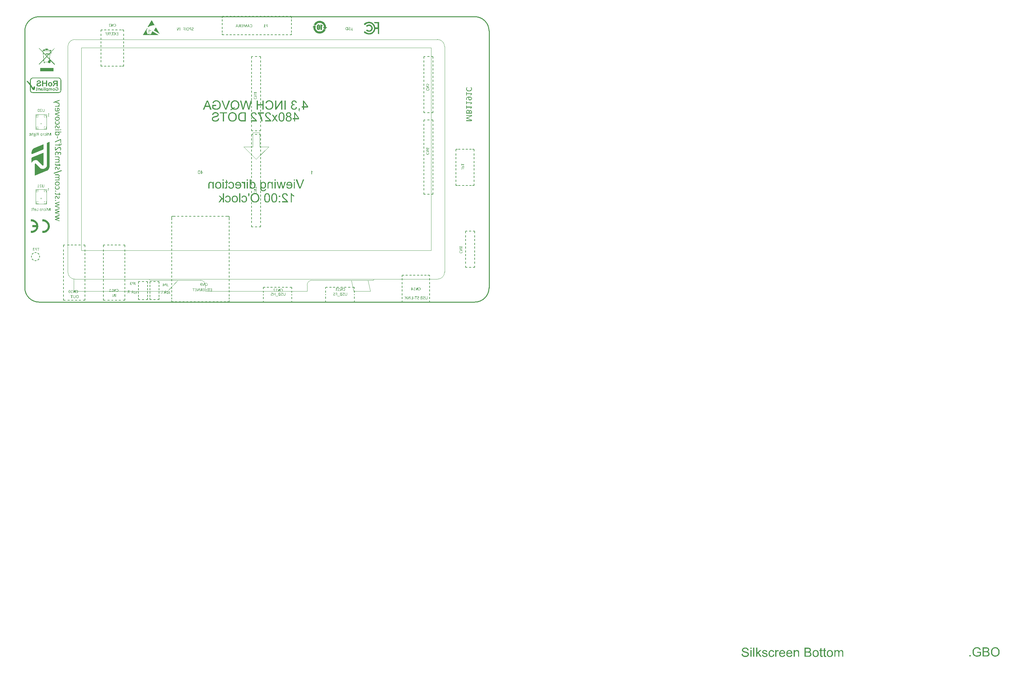
<source format=gbo>
G04*
G04 #@! TF.GenerationSoftware,Altium Limited,Altium Designer,19.0.13 (425)*
G04*
G04 Layer_Color=32896*
%FSLAX43Y43*%
%MOMM*%
G71*
G01*
G75*
%ADD10C,0.120*%
%ADD11C,0.200*%
%ADD12C,0.250*%
G36*
X72508Y43778D02*
X72608Y43759D01*
X72693Y43729D01*
X72767Y43700D01*
X72800Y43681D01*
X72826Y43666D01*
X72852Y43652D01*
X72871Y43637D01*
X72886Y43626D01*
X72897Y43618D01*
X72904Y43615D01*
X72908Y43611D01*
X72978Y43541D01*
X73034Y43463D01*
X73078Y43381D01*
X73115Y43300D01*
X73137Y43229D01*
X73148Y43200D01*
X73156Y43174D01*
X73160Y43152D01*
X73163Y43137D01*
X73167Y43126D01*
Y43122D01*
X72852Y43067D01*
X72837Y43148D01*
X72815Y43218D01*
X72789Y43278D01*
X72763Y43326D01*
X72737Y43363D01*
X72715Y43389D01*
X72700Y43407D01*
X72697Y43411D01*
X72649Y43448D01*
X72597Y43478D01*
X72549Y43496D01*
X72500Y43511D01*
X72456Y43518D01*
X72423Y43526D01*
X72393D01*
X72326Y43522D01*
X72267Y43507D01*
X72215Y43489D01*
X72171Y43470D01*
X72137Y43448D01*
X72112Y43429D01*
X72093Y43415D01*
X72089Y43411D01*
X72049Y43366D01*
X72019Y43318D01*
X72000Y43270D01*
X71986Y43226D01*
X71978Y43185D01*
X71971Y43155D01*
Y43133D01*
Y43129D01*
Y43126D01*
Y43085D01*
X71978Y43048D01*
X71997Y42985D01*
X72023Y42929D01*
X72052Y42881D01*
X72082Y42848D01*
X72108Y42822D01*
X72126Y42807D01*
X72130Y42804D01*
X72134D01*
X72197Y42770D01*
X72256Y42744D01*
X72319Y42726D01*
X72374Y42715D01*
X72423Y42707D01*
X72463Y42700D01*
X72511D01*
X72526Y42704D01*
X72545D01*
X72582Y42426D01*
X72534Y42437D01*
X72489Y42444D01*
X72452Y42452D01*
X72419Y42455D01*
X72393Y42459D01*
X72360D01*
X72282Y42452D01*
X72212Y42437D01*
X72149Y42415D01*
X72097Y42389D01*
X72056Y42363D01*
X72026Y42341D01*
X72008Y42326D01*
X72000Y42318D01*
X71952Y42263D01*
X71915Y42204D01*
X71889Y42144D01*
X71875Y42085D01*
X71863Y42037D01*
X71860Y41996D01*
X71856Y41981D01*
Y41970D01*
Y41963D01*
Y41959D01*
X71863Y41878D01*
X71882Y41804D01*
X71904Y41741D01*
X71934Y41685D01*
X71963Y41641D01*
X71986Y41607D01*
X72004Y41585D01*
X72012Y41578D01*
X72071Y41526D01*
X72134Y41489D01*
X72197Y41463D01*
X72256Y41444D01*
X72308Y41433D01*
X72349Y41430D01*
X72363Y41426D01*
X72386D01*
X72452Y41430D01*
X72515Y41444D01*
X72571Y41463D01*
X72615Y41485D01*
X72652Y41504D01*
X72682Y41522D01*
X72697Y41537D01*
X72704Y41541D01*
X72749Y41593D01*
X72786Y41652D01*
X72819Y41715D01*
X72845Y41781D01*
X72863Y41837D01*
X72871Y41863D01*
X72874Y41885D01*
X72878Y41904D01*
X72882Y41918D01*
X72886Y41926D01*
Y41930D01*
X73200Y41889D01*
X73193Y41830D01*
X73182Y41774D01*
X73148Y41670D01*
X73108Y41581D01*
X73086Y41544D01*
X73063Y41507D01*
X73041Y41474D01*
X73019Y41448D01*
X73000Y41422D01*
X72982Y41404D01*
X72971Y41389D01*
X72960Y41378D01*
X72952Y41370D01*
X72949Y41367D01*
X72904Y41333D01*
X72860Y41300D01*
X72815Y41274D01*
X72767Y41252D01*
X72674Y41215D01*
X72586Y41193D01*
X72545Y41185D01*
X72508Y41178D01*
X72474Y41174D01*
X72445Y41170D01*
X72423Y41167D01*
X72389D01*
X72319Y41170D01*
X72256Y41178D01*
X72193Y41189D01*
X72134Y41204D01*
X72078Y41222D01*
X72030Y41241D01*
X71982Y41263D01*
X71941Y41285D01*
X71900Y41304D01*
X71867Y41326D01*
X71838Y41344D01*
X71815Y41363D01*
X71797Y41378D01*
X71782Y41389D01*
X71775Y41396D01*
X71771Y41400D01*
X71726Y41444D01*
X71689Y41493D01*
X71656Y41541D01*
X71626Y41589D01*
X71604Y41633D01*
X71582Y41681D01*
X71552Y41770D01*
X71545Y41811D01*
X71538Y41848D01*
X71530Y41881D01*
X71526Y41911D01*
X71523Y41933D01*
Y41952D01*
Y41963D01*
Y41967D01*
X71526Y42056D01*
X71541Y42137D01*
X71563Y42207D01*
X71586Y42267D01*
X71608Y42315D01*
X71630Y42352D01*
X71645Y42374D01*
X71649Y42381D01*
X71700Y42437D01*
X71756Y42485D01*
X71815Y42522D01*
X71875Y42552D01*
X71926Y42574D01*
X71967Y42589D01*
X71982Y42592D01*
X71993Y42596D01*
X72000Y42600D01*
X72004D01*
X71941Y42633D01*
X71889Y42667D01*
X71845Y42704D01*
X71808Y42737D01*
X71778Y42767D01*
X71756Y42792D01*
X71745Y42807D01*
X71741Y42815D01*
X71712Y42867D01*
X71689Y42918D01*
X71671Y42970D01*
X71660Y43018D01*
X71652Y43059D01*
X71649Y43089D01*
Y43111D01*
Y43118D01*
X71652Y43181D01*
X71663Y43244D01*
X71678Y43300D01*
X71697Y43348D01*
X71715Y43389D01*
X71730Y43422D01*
X71741Y43441D01*
X71745Y43448D01*
X71782Y43504D01*
X71826Y43552D01*
X71871Y43592D01*
X71915Y43629D01*
X71952Y43655D01*
X71986Y43678D01*
X72008Y43689D01*
X72012Y43692D01*
X72015D01*
X72082Y43722D01*
X72149Y43744D01*
X72215Y43763D01*
X72274Y43774D01*
X72323Y43781D01*
X72363Y43785D01*
X72456D01*
X72508Y43778D01*
D02*
G37*
G36*
X63909Y41211D02*
X63568D01*
Y42418D01*
X62242D01*
Y41211D01*
X61901D01*
Y43774D01*
X62242D01*
Y42722D01*
X63568D01*
Y43774D01*
X63909D01*
Y41211D01*
D02*
G37*
G36*
X69093Y41211D02*
X68767Y41211D01*
Y43222D01*
X67427Y41211D01*
X67075D01*
Y43774D01*
X67401D01*
Y41759D01*
X68745Y43774D01*
X69093Y43774D01*
Y41211D01*
D02*
G37*
G36*
X59905Y41211D02*
X59550D01*
X59009Y43163D01*
X58994Y43211D01*
X58983Y43263D01*
X58968Y43315D01*
X58957Y43359D01*
X58946Y43400D01*
X58939Y43433D01*
X58935Y43455D01*
X58931Y43459D01*
Y43463D01*
X58928Y43452D01*
X58924Y43433D01*
X58913Y43392D01*
X58898Y43344D01*
X58883Y43292D01*
X58872Y43244D01*
X58861Y43204D01*
X58857Y43185D01*
X58854Y43174D01*
X58850Y43167D01*
Y43163D01*
X58313Y41211D01*
X57980D01*
X57276Y43774D01*
X57620D01*
X58020Y42126D01*
X58050Y42011D01*
X58072Y41907D01*
X58094Y41811D01*
X58113Y41730D01*
X58124Y41693D01*
X58128Y41659D01*
X58135Y41633D01*
X58139Y41611D01*
X58146Y41593D01*
Y41578D01*
X58150Y41570D01*
Y41567D01*
X58176Y41730D01*
X58209Y41889D01*
X58243Y42041D01*
X58257Y42111D01*
X58276Y42181D01*
X58291Y42244D01*
X58306Y42300D01*
X58320Y42348D01*
X58331Y42393D01*
X58339Y42426D01*
X58346Y42452D01*
X58354Y42470D01*
Y42474D01*
X58717Y43774D01*
X59128D01*
X59613Y42041D01*
X59617Y42026D01*
X59624Y42004D01*
X59631Y41974D01*
X59639Y41941D01*
X59650Y41904D01*
X59657Y41863D01*
X59680Y41781D01*
X59698Y41700D01*
X59709Y41663D01*
X59717Y41633D01*
X59720Y41604D01*
X59728Y41585D01*
X59731Y41570D01*
Y41567D01*
X59750Y41663D01*
X59768Y41759D01*
X59787Y41848D01*
X59805Y41926D01*
X59813Y41963D01*
X59820Y41996D01*
X59828Y42022D01*
X59831Y42048D01*
X59835Y42067D01*
X59839Y42081D01*
X59842Y42089D01*
Y42093D01*
X60224Y43774D01*
X60576D01*
X59905Y41211D01*
D02*
G37*
G36*
X53447Y41211D02*
X53091D01*
X52091Y43774D01*
X52436D01*
X53132Y41911D01*
X53162Y41833D01*
X53188Y41759D01*
X53210Y41689D01*
X53228Y41626D01*
X53247Y41570D01*
X53258Y41530D01*
X53262Y41515D01*
X53265Y41504D01*
X53269Y41496D01*
Y41493D01*
X53313Y41641D01*
X53336Y41711D01*
X53358Y41774D01*
X53376Y41830D01*
X53384Y41852D01*
X53388Y41874D01*
X53395Y41889D01*
X53399Y41900D01*
X53402Y41907D01*
Y41911D01*
X54069Y43774D01*
X54439D01*
X53447Y41211D01*
D02*
G37*
G36*
X50729Y43811D02*
X50858Y43792D01*
X50917Y43781D01*
X50973Y43766D01*
X51025Y43755D01*
X51073Y43741D01*
X51117Y43726D01*
X51154Y43711D01*
X51188Y43696D01*
X51217Y43685D01*
X51240Y43674D01*
X51254Y43666D01*
X51266Y43663D01*
X51269Y43659D01*
X51321Y43626D01*
X51373Y43592D01*
X51462Y43515D01*
X51540Y43437D01*
X51603Y43355D01*
X51654Y43285D01*
X51673Y43255D01*
X51688Y43226D01*
X51703Y43204D01*
X51710Y43189D01*
X51714Y43178D01*
X51717Y43174D01*
X51769Y43052D01*
X51806Y42929D01*
X51836Y42811D01*
X51843Y42755D01*
X51854Y42704D01*
X51858Y42655D01*
X51865Y42615D01*
X51869Y42574D01*
Y42541D01*
X51873Y42515D01*
Y42496D01*
Y42481D01*
Y42478D01*
X51865Y42341D01*
X51847Y42211D01*
X51836Y42152D01*
X51825Y42096D01*
X51810Y42041D01*
X51795Y41993D01*
X51780Y41948D01*
X51765Y41911D01*
X51754Y41874D01*
X51743Y41848D01*
X51732Y41822D01*
X51725Y41807D01*
X51717Y41796D01*
Y41793D01*
X51651Y41685D01*
X51577Y41593D01*
X51499Y41511D01*
X51425Y41444D01*
X51354Y41393D01*
X51329Y41374D01*
X51303Y41356D01*
X51280Y41344D01*
X51266Y41333D01*
X51254Y41330D01*
X51251Y41326D01*
X51191Y41296D01*
X51132Y41274D01*
X51014Y41233D01*
X50899Y41207D01*
X50792Y41185D01*
X50743Y41182D01*
X50699Y41174D01*
X50658Y41170D01*
X50625D01*
X50599Y41167D01*
X50562D01*
X50458Y41170D01*
X50358Y41182D01*
X50266Y41200D01*
X50184Y41219D01*
X50151Y41226D01*
X50118Y41233D01*
X50088Y41244D01*
X50062Y41252D01*
X50043Y41259D01*
X50029Y41263D01*
X50021Y41267D01*
X50018D01*
X49918Y41307D01*
X49825Y41356D01*
X49736Y41407D01*
X49658Y41456D01*
X49625Y41478D01*
X49592Y41500D01*
X49566Y41519D01*
X49544Y41533D01*
X49525Y41548D01*
X49510Y41559D01*
X49503Y41563D01*
X49499Y41567D01*
Y42518D01*
X50588D01*
Y42215D01*
X49832D01*
Y41733D01*
X49877Y41696D01*
X49929Y41663D01*
X49984Y41633D01*
X50036Y41607D01*
X50080Y41585D01*
X50121Y41567D01*
X50136Y41559D01*
X50143Y41556D01*
X50151Y41552D01*
X50155D01*
X50232Y41526D01*
X50310Y41504D01*
X50380Y41489D01*
X50447Y41481D01*
X50503Y41474D01*
X50525D01*
X50547Y41470D01*
X50584D01*
X50677Y41474D01*
X50766Y41489D01*
X50847Y41507D01*
X50921Y41526D01*
X50980Y41548D01*
X51006Y41556D01*
X51025Y41563D01*
X51043Y41570D01*
X51054Y41578D01*
X51062Y41581D01*
X51066D01*
X51143Y41630D01*
X51214Y41681D01*
X51273Y41737D01*
X51321Y41793D01*
X51362Y41844D01*
X51388Y41885D01*
X51399Y41900D01*
X51403Y41911D01*
X51410Y41918D01*
Y41922D01*
X51447Y42015D01*
X51477Y42111D01*
X51495Y42207D01*
X51510Y42300D01*
X51514Y42341D01*
X51517Y42378D01*
X51521Y42415D01*
Y42444D01*
X51525Y42467D01*
Y42485D01*
Y42496D01*
Y42500D01*
X51521Y42604D01*
X51510Y42696D01*
X51495Y42785D01*
X51477Y42863D01*
X51469Y42896D01*
X51458Y42926D01*
X51451Y42952D01*
X51443Y42974D01*
X51436Y42992D01*
X51432Y43004D01*
X51429Y43011D01*
Y43015D01*
X51403Y43067D01*
X51377Y43115D01*
X51351Y43159D01*
X51325Y43196D01*
X51303Y43226D01*
X51284Y43252D01*
X51269Y43266D01*
X51266Y43270D01*
X51225Y43311D01*
X51180Y43348D01*
X51132Y43378D01*
X51088Y43407D01*
X51051Y43426D01*
X51021Y43444D01*
X50999Y43452D01*
X50992Y43455D01*
X50925Y43481D01*
X50858Y43500D01*
X50788Y43511D01*
X50725Y43522D01*
X50669Y43526D01*
X50647D01*
X50629Y43529D01*
X50588D01*
X50517Y43526D01*
X50451Y43518D01*
X50392Y43507D01*
X50340Y43496D01*
X50295Y43481D01*
X50262Y43470D01*
X50243Y43463D01*
X50236Y43459D01*
X50180Y43433D01*
X50132Y43404D01*
X50088Y43374D01*
X50055Y43344D01*
X50029Y43318D01*
X50006Y43300D01*
X49995Y43285D01*
X49992Y43281D01*
X49958Y43237D01*
X49932Y43185D01*
X49906Y43137D01*
X49884Y43085D01*
X49869Y43041D01*
X49858Y43007D01*
X49855Y42992D01*
X49851Y42981D01*
X49847Y42978D01*
Y42974D01*
X49540Y43055D01*
X49566Y43148D01*
X49599Y43229D01*
X49632Y43304D01*
X49662Y43363D01*
X49692Y43411D01*
X49714Y43444D01*
X49729Y43466D01*
X49736Y43474D01*
X49788Y43533D01*
X49843Y43581D01*
X49903Y43626D01*
X49958Y43663D01*
X50010Y43689D01*
X50051Y43711D01*
X50066Y43718D01*
X50077Y43722D01*
X50084Y43726D01*
X50088D01*
X50173Y43755D01*
X50262Y43778D01*
X50343Y43796D01*
X50421Y43807D01*
X50492Y43815D01*
X50521D01*
X50543Y43818D01*
X50662D01*
X50729Y43811D01*
D02*
G37*
G36*
X65520Y43811D02*
X65638Y43792D01*
X65742Y43770D01*
X65790Y43755D01*
X65834Y43741D01*
X65875Y43726D01*
X65912Y43711D01*
X65942Y43700D01*
X65971Y43689D01*
X65990Y43678D01*
X66005Y43670D01*
X66016Y43666D01*
X66020Y43663D01*
X66120Y43600D01*
X66205Y43526D01*
X66279Y43452D01*
X66342Y43378D01*
X66390Y43311D01*
X66408Y43281D01*
X66423Y43255D01*
X66438Y43237D01*
X66445Y43222D01*
X66449Y43211D01*
X66453Y43207D01*
X66505Y43092D01*
X66542Y42974D01*
X66568Y42855D01*
X66586Y42748D01*
X66594Y42700D01*
X66597Y42652D01*
X66601Y42615D01*
Y42578D01*
X66605Y42552D01*
Y42530D01*
Y42515D01*
Y42511D01*
X66597Y42378D01*
X66582Y42248D01*
X66564Y42133D01*
X66549Y42078D01*
X66538Y42030D01*
X66527Y41985D01*
X66512Y41944D01*
X66501Y41907D01*
X66494Y41878D01*
X66482Y41856D01*
X66479Y41837D01*
X66471Y41826D01*
Y41822D01*
X66416Y41711D01*
X66353Y41611D01*
X66286Y41526D01*
X66253Y41493D01*
X66223Y41459D01*
X66194Y41430D01*
X66164Y41404D01*
X66138Y41382D01*
X66116Y41367D01*
X66101Y41352D01*
X66086Y41341D01*
X66079Y41337D01*
X66075Y41333D01*
X66023Y41304D01*
X65971Y41278D01*
X65860Y41237D01*
X65749Y41207D01*
X65642Y41189D01*
X65590Y41182D01*
X65546Y41174D01*
X65505Y41170D01*
X65471D01*
X65442Y41167D01*
X65401D01*
X65327Y41170D01*
X65257Y41178D01*
X65190Y41185D01*
X65127Y41200D01*
X65068Y41219D01*
X65012Y41237D01*
X64960Y41256D01*
X64912Y41278D01*
X64872Y41296D01*
X64831Y41315D01*
X64801Y41333D01*
X64772Y41352D01*
X64753Y41367D01*
X64735Y41374D01*
X64727Y41382D01*
X64723Y41385D01*
X64672Y41430D01*
X64627Y41474D01*
X64586Y41526D01*
X64546Y41578D01*
X64479Y41681D01*
X64427Y41785D01*
X64405Y41833D01*
X64386Y41878D01*
X64372Y41918D01*
X64360Y41952D01*
X64349Y41981D01*
X64342Y42004D01*
X64338Y42018D01*
Y42022D01*
X64679Y42107D01*
X64694Y42048D01*
X64712Y41993D01*
X64731Y41941D01*
X64749Y41893D01*
X64772Y41848D01*
X64794Y41811D01*
X64820Y41774D01*
X64842Y41741D01*
X64860Y41711D01*
X64883Y41689D01*
X64901Y41667D01*
X64916Y41648D01*
X64931Y41637D01*
X64942Y41626D01*
X64946Y41622D01*
X64949Y41619D01*
X64986Y41589D01*
X65027Y41567D01*
X65109Y41526D01*
X65186Y41496D01*
X65264Y41478D01*
X65331Y41463D01*
X65357Y41459D01*
X65383D01*
X65405Y41456D01*
X65431D01*
X65516Y41459D01*
X65597Y41474D01*
X65671Y41493D01*
X65738Y41515D01*
X65790Y41537D01*
X65812Y41548D01*
X65831Y41556D01*
X65846Y41563D01*
X65857Y41570D01*
X65864Y41574D01*
X65868D01*
X65938Y41626D01*
X65997Y41681D01*
X66049Y41744D01*
X66090Y41804D01*
X66123Y41856D01*
X66146Y41900D01*
X66153Y41918D01*
X66160Y41930D01*
X66164Y41937D01*
Y41941D01*
X66194Y42037D01*
X66216Y42133D01*
X66234Y42230D01*
X66245Y42318D01*
X66249Y42359D01*
X66253Y42396D01*
Y42430D01*
X66257Y42455D01*
Y42478D01*
Y42496D01*
Y42507D01*
Y42511D01*
X66253Y42607D01*
X66245Y42696D01*
X66231Y42778D01*
X66216Y42852D01*
X66205Y42915D01*
X66197Y42941D01*
X66190Y42963D01*
X66186Y42981D01*
X66183Y42992D01*
X66179Y43000D01*
Y43004D01*
X66142Y43089D01*
X66101Y43167D01*
X66057Y43229D01*
X66008Y43285D01*
X65968Y43329D01*
X65934Y43359D01*
X65908Y43378D01*
X65905Y43385D01*
X65901D01*
X65823Y43433D01*
X65738Y43470D01*
X65657Y43496D01*
X65579Y43511D01*
X65509Y43522D01*
X65479Y43526D01*
X65453D01*
X65434Y43529D01*
X65405D01*
X65312Y43526D01*
X65227Y43511D01*
X65157Y43489D01*
X65094Y43466D01*
X65046Y43441D01*
X65009Y43422D01*
X64986Y43407D01*
X64979Y43400D01*
X64920Y43344D01*
X64864Y43281D01*
X64820Y43215D01*
X64783Y43148D01*
X64753Y43089D01*
X64742Y43059D01*
X64735Y43037D01*
X64727Y43018D01*
X64720Y43004D01*
X64716Y42996D01*
Y42992D01*
X64383Y43070D01*
X64405Y43137D01*
X64427Y43196D01*
X64457Y43252D01*
X64483Y43307D01*
X64512Y43355D01*
X64546Y43400D01*
X64575Y43444D01*
X64605Y43481D01*
X64635Y43511D01*
X64660Y43541D01*
X64686Y43566D01*
X64705Y43585D01*
X64723Y43603D01*
X64738Y43615D01*
X64746Y43618D01*
X64749Y43622D01*
X64801Y43655D01*
X64853Y43689D01*
X64905Y43715D01*
X64960Y43737D01*
X65072Y43770D01*
X65172Y43792D01*
X65220Y43803D01*
X65260Y43807D01*
X65301Y43811D01*
X65334Y43815D01*
X65360Y43818D01*
X65397D01*
X65520Y43811D01*
D02*
G37*
G36*
X76300Y42115D02*
Y41826D01*
X75185D01*
Y41211D01*
X74871D01*
Y41826D01*
X74522D01*
Y42115D01*
X74871D01*
Y43774D01*
X75126D01*
X76300Y42115D01*
D02*
G37*
G36*
X70030Y41211D02*
X69690D01*
Y43774D01*
X70030D01*
Y41211D01*
D02*
G37*
G36*
X49281Y41211D02*
X48921D01*
X48644Y41989D01*
X47570D01*
X47270Y41211D01*
X46885D01*
X47933Y43774D01*
X48303D01*
X49281Y41211D01*
D02*
G37*
G36*
X55984Y43811D02*
X56102Y43792D01*
X56209Y43766D01*
X56258Y43752D01*
X56306Y43737D01*
X56347Y43722D01*
X56384Y43707D01*
X56413Y43692D01*
X56439Y43681D01*
X56461Y43670D01*
X56476Y43663D01*
X56487Y43659D01*
X56491Y43655D01*
X56591Y43589D01*
X56676Y43511D01*
X56754Y43433D01*
X56813Y43359D01*
X56865Y43289D01*
X56883Y43259D01*
X56898Y43233D01*
X56913Y43211D01*
X56921Y43196D01*
X56924Y43185D01*
X56928Y43181D01*
X56980Y43063D01*
X57017Y42941D01*
X57043Y42826D01*
X57061Y42718D01*
X57069Y42670D01*
X57072Y42626D01*
X57076Y42585D01*
Y42552D01*
X57080Y42526D01*
Y42507D01*
Y42493D01*
Y42489D01*
X57072Y42352D01*
X57058Y42222D01*
X57043Y42159D01*
X57032Y42104D01*
X57017Y42052D01*
X57002Y42004D01*
X56991Y41959D01*
X56976Y41918D01*
X56961Y41885D01*
X56950Y41856D01*
X56943Y41833D01*
X56935Y41818D01*
X56928Y41807D01*
Y41804D01*
X56865Y41696D01*
X56795Y41604D01*
X56724Y41522D01*
X56654Y41456D01*
X56591Y41404D01*
X56565Y41382D01*
X56539Y41363D01*
X56521Y41352D01*
X56506Y41341D01*
X56498Y41337D01*
X56495Y41333D01*
X56439Y41304D01*
X56387Y41278D01*
X56276Y41237D01*
X56169Y41207D01*
X56072Y41189D01*
X56028Y41182D01*
X55987Y41174D01*
X55950Y41170D01*
X55921D01*
X55895Y41167D01*
X55861D01*
X55798Y41170D01*
X55735Y41174D01*
X55617Y41193D01*
X55510Y41219D01*
X55461Y41233D01*
X55417Y41248D01*
X55376Y41263D01*
X55339Y41274D01*
X55310Y41289D01*
X55280Y41300D01*
X55261Y41311D01*
X55243Y41319D01*
X55236Y41326D01*
X55232D01*
X55128Y41252D01*
X55028Y41185D01*
X54936Y41133D01*
X54854Y41089D01*
X54817Y41070D01*
X54784Y41056D01*
X54754Y41041D01*
X54728Y41030D01*
X54706Y41022D01*
X54691Y41015D01*
X54684Y41011D01*
X54680D01*
X54580Y41244D01*
X54654Y41278D01*
X54732Y41311D01*
X54806Y41352D01*
X54873Y41393D01*
X54928Y41426D01*
X54954Y41441D01*
X54973Y41456D01*
X54991Y41467D01*
X55002Y41474D01*
X55010Y41481D01*
X55013D01*
X54947Y41556D01*
X54887Y41630D01*
X54836Y41704D01*
X54795Y41774D01*
X54765Y41833D01*
X54754Y41859D01*
X54743Y41881D01*
X54736Y41896D01*
X54728Y41911D01*
X54724Y41918D01*
Y41922D01*
X54691Y42018D01*
X54669Y42118D01*
X54650Y42215D01*
X54639Y42304D01*
X54636Y42341D01*
X54632Y42378D01*
Y42411D01*
X54628Y42441D01*
Y42463D01*
Y42478D01*
Y42489D01*
Y42493D01*
X54636Y42630D01*
X54650Y42759D01*
X54661Y42818D01*
X54676Y42874D01*
X54691Y42926D01*
X54702Y42974D01*
X54717Y43018D01*
X54732Y43059D01*
X54743Y43092D01*
X54758Y43122D01*
X54765Y43144D01*
X54773Y43159D01*
X54780Y43170D01*
Y43174D01*
X54839Y43281D01*
X54910Y43378D01*
X54984Y43459D01*
X55050Y43526D01*
X55113Y43578D01*
X55143Y43600D01*
X55165Y43618D01*
X55187Y43629D01*
X55202Y43641D01*
X55210Y43644D01*
X55213Y43648D01*
X55269Y43678D01*
X55324Y43703D01*
X55432Y43748D01*
X55543Y43778D01*
X55639Y43796D01*
X55684Y43803D01*
X55728Y43811D01*
X55761Y43815D01*
X55795D01*
X55821Y43818D01*
X55921D01*
X55984Y43811D01*
D02*
G37*
G36*
X74030Y41211D02*
X73852D01*
X73856Y41156D01*
X73863Y41107D01*
X73874Y41063D01*
X73882Y41030D01*
X73893Y41004D01*
X73900Y40982D01*
X73904Y40970D01*
X73908Y40967D01*
X73926Y40937D01*
X73948Y40911D01*
X73974Y40889D01*
X73997Y40870D01*
X74019Y40856D01*
X74037Y40845D01*
X74048Y40841D01*
X74052Y40837D01*
X73963Y40704D01*
X73911Y40730D01*
X73863Y40763D01*
X73826Y40793D01*
X73797Y40822D01*
X73771Y40852D01*
X73756Y40874D01*
X73745Y40889D01*
X73741Y40893D01*
X73719Y40941D01*
X73700Y40993D01*
X73689Y41048D01*
X73678Y41096D01*
X73674Y41144D01*
X73671Y41178D01*
Y41193D01*
Y41204D01*
Y41207D01*
Y41211D01*
Y41570D01*
X74030D01*
Y41211D01*
D02*
G37*
G36*
X65164Y40462D02*
X65227Y40458D01*
X65286Y40447D01*
X65342Y40436D01*
X65394Y40421D01*
X65442Y40406D01*
X65486Y40388D01*
X65527Y40369D01*
X65564Y40350D01*
X65594Y40332D01*
X65620Y40317D01*
X65642Y40302D01*
X65660Y40291D01*
X65671Y40280D01*
X65679Y40276D01*
X65683Y40273D01*
X65720Y40236D01*
X65753Y40195D01*
X65786Y40151D01*
X65812Y40106D01*
X65857Y40017D01*
X65886Y39928D01*
X65897Y39888D01*
X65908Y39847D01*
X65916Y39814D01*
X65923Y39784D01*
X65927Y39758D01*
Y39739D01*
X65931Y39728D01*
Y39725D01*
X65609Y39691D01*
X65601Y39776D01*
X65586Y39851D01*
X65564Y39917D01*
X65538Y39969D01*
X65516Y40014D01*
X65494Y40043D01*
X65479Y40062D01*
X65471Y40069D01*
X65416Y40113D01*
X65357Y40147D01*
X65294Y40173D01*
X65238Y40188D01*
X65186Y40199D01*
X65142Y40202D01*
X65127Y40206D01*
X65105D01*
X65027Y40202D01*
X64957Y40188D01*
X64897Y40165D01*
X64846Y40143D01*
X64805Y40117D01*
X64779Y40099D01*
X64760Y40084D01*
X64753Y40076D01*
X64709Y40025D01*
X64675Y39973D01*
X64649Y39921D01*
X64635Y39869D01*
X64623Y39828D01*
X64620Y39791D01*
X64616Y39769D01*
Y39765D01*
Y39762D01*
X64623Y39695D01*
X64638Y39625D01*
X64664Y39562D01*
X64690Y39502D01*
X64720Y39454D01*
X64746Y39414D01*
X64753Y39399D01*
X64760Y39388D01*
X64768Y39384D01*
Y39380D01*
X64797Y39339D01*
X64835Y39299D01*
X64875Y39254D01*
X64920Y39210D01*
X65012Y39121D01*
X65105Y39032D01*
X65153Y38991D01*
X65194Y38954D01*
X65234Y38921D01*
X65268Y38891D01*
X65294Y38869D01*
X65316Y38851D01*
X65331Y38840D01*
X65334Y38836D01*
X65427Y38758D01*
X65512Y38684D01*
X65583Y38617D01*
X65638Y38562D01*
X65686Y38514D01*
X65720Y38480D01*
X65738Y38458D01*
X65746Y38454D01*
Y38451D01*
X65797Y38388D01*
X65838Y38328D01*
X65875Y38269D01*
X65905Y38217D01*
X65927Y38173D01*
X65942Y38140D01*
X65949Y38117D01*
X65953Y38114D01*
Y38110D01*
X65968Y38069D01*
X65975Y38032D01*
X65983Y37995D01*
X65986Y37962D01*
X65990Y37932D01*
Y37910D01*
Y37895D01*
Y37891D01*
X64290D01*
Y38195D01*
X65553D01*
X65509Y38258D01*
X65486Y38284D01*
X65468Y38310D01*
X65449Y38332D01*
X65434Y38347D01*
X65423Y38358D01*
X65420Y38362D01*
X65401Y38380D01*
X65379Y38399D01*
X65327Y38447D01*
X65268Y38503D01*
X65205Y38558D01*
X65146Y38606D01*
X65120Y38628D01*
X65097Y38651D01*
X65079Y38665D01*
X65064Y38677D01*
X65057Y38684D01*
X65053Y38688D01*
X64994Y38740D01*
X64935Y38788D01*
X64883Y38836D01*
X64835Y38877D01*
X64790Y38917D01*
X64753Y38954D01*
X64716Y38988D01*
X64686Y39017D01*
X64657Y39047D01*
X64635Y39069D01*
X64616Y39088D01*
X64598Y39106D01*
X64579Y39128D01*
X64572Y39136D01*
X64520Y39199D01*
X64475Y39254D01*
X64438Y39310D01*
X64409Y39354D01*
X64386Y39395D01*
X64372Y39425D01*
X64364Y39443D01*
X64360Y39451D01*
X64338Y39506D01*
X64323Y39562D01*
X64309Y39614D01*
X64301Y39658D01*
X64298Y39699D01*
X64294Y39728D01*
Y39747D01*
Y39754D01*
X64298Y39810D01*
X64305Y39862D01*
X64312Y39914D01*
X64327Y39958D01*
X64364Y40047D01*
X64401Y40117D01*
X64423Y40151D01*
X64442Y40176D01*
X64460Y40202D01*
X64479Y40221D01*
X64494Y40236D01*
X64501Y40251D01*
X64509Y40254D01*
X64512Y40258D01*
X64553Y40295D01*
X64598Y40328D01*
X64646Y40354D01*
X64694Y40376D01*
X64790Y40413D01*
X64886Y40439D01*
X64927Y40447D01*
X64968Y40454D01*
X65005Y40458D01*
X65035Y40462D01*
X65060Y40465D01*
X65097D01*
X65164Y40462D01*
D02*
G37*
G36*
X61179D02*
X61242Y40458D01*
X61302Y40447D01*
X61357Y40436D01*
X61409Y40421D01*
X61457Y40406D01*
X61502Y40388D01*
X61542Y40369D01*
X61579Y40350D01*
X61609Y40332D01*
X61635Y40317D01*
X61657Y40302D01*
X61676Y40291D01*
X61687Y40280D01*
X61694Y40276D01*
X61698Y40273D01*
X61735Y40236D01*
X61768Y40195D01*
X61801Y40151D01*
X61827Y40106D01*
X61872Y40017D01*
X61901Y39928D01*
X61913Y39888D01*
X61924Y39847D01*
X61931Y39814D01*
X61939Y39784D01*
X61942Y39758D01*
Y39739D01*
X61946Y39728D01*
Y39725D01*
X61624Y39691D01*
X61616Y39776D01*
X61602Y39851D01*
X61579Y39917D01*
X61553Y39969D01*
X61531Y40014D01*
X61509Y40043D01*
X61494Y40062D01*
X61487Y40069D01*
X61431Y40113D01*
X61372Y40147D01*
X61309Y40173D01*
X61253Y40188D01*
X61202Y40199D01*
X61157Y40202D01*
X61142Y40206D01*
X61120D01*
X61042Y40202D01*
X60972Y40188D01*
X60913Y40165D01*
X60861Y40143D01*
X60820Y40117D01*
X60794Y40099D01*
X60776Y40084D01*
X60768Y40076D01*
X60724Y40025D01*
X60691Y39973D01*
X60665Y39921D01*
X60650Y39869D01*
X60639Y39828D01*
X60635Y39791D01*
X60631Y39769D01*
Y39765D01*
Y39762D01*
X60639Y39695D01*
X60653Y39625D01*
X60679Y39562D01*
X60705Y39502D01*
X60735Y39454D01*
X60761Y39414D01*
X60768Y39399D01*
X60776Y39388D01*
X60783Y39384D01*
Y39380D01*
X60813Y39339D01*
X60850Y39299D01*
X60890Y39254D01*
X60935Y39210D01*
X61028Y39121D01*
X61120Y39032D01*
X61168Y38991D01*
X61209Y38954D01*
X61250Y38921D01*
X61283Y38891D01*
X61309Y38869D01*
X61331Y38851D01*
X61346Y38840D01*
X61350Y38836D01*
X61442Y38758D01*
X61527Y38684D01*
X61598Y38617D01*
X61653Y38562D01*
X61702Y38514D01*
X61735Y38480D01*
X61753Y38458D01*
X61761Y38454D01*
Y38451D01*
X61813Y38388D01*
X61853Y38328D01*
X61890Y38269D01*
X61920Y38217D01*
X61942Y38173D01*
X61957Y38140D01*
X61964Y38117D01*
X61968Y38114D01*
Y38110D01*
X61983Y38069D01*
X61990Y38032D01*
X61998Y37995D01*
X62001Y37962D01*
X62005Y37932D01*
Y37910D01*
Y37895D01*
Y37891D01*
X60305D01*
Y38195D01*
X61568D01*
X61524Y38258D01*
X61502Y38284D01*
X61483Y38310D01*
X61465Y38332D01*
X61450Y38347D01*
X61439Y38358D01*
X61435Y38362D01*
X61416Y38380D01*
X61394Y38399D01*
X61342Y38447D01*
X61283Y38503D01*
X61220Y38558D01*
X61161Y38606D01*
X61135Y38628D01*
X61113Y38651D01*
X61094Y38665D01*
X61079Y38677D01*
X61072Y38684D01*
X61068Y38688D01*
X61009Y38740D01*
X60950Y38788D01*
X60898Y38836D01*
X60850Y38877D01*
X60805Y38917D01*
X60768Y38954D01*
X60731Y38988D01*
X60702Y39017D01*
X60672Y39047D01*
X60650Y39069D01*
X60631Y39088D01*
X60613Y39106D01*
X60594Y39128D01*
X60587Y39136D01*
X60535Y39199D01*
X60491Y39254D01*
X60453Y39310D01*
X60424Y39354D01*
X60402Y39395D01*
X60387Y39425D01*
X60379Y39443D01*
X60376Y39451D01*
X60354Y39506D01*
X60339Y39562D01*
X60324Y39614D01*
X60316Y39658D01*
X60313Y39699D01*
X60309Y39728D01*
Y39747D01*
Y39754D01*
X60313Y39810D01*
X60320Y39862D01*
X60328Y39914D01*
X60342Y39958D01*
X60379Y40047D01*
X60416Y40117D01*
X60439Y40151D01*
X60457Y40176D01*
X60476Y40202D01*
X60494Y40221D01*
X60509Y40236D01*
X60516Y40251D01*
X60524Y40254D01*
X60528Y40258D01*
X60568Y40295D01*
X60613Y40328D01*
X60661Y40354D01*
X60709Y40376D01*
X60805Y40413D01*
X60902Y40439D01*
X60942Y40447D01*
X60983Y40454D01*
X61020Y40458D01*
X61050Y40462D01*
X61076Y40465D01*
X61113D01*
X61179Y40462D01*
D02*
G37*
G36*
X67186Y38854D02*
X67864Y37891D01*
X67482D01*
X66982Y38603D01*
X66894Y38466D01*
X66508Y37891D01*
X66123D01*
X66801Y38854D01*
X66168Y39751D01*
X66549D01*
X66864Y39310D01*
X66912Y39239D01*
X66934Y39206D01*
X66957Y39173D01*
X66975Y39147D01*
X66990Y39125D01*
X67001Y39110D01*
X67005Y39106D01*
X67023Y39140D01*
X67045Y39173D01*
X67068Y39206D01*
X67086Y39239D01*
X67105Y39265D01*
X67119Y39291D01*
X67131Y39306D01*
X67134Y39310D01*
X67427Y39751D01*
X67812D01*
X67186Y38854D01*
D02*
G37*
G36*
X73822Y38795D02*
Y38506D01*
X72708D01*
Y37891D01*
X72393D01*
Y38506D01*
X72045D01*
Y38795D01*
X72393D01*
Y40454D01*
X72649D01*
X73822Y38795D01*
D02*
G37*
G36*
X63931Y40117D02*
X62675D01*
X62764Y40010D01*
X62850Y39895D01*
X62924Y39784D01*
X62994Y39676D01*
X63024Y39628D01*
X63050Y39584D01*
X63075Y39543D01*
X63094Y39510D01*
X63109Y39480D01*
X63120Y39462D01*
X63127Y39447D01*
X63131Y39443D01*
X63205Y39295D01*
X63272Y39147D01*
X63327Y39006D01*
X63349Y38943D01*
X63372Y38880D01*
X63394Y38825D01*
X63409Y38773D01*
X63424Y38728D01*
X63435Y38691D01*
X63446Y38658D01*
X63453Y38636D01*
X63457Y38621D01*
Y38617D01*
X63494Y38466D01*
X63509Y38391D01*
X63520Y38325D01*
X63531Y38262D01*
X63542Y38199D01*
X63549Y38147D01*
X63557Y38095D01*
X63561Y38051D01*
X63564Y38010D01*
X63568Y37973D01*
Y37943D01*
X63572Y37921D01*
Y37906D01*
Y37895D01*
Y37891D01*
X63250D01*
X63238Y38032D01*
X63220Y38162D01*
X63201Y38280D01*
X63190Y38336D01*
X63179Y38388D01*
X63172Y38432D01*
X63161Y38473D01*
X63153Y38510D01*
X63146Y38540D01*
X63138Y38562D01*
X63135Y38580D01*
X63131Y38591D01*
Y38595D01*
X63075Y38765D01*
X63016Y38925D01*
X62987Y39002D01*
X62957Y39077D01*
X62924Y39143D01*
X62894Y39210D01*
X62868Y39269D01*
X62842Y39321D01*
X62820Y39365D01*
X62801Y39406D01*
X62783Y39439D01*
X62772Y39462D01*
X62764Y39477D01*
X62761Y39480D01*
X62716Y39558D01*
X62672Y39636D01*
X62627Y39706D01*
X62583Y39773D01*
X62542Y39832D01*
X62501Y39891D01*
X62461Y39943D01*
X62427Y39988D01*
X62394Y40032D01*
X62364Y40069D01*
X62335Y40099D01*
X62313Y40125D01*
X62298Y40147D01*
X62283Y40162D01*
X62276Y40169D01*
X62272Y40173D01*
Y40421D01*
X63931D01*
Y40117D01*
D02*
G37*
G36*
X58843Y37891D02*
X57920D01*
X57835Y37895D01*
X57757Y37899D01*
X57687Y37906D01*
X57628Y37914D01*
X57576Y37921D01*
X57539Y37925D01*
X57528Y37929D01*
X57517Y37932D01*
X57509D01*
X57443Y37951D01*
X57383Y37973D01*
X57332Y37991D01*
X57287Y38014D01*
X57250Y38032D01*
X57224Y38047D01*
X57209Y38058D01*
X57202Y38062D01*
X57154Y38095D01*
X57113Y38136D01*
X57072Y38173D01*
X57039Y38210D01*
X57009Y38243D01*
X56987Y38269D01*
X56972Y38288D01*
X56969Y38295D01*
X56932Y38354D01*
X56895Y38417D01*
X56865Y38477D01*
X56843Y38536D01*
X56821Y38588D01*
X56806Y38628D01*
X56802Y38643D01*
X56798Y38654D01*
X56795Y38662D01*
Y38665D01*
X56772Y38754D01*
X56754Y38843D01*
X56743Y38928D01*
X56732Y39010D01*
X56728Y39080D01*
Y39110D01*
X56724Y39136D01*
Y39154D01*
Y39173D01*
Y39180D01*
Y39184D01*
X56728Y39310D01*
X56739Y39425D01*
X56758Y39528D01*
X56765Y39576D01*
X56776Y39617D01*
X56787Y39658D01*
X56795Y39691D01*
X56802Y39721D01*
X56813Y39747D01*
X56817Y39769D01*
X56824Y39784D01*
X56828Y39791D01*
Y39795D01*
X56869Y39891D01*
X56917Y39976D01*
X56969Y40051D01*
X57017Y40113D01*
X57061Y40165D01*
X57098Y40202D01*
X57113Y40213D01*
X57124Y40225D01*
X57128Y40228D01*
X57132Y40232D01*
X57191Y40280D01*
X57254Y40317D01*
X57317Y40350D01*
X57376Y40376D01*
X57428Y40395D01*
X57469Y40406D01*
X57483Y40413D01*
X57495D01*
X57502Y40417D01*
X57506D01*
X57569Y40428D01*
X57643Y40439D01*
X57717Y40447D01*
X57791Y40450D01*
X57857Y40454D01*
X58843D01*
Y37891D01*
D02*
G37*
G36*
X53665Y40151D02*
X52821D01*
Y37891D01*
X52480D01*
Y40151D01*
X51636Y40151D01*
Y40454D01*
X53665Y40454D01*
Y40151D01*
D02*
G37*
G36*
X70949Y40462D02*
X71008Y40458D01*
X71112Y40436D01*
X71160Y40421D01*
X71204Y40406D01*
X71245Y40388D01*
X71282Y40369D01*
X71312Y40350D01*
X71341Y40332D01*
X71367Y40317D01*
X71386Y40302D01*
X71401Y40291D01*
X71412Y40280D01*
X71419Y40276D01*
X71423Y40273D01*
X71456Y40236D01*
X71489Y40199D01*
X71515Y40158D01*
X71538Y40117D01*
X71575Y40039D01*
X71597Y39965D01*
X71612Y39902D01*
X71615Y39873D01*
X71619Y39851D01*
X71623Y39828D01*
Y39814D01*
Y39806D01*
Y39802D01*
X71619Y39736D01*
X71608Y39673D01*
X71593Y39617D01*
X71575Y39569D01*
X71560Y39532D01*
X71545Y39502D01*
X71534Y39488D01*
X71530Y39480D01*
X71489Y39436D01*
X71445Y39395D01*
X71397Y39358D01*
X71349Y39328D01*
X71304Y39306D01*
X71271Y39291D01*
X71256Y39284D01*
X71245Y39280D01*
X71241Y39277D01*
X71238D01*
X71323Y39251D01*
X71393Y39217D01*
X71456Y39177D01*
X71508Y39140D01*
X71549Y39102D01*
X71578Y39073D01*
X71593Y39054D01*
X71600Y39051D01*
Y39047D01*
X71641Y38980D01*
X71675Y38910D01*
X71697Y38843D01*
X71712Y38777D01*
X71719Y38717D01*
X71723Y38691D01*
Y38669D01*
X71726Y38654D01*
Y38640D01*
Y38632D01*
Y38628D01*
X71723Y38569D01*
X71715Y38510D01*
X71704Y38454D01*
X71689Y38399D01*
X71652Y38306D01*
X71634Y38262D01*
X71612Y38225D01*
X71589Y38188D01*
X71571Y38158D01*
X71549Y38132D01*
X71534Y38110D01*
X71519Y38091D01*
X71508Y38080D01*
X71501Y38073D01*
X71497Y38069D01*
X71452Y38029D01*
X71404Y37995D01*
X71352Y37966D01*
X71301Y37940D01*
X71252Y37921D01*
X71201Y37903D01*
X71101Y37877D01*
X71056Y37866D01*
X71015Y37858D01*
X70978Y37854D01*
X70945Y37851D01*
X70919Y37847D01*
X70882D01*
X70812Y37851D01*
X70749Y37858D01*
X70686Y37869D01*
X70627Y37880D01*
X70575Y37899D01*
X70523Y37917D01*
X70475Y37936D01*
X70434Y37958D01*
X70397Y37980D01*
X70364Y37999D01*
X70338Y38017D01*
X70312Y38036D01*
X70293Y38047D01*
X70282Y38058D01*
X70275Y38066D01*
X70271Y38069D01*
X70230Y38114D01*
X70193Y38158D01*
X70164Y38203D01*
X70138Y38251D01*
X70112Y38295D01*
X70093Y38343D01*
X70067Y38428D01*
X70056Y38469D01*
X70049Y38506D01*
X70045Y38540D01*
X70041Y38565D01*
X70038Y38588D01*
Y38606D01*
Y38617D01*
Y38621D01*
X70041Y38706D01*
X70056Y38784D01*
X70078Y38854D01*
X70101Y38914D01*
X70123Y38962D01*
X70145Y38999D01*
X70160Y39021D01*
X70164Y39025D01*
Y39028D01*
X70215Y39088D01*
X70271Y39140D01*
X70330Y39180D01*
X70386Y39217D01*
X70438Y39243D01*
X70482Y39262D01*
X70497Y39269D01*
X70508Y39273D01*
X70515Y39277D01*
X70519D01*
X70452Y39306D01*
X70397Y39339D01*
X70349Y39373D01*
X70308Y39406D01*
X70278Y39436D01*
X70256Y39458D01*
X70241Y39473D01*
X70238Y39480D01*
X70204Y39532D01*
X70182Y39584D01*
X70164Y39636D01*
X70152Y39688D01*
X70145Y39728D01*
X70141Y39762D01*
Y39784D01*
Y39788D01*
Y39791D01*
X70145Y39843D01*
X70149Y39891D01*
X70175Y39984D01*
X70208Y40065D01*
X70245Y40136D01*
X70282Y40191D01*
X70301Y40213D01*
X70315Y40236D01*
X70330Y40251D01*
X70341Y40262D01*
X70345Y40265D01*
X70349Y40269D01*
X70390Y40302D01*
X70430Y40336D01*
X70475Y40362D01*
X70519Y40384D01*
X70608Y40417D01*
X70697Y40439D01*
X70734Y40450D01*
X70771Y40454D01*
X70804Y40458D01*
X70834Y40462D01*
X70856Y40465D01*
X70889D01*
X70949Y40462D01*
D02*
G37*
G36*
X68993Y40458D02*
X69086Y40443D01*
X69164Y40417D01*
X69230Y40391D01*
X69286Y40362D01*
X69308Y40350D01*
X69327Y40336D01*
X69341Y40328D01*
X69353Y40321D01*
X69356Y40313D01*
X69360D01*
X69427Y40254D01*
X69482Y40184D01*
X69530Y40113D01*
X69567Y40047D01*
X69597Y39984D01*
X69612Y39958D01*
X69619Y39932D01*
X69627Y39914D01*
X69634Y39899D01*
X69638Y39891D01*
Y39888D01*
X69653Y39832D01*
X69667Y39776D01*
X69690Y39654D01*
X69708Y39532D01*
X69719Y39417D01*
X69723Y39362D01*
X69727Y39314D01*
Y39269D01*
X69730Y39228D01*
Y39199D01*
Y39173D01*
Y39158D01*
Y39154D01*
X69727Y39025D01*
X69719Y38903D01*
X69708Y38791D01*
X69690Y38688D01*
X69671Y38591D01*
X69649Y38506D01*
X69627Y38428D01*
X69604Y38362D01*
X69582Y38303D01*
X69556Y38251D01*
X69538Y38206D01*
X69519Y38173D01*
X69501Y38143D01*
X69490Y38125D01*
X69482Y38114D01*
X69478Y38110D01*
X69438Y38066D01*
X69393Y38025D01*
X69345Y37988D01*
X69297Y37958D01*
X69249Y37932D01*
X69201Y37910D01*
X69153Y37895D01*
X69108Y37880D01*
X69064Y37869D01*
X69023Y37862D01*
X68986Y37854D01*
X68956Y37851D01*
X68930Y37847D01*
X68893D01*
X68793Y37854D01*
X68701Y37869D01*
X68623Y37895D01*
X68556Y37921D01*
X68501Y37947D01*
X68482Y37962D01*
X68464Y37973D01*
X68449Y37980D01*
X68438Y37988D01*
X68434Y37995D01*
X68430D01*
X68364Y38058D01*
X68308Y38125D01*
X68260Y38199D01*
X68223Y38266D01*
X68193Y38328D01*
X68179Y38354D01*
X68171Y38380D01*
X68164Y38399D01*
X68156Y38414D01*
X68153Y38421D01*
Y38425D01*
X68134Y38480D01*
X68119Y38536D01*
X68097Y38654D01*
X68079Y38777D01*
X68068Y38895D01*
X68064Y38947D01*
X68060Y38995D01*
Y39040D01*
X68056Y39080D01*
Y39110D01*
Y39136D01*
Y39151D01*
Y39154D01*
Y39225D01*
X68060Y39291D01*
Y39351D01*
X68064Y39410D01*
X68071Y39462D01*
X68075Y39514D01*
X68079Y39558D01*
X68086Y39599D01*
X68090Y39636D01*
X68097Y39669D01*
X68101Y39695D01*
X68105Y39717D01*
X68108Y39736D01*
X68112Y39747D01*
X68116Y39754D01*
Y39758D01*
X68138Y39839D01*
X68164Y39914D01*
X68193Y39976D01*
X68216Y40032D01*
X68242Y40080D01*
X68256Y40113D01*
X68271Y40132D01*
X68275Y40139D01*
X68316Y40195D01*
X68356Y40243D01*
X68401Y40284D01*
X68442Y40321D01*
X68479Y40347D01*
X68508Y40365D01*
X68527Y40376D01*
X68530Y40380D01*
X68534D01*
X68593Y40410D01*
X68656Y40428D01*
X68716Y40443D01*
X68771Y40454D01*
X68819Y40462D01*
X68860Y40465D01*
X68893D01*
X68993Y40458D01*
D02*
G37*
G36*
X55236Y40495D02*
X55328Y40484D01*
X55417Y40465D01*
X55502Y40443D01*
X55580Y40413D01*
X55654Y40384D01*
X55721Y40350D01*
X55780Y40317D01*
X55835Y40284D01*
X55884Y40251D01*
X55924Y40221D01*
X55958Y40191D01*
X55984Y40169D01*
X56006Y40151D01*
X56017Y40139D01*
X56021Y40136D01*
X56080Y40065D01*
X56132Y39991D01*
X56180Y39910D01*
X56217Y39828D01*
X56250Y39743D01*
X56280Y39662D01*
X56302Y39580D01*
X56317Y39502D01*
X56332Y39428D01*
X56343Y39358D01*
X56350Y39295D01*
X56358Y39243D01*
Y39199D01*
X56361Y39165D01*
Y39143D01*
Y39140D01*
Y39136D01*
X56354Y39010D01*
X56339Y38895D01*
X56317Y38784D01*
X56302Y38736D01*
X56287Y38688D01*
X56276Y38647D01*
X56261Y38610D01*
X56250Y38577D01*
X56239Y38547D01*
X56232Y38525D01*
X56224Y38510D01*
X56217Y38499D01*
Y38495D01*
X56154Y38388D01*
X56087Y38295D01*
X56013Y38214D01*
X55943Y38147D01*
X55880Y38091D01*
X55854Y38069D01*
X55832Y38054D01*
X55810Y38040D01*
X55795Y38029D01*
X55787Y38025D01*
X55784Y38021D01*
X55728Y37991D01*
X55673Y37966D01*
X55561Y37921D01*
X55454Y37891D01*
X55354Y37869D01*
X55306Y37862D01*
X55265Y37858D01*
X55228Y37851D01*
X55195D01*
X55173Y37847D01*
X55136D01*
X55013Y37854D01*
X54899Y37873D01*
X54791Y37895D01*
X54743Y37910D01*
X54699Y37925D01*
X54658Y37940D01*
X54621Y37954D01*
X54591Y37966D01*
X54565Y37977D01*
X54543Y37988D01*
X54524Y37995D01*
X54517Y38003D01*
X54513D01*
X54410Y38069D01*
X54321Y38143D01*
X54247Y38221D01*
X54184Y38295D01*
X54132Y38366D01*
X54113Y38391D01*
X54099Y38417D01*
X54084Y38440D01*
X54076Y38454D01*
X54069Y38466D01*
Y38469D01*
X54039Y38528D01*
X54017Y38588D01*
X53976Y38706D01*
X53947Y38825D01*
X53928Y38932D01*
X53925Y38980D01*
X53917Y39025D01*
X53913Y39065D01*
Y39099D01*
X53910Y39128D01*
Y39147D01*
Y39162D01*
Y39165D01*
X53917Y39306D01*
X53932Y39436D01*
X53943Y39495D01*
X53958Y39554D01*
X53973Y39606D01*
X53984Y39654D01*
X53999Y39699D01*
X54013Y39739D01*
X54025Y39773D01*
X54039Y39802D01*
X54047Y39825D01*
X54054Y39839D01*
X54062Y39851D01*
Y39854D01*
X54121Y39962D01*
X54191Y40058D01*
X54265Y40139D01*
X54332Y40206D01*
X54395Y40258D01*
X54424Y40280D01*
X54447Y40299D01*
X54469Y40310D01*
X54484Y40321D01*
X54491Y40325D01*
X54495Y40328D01*
X54550Y40358D01*
X54606Y40384D01*
X54713Y40428D01*
X54824Y40458D01*
X54921Y40476D01*
X54965Y40484D01*
X55010Y40491D01*
X55043Y40495D01*
X55076D01*
X55102Y40499D01*
X55136D01*
X55236Y40495D01*
D02*
G37*
G36*
X50499Y40495D02*
X50584Y40484D01*
X50666Y40469D01*
X50736Y40454D01*
X50792Y40439D01*
X50817Y40432D01*
X50836Y40425D01*
X50851Y40417D01*
X50862Y40413D01*
X50869Y40410D01*
X50873D01*
X50947Y40373D01*
X51014Y40332D01*
X51069Y40288D01*
X51114Y40247D01*
X51147Y40210D01*
X51173Y40180D01*
X51191Y40158D01*
X51195Y40154D01*
Y40151D01*
X51232Y40088D01*
X51258Y40025D01*
X51277Y39962D01*
X51288Y39906D01*
X51295Y39858D01*
X51303Y39821D01*
Y39806D01*
Y39795D01*
Y39791D01*
Y39788D01*
X51299Y39725D01*
X51288Y39665D01*
X51273Y39610D01*
X51258Y39562D01*
X51243Y39525D01*
X51229Y39495D01*
X51217Y39477D01*
X51214Y39469D01*
X51177Y39417D01*
X51132Y39369D01*
X51088Y39328D01*
X51043Y39295D01*
X51006Y39265D01*
X50973Y39247D01*
X50951Y39232D01*
X50947Y39228D01*
X50943D01*
X50914Y39214D01*
X50880Y39199D01*
X50806Y39173D01*
X50721Y39147D01*
X50640Y39121D01*
X50566Y39099D01*
X50532Y39091D01*
X50503Y39084D01*
X50480Y39077D01*
X50462Y39073D01*
X50451Y39069D01*
X50447D01*
X50384Y39054D01*
X50325Y39040D01*
X50273Y39025D01*
X50229Y39014D01*
X50184Y39002D01*
X50147Y38991D01*
X50114Y38984D01*
X50088Y38973D01*
X50062Y38965D01*
X50043Y38962D01*
X50014Y38951D01*
X49995Y38947D01*
X49992Y38943D01*
X49936Y38921D01*
X49888Y38895D01*
X49847Y38869D01*
X49818Y38847D01*
X49792Y38825D01*
X49777Y38810D01*
X49766Y38799D01*
X49762Y38795D01*
X49736Y38762D01*
X49718Y38725D01*
X49706Y38688D01*
X49695Y38658D01*
X49692Y38628D01*
X49688Y38606D01*
Y38588D01*
Y38584D01*
X49692Y38540D01*
X49699Y38499D01*
X49710Y38462D01*
X49725Y38432D01*
X49740Y38403D01*
X49751Y38384D01*
X49758Y38369D01*
X49762Y38366D01*
X49792Y38328D01*
X49829Y38299D01*
X49866Y38273D01*
X49899Y38247D01*
X49932Y38232D01*
X49958Y38217D01*
X49977Y38210D01*
X49984Y38206D01*
X50040Y38188D01*
X50099Y38173D01*
X50158Y38166D01*
X50210Y38158D01*
X50255Y38154D01*
X50292Y38151D01*
X50325D01*
X50406Y38154D01*
X50480Y38162D01*
X50547Y38173D01*
X50606Y38188D01*
X50655Y38203D01*
X50692Y38214D01*
X50703Y38217D01*
X50714Y38221D01*
X50717Y38225D01*
X50721D01*
X50780Y38254D01*
X50836Y38288D01*
X50877Y38321D01*
X50914Y38354D01*
X50943Y38380D01*
X50962Y38406D01*
X50973Y38421D01*
X50977Y38425D01*
X51003Y38473D01*
X51029Y38525D01*
X51043Y38580D01*
X51058Y38628D01*
X51069Y38677D01*
X51077Y38710D01*
Y38725D01*
X51080Y38736D01*
Y38740D01*
Y38743D01*
X51399Y38714D01*
X51391Y38621D01*
X51377Y38532D01*
X51354Y38454D01*
X51329Y38384D01*
X51303Y38328D01*
X51291Y38306D01*
X51284Y38288D01*
X51273Y38273D01*
X51269Y38262D01*
X51262Y38254D01*
Y38251D01*
X51206Y38180D01*
X51147Y38117D01*
X51084Y38066D01*
X51025Y38021D01*
X50973Y37988D01*
X50929Y37966D01*
X50914Y37958D01*
X50903Y37951D01*
X50895Y37947D01*
X50892D01*
X50799Y37914D01*
X50703Y37888D01*
X50606Y37873D01*
X50514Y37858D01*
X50469Y37854D01*
X50432Y37851D01*
X50399D01*
X50369Y37847D01*
X50310D01*
X50210Y37851D01*
X50118Y37862D01*
X50032Y37880D01*
X49962Y37899D01*
X49903Y37914D01*
X49877Y37925D01*
X49855Y37932D01*
X49840Y37940D01*
X49829Y37943D01*
X49821Y37947D01*
X49818D01*
X49740Y37988D01*
X49673Y38032D01*
X49614Y38080D01*
X49566Y38125D01*
X49529Y38162D01*
X49503Y38195D01*
X49484Y38217D01*
X49481Y38221D01*
Y38225D01*
X49440Y38295D01*
X49410Y38362D01*
X49392Y38425D01*
X49377Y38484D01*
X49369Y38536D01*
X49362Y38577D01*
Y38591D01*
Y38603D01*
Y38606D01*
Y38610D01*
X49366Y38684D01*
X49377Y38754D01*
X49395Y38817D01*
X49414Y38869D01*
X49436Y38914D01*
X49451Y38947D01*
X49466Y38965D01*
X49469Y38973D01*
X49514Y39028D01*
X49566Y39080D01*
X49621Y39125D01*
X49677Y39165D01*
X49725Y39195D01*
X49766Y39217D01*
X49781Y39225D01*
X49792Y39232D01*
X49799Y39236D01*
X49803D01*
X49832Y39251D01*
X49869Y39262D01*
X49910Y39277D01*
X49955Y39291D01*
X50047Y39317D01*
X50143Y39343D01*
X50188Y39354D01*
X50229Y39365D01*
X50269Y39377D01*
X50303Y39384D01*
X50329Y39391D01*
X50351Y39395D01*
X50366Y39399D01*
X50369D01*
X50443Y39417D01*
X50510Y39432D01*
X50569Y39451D01*
X50621Y39465D01*
X50669Y39484D01*
X50710Y39499D01*
X50747Y39514D01*
X50780Y39525D01*
X50806Y39539D01*
X50829Y39551D01*
X50843Y39558D01*
X50858Y39569D01*
X50877Y39580D01*
X50880Y39584D01*
X50914Y39621D01*
X50936Y39658D01*
X50954Y39695D01*
X50966Y39732D01*
X50973Y39762D01*
X50977Y39788D01*
Y39802D01*
Y39810D01*
X50969Y39869D01*
X50954Y39921D01*
X50932Y39965D01*
X50906Y40006D01*
X50884Y40036D01*
X50862Y40062D01*
X50847Y40076D01*
X50840Y40080D01*
X50810Y40099D01*
X50780Y40117D01*
X50710Y40147D01*
X50636Y40165D01*
X50562Y40180D01*
X50495Y40188D01*
X50466Y40191D01*
X50443Y40195D01*
X50392D01*
X50288Y40191D01*
X50195Y40176D01*
X50121Y40154D01*
X50058Y40132D01*
X50010Y40110D01*
X49973Y40088D01*
X49955Y40073D01*
X49947Y40069D01*
X49895Y40017D01*
X49855Y39962D01*
X49821Y39902D01*
X49799Y39843D01*
X49784Y39788D01*
X49773Y39747D01*
X49769Y39728D01*
X49766Y39717D01*
Y39710D01*
Y39706D01*
X49440Y39732D01*
X49447Y39814D01*
X49466Y39888D01*
X49484Y39958D01*
X49510Y40017D01*
X49532Y40065D01*
X49551Y40102D01*
X49558Y40113D01*
X49566Y40125D01*
X49569Y40128D01*
Y40132D01*
X49618Y40195D01*
X49669Y40251D01*
X49725Y40299D01*
X49781Y40336D01*
X49829Y40369D01*
X49866Y40388D01*
X49881Y40395D01*
X49892Y40402D01*
X49899Y40406D01*
X49903D01*
X49984Y40436D01*
X50073Y40458D01*
X50155Y40476D01*
X50232Y40488D01*
X50303Y40495D01*
X50329D01*
X50355Y40499D01*
X50403D01*
X50499Y40495D01*
D02*
G37*
G36*
X72622Y21286D02*
X72307D01*
Y21645D01*
X72622D01*
Y21286D01*
D02*
G37*
G36*
X67248Y21286D02*
X66933D01*
Y21645D01*
X67248D01*
Y21286D01*
D02*
G37*
G36*
X59479D02*
X59164D01*
Y21645D01*
X59479D01*
Y21286D01*
D02*
G37*
G36*
X52709Y21286D02*
X52394D01*
Y21645D01*
X52709D01*
Y21286D01*
D02*
G37*
G36*
X63867Y20979D02*
X63948Y20964D01*
X64022Y20942D01*
X64085Y20920D01*
X64137Y20897D01*
X64174Y20875D01*
X64189Y20868D01*
X64200Y20860D01*
X64204Y20857D01*
X64208D01*
X64271Y20808D01*
X64326Y20749D01*
X64374Y20694D01*
X64415Y20638D01*
X64445Y20586D01*
X64467Y20545D01*
X64474Y20531D01*
X64482Y20520D01*
X64485Y20512D01*
Y20508D01*
X64519Y20423D01*
X64541Y20338D01*
X64559Y20257D01*
X64571Y20183D01*
X64578Y20116D01*
Y20090D01*
X64582Y20064D01*
Y20046D01*
Y20031D01*
Y20023D01*
Y20020D01*
X64578Y19949D01*
X64574Y19879D01*
X64548Y19753D01*
X64534Y19694D01*
X64515Y19642D01*
X64497Y19590D01*
X64478Y19546D01*
X64459Y19501D01*
X64441Y19464D01*
X64422Y19434D01*
X64408Y19405D01*
X64393Y19386D01*
X64382Y19368D01*
X64378Y19360D01*
X64374Y19357D01*
X64334Y19309D01*
X64289Y19268D01*
X64241Y19231D01*
X64193Y19197D01*
X64141Y19172D01*
X64093Y19149D01*
X64045Y19131D01*
X63997Y19116D01*
X63952Y19105D01*
X63911Y19097D01*
X63874Y19090D01*
X63841Y19086D01*
X63815D01*
X63797Y19083D01*
X63778D01*
X63723Y19086D01*
X63667Y19094D01*
X63615Y19105D01*
X63567Y19120D01*
X63482Y19160D01*
X63404Y19205D01*
X63374Y19227D01*
X63345Y19249D01*
X63319Y19272D01*
X63300Y19290D01*
X63286Y19305D01*
X63274Y19316D01*
X63267Y19323D01*
X63263Y19327D01*
Y19272D01*
Y19223D01*
X63267Y19175D01*
Y19135D01*
Y19097D01*
X63271Y19064D01*
Y19035D01*
X63274Y19009D01*
X63278Y18972D01*
X63282Y18942D01*
X63286Y18927D01*
Y18923D01*
X63304Y18868D01*
X63330Y18820D01*
X63356Y18779D01*
X63382Y18742D01*
X63408Y18716D01*
X63430Y18694D01*
X63445Y18683D01*
X63448Y18679D01*
X63497Y18649D01*
X63552Y18627D01*
X63608Y18612D01*
X63660Y18601D01*
X63711Y18594D01*
X63748Y18590D01*
X63785D01*
X63856Y18594D01*
X63922Y18605D01*
X63978Y18620D01*
X64022Y18638D01*
X64060Y18653D01*
X64085Y18668D01*
X64100Y18679D01*
X64108Y18683D01*
X64137Y18709D01*
X64160Y18742D01*
X64178Y18775D01*
X64193Y18809D01*
X64200Y18842D01*
X64208Y18868D01*
X64211Y18883D01*
Y18890D01*
X64519Y18931D01*
Y18875D01*
X64511Y18827D01*
X64504Y18779D01*
X64493Y18735D01*
X64459Y18657D01*
X64422Y18594D01*
X64385Y18546D01*
X64356Y18512D01*
X64330Y18490D01*
X64326Y18486D01*
X64322Y18483D01*
X64241Y18431D01*
X64152Y18394D01*
X64063Y18368D01*
X63978Y18349D01*
X63937Y18342D01*
X63900Y18338D01*
X63871Y18335D01*
X63841D01*
X63819Y18331D01*
X63785D01*
X63685Y18335D01*
X63593Y18349D01*
X63511Y18364D01*
X63445Y18386D01*
X63389Y18405D01*
X63367Y18412D01*
X63348Y18423D01*
X63334Y18427D01*
X63323Y18435D01*
X63319Y18438D01*
X63315D01*
X63248Y18479D01*
X63189Y18527D01*
X63141Y18575D01*
X63100Y18620D01*
X63071Y18660D01*
X63052Y18694D01*
X63037Y18716D01*
X63034Y18720D01*
Y18723D01*
X63019Y18760D01*
X63004Y18801D01*
X62993Y18846D01*
X62982Y18894D01*
X62967Y18997D01*
X62956Y19097D01*
X62952Y19146D01*
X62949Y19190D01*
Y19231D01*
X62945Y19264D01*
Y19294D01*
Y19316D01*
Y19331D01*
Y19334D01*
Y20942D01*
X63234D01*
Y20712D01*
X63274Y20760D01*
X63319Y20801D01*
X63363Y20838D01*
X63408Y20868D01*
X63456Y20894D01*
X63500Y20916D01*
X63545Y20934D01*
X63585Y20949D01*
X63626Y20960D01*
X63663Y20968D01*
X63697Y20975D01*
X63723Y20979D01*
X63745Y20982D01*
X63778D01*
X63867Y20979D01*
D02*
G37*
G36*
X69500Y19083D02*
X69166D01*
X68792Y20512D01*
X68718Y20194D01*
X68422Y19083D01*
X68100D01*
X67515Y20942D01*
X67822D01*
X68141Y19864D01*
X68248Y19505D01*
X68341Y19860D01*
X68618Y20942D01*
X68940D01*
X69237Y19849D01*
X69252Y19786D01*
X69266Y19731D01*
X69277Y19683D01*
X69289Y19642D01*
X69300Y19605D01*
X69307Y19575D01*
X69315Y19549D01*
X69318Y19527D01*
X69322Y19509D01*
X69326Y19497D01*
X69329Y19479D01*
X69333Y19472D01*
Y19468D01*
X69437Y19868D01*
X69733Y20942D01*
X70063D01*
X69500Y19083D01*
D02*
G37*
G36*
X74244D02*
X73888D01*
X72888Y21645D01*
X73233D01*
X73929Y19783D01*
X73958Y19705D01*
X73984Y19631D01*
X74007Y19560D01*
X74025Y19497D01*
X74044Y19442D01*
X74055Y19401D01*
X74058Y19386D01*
X74062Y19375D01*
X74066Y19368D01*
Y19364D01*
X74110Y19512D01*
X74133Y19583D01*
X74155Y19646D01*
X74173Y19701D01*
X74181Y19723D01*
X74184Y19746D01*
X74192Y19760D01*
X74196Y19771D01*
X74199Y19779D01*
Y19783D01*
X74866Y21645D01*
X75236D01*
X74244Y19083D01*
D02*
G37*
G36*
X53653Y21401D02*
Y20942D01*
X53887D01*
Y20697D01*
X53653D01*
Y19623D01*
Y19572D01*
Y19527D01*
X53649Y19486D01*
X53646Y19446D01*
Y19412D01*
X53642Y19383D01*
X53635Y19334D01*
X53627Y19297D01*
X53624Y19272D01*
X53616Y19257D01*
Y19253D01*
X53601Y19220D01*
X53579Y19194D01*
X53557Y19168D01*
X53538Y19149D01*
X53516Y19131D01*
X53501Y19120D01*
X53490Y19112D01*
X53487Y19109D01*
X53446Y19090D01*
X53405Y19079D01*
X53361Y19068D01*
X53316Y19064D01*
X53279Y19060D01*
X53250Y19057D01*
X53220D01*
X53138Y19060D01*
X53098Y19064D01*
X53061Y19072D01*
X53027Y19075D01*
X53001Y19079D01*
X52987Y19083D01*
X52979D01*
X53020Y19360D01*
X53050Y19357D01*
X53079Y19353D01*
X53105D01*
X53124Y19349D01*
X53161D01*
X53209Y19353D01*
X53242Y19360D01*
X53261Y19368D01*
X53268Y19372D01*
X53294Y19390D01*
X53309Y19409D01*
X53320Y19423D01*
X53324Y19431D01*
X53327Y19449D01*
X53331Y19475D01*
X53335Y19534D01*
X53338Y19560D01*
Y19583D01*
Y19597D01*
Y19605D01*
Y20697D01*
X53020D01*
Y20942D01*
X53338D01*
Y21590D01*
X53653Y21401D01*
D02*
G37*
G36*
X71137Y20979D02*
X71203Y20971D01*
X71266Y20960D01*
X71325Y20942D01*
X71381Y20923D01*
X71433Y20901D01*
X71481Y20879D01*
X71522Y20853D01*
X71562Y20831D01*
X71596Y20805D01*
X71625Y20782D01*
X71648Y20764D01*
X71666Y20745D01*
X71681Y20734D01*
X71688Y20727D01*
X71692Y20723D01*
X71733Y20671D01*
X71770Y20616D01*
X71803Y20560D01*
X71833Y20501D01*
X71855Y20438D01*
X71874Y20379D01*
X71903Y20260D01*
X71914Y20208D01*
X71922Y20157D01*
X71925Y20112D01*
X71929Y20071D01*
X71933Y20038D01*
Y20016D01*
Y19997D01*
Y19994D01*
X71929Y19912D01*
X71922Y19834D01*
X71911Y19760D01*
X71896Y19694D01*
X71877Y19631D01*
X71859Y19572D01*
X71836Y19520D01*
X71814Y19472D01*
X71792Y19431D01*
X71770Y19394D01*
X71751Y19364D01*
X71733Y19338D01*
X71718Y19316D01*
X71707Y19301D01*
X71699Y19294D01*
X71696Y19290D01*
X71648Y19246D01*
X71599Y19209D01*
X71548Y19175D01*
X71492Y19146D01*
X71440Y19123D01*
X71385Y19101D01*
X71281Y19072D01*
X71233Y19064D01*
X71188Y19057D01*
X71148Y19049D01*
X71114Y19046D01*
X71088Y19042D01*
X71048D01*
X70933Y19049D01*
X70829Y19068D01*
X70737Y19090D01*
X70700Y19105D01*
X70663Y19120D01*
X70629Y19135D01*
X70600Y19149D01*
X70577Y19160D01*
X70555Y19172D01*
X70540Y19183D01*
X70529Y19190D01*
X70522Y19197D01*
X70518D01*
X70444Y19264D01*
X70385Y19334D01*
X70333Y19409D01*
X70296Y19479D01*
X70266Y19542D01*
X70255Y19572D01*
X70244Y19594D01*
X70237Y19616D01*
X70233Y19631D01*
X70229Y19638D01*
Y19642D01*
X70555Y19683D01*
X70585Y19612D01*
X70618Y19553D01*
X70651Y19501D01*
X70681Y19460D01*
X70707Y19431D01*
X70729Y19409D01*
X70748Y19394D01*
X70751Y19390D01*
X70800Y19360D01*
X70848Y19338D01*
X70900Y19323D01*
X70944Y19312D01*
X70985Y19305D01*
X71018Y19301D01*
X71048D01*
X71092Y19305D01*
X71133Y19309D01*
X71207Y19327D01*
X71274Y19353D01*
X71333Y19383D01*
X71377Y19409D01*
X71411Y19434D01*
X71433Y19453D01*
X71437Y19460D01*
X71440D01*
X71492Y19527D01*
X71533Y19601D01*
X71562Y19683D01*
X71585Y19757D01*
X71596Y19823D01*
X71603Y19853D01*
X71607Y19879D01*
Y19901D01*
X71611Y19916D01*
Y19927D01*
Y19931D01*
X70222D01*
X70218Y19968D01*
Y19994D01*
Y20009D01*
Y20012D01*
X70222Y20097D01*
X70229Y20175D01*
X70240Y20249D01*
X70255Y20320D01*
X70274Y20383D01*
X70292Y20442D01*
X70314Y20494D01*
X70337Y20542D01*
X70359Y20586D01*
X70381Y20623D01*
X70400Y20653D01*
X70418Y20679D01*
X70433Y20701D01*
X70444Y20716D01*
X70451Y20723D01*
X70455Y20727D01*
X70500Y20771D01*
X70548Y20812D01*
X70600Y20845D01*
X70651Y20875D01*
X70703Y20901D01*
X70751Y20920D01*
X70803Y20938D01*
X70848Y20949D01*
X70896Y20960D01*
X70937Y20968D01*
X70974Y20975D01*
X71003Y20979D01*
X71029Y20982D01*
X71066D01*
X71137Y20979D01*
D02*
G37*
G36*
X56801Y20979D02*
X56868Y20971D01*
X56931Y20960D01*
X56990Y20942D01*
X57045Y20923D01*
X57097Y20901D01*
X57145Y20879D01*
X57186Y20853D01*
X57227Y20831D01*
X57260Y20805D01*
X57290Y20782D01*
X57312Y20764D01*
X57331Y20745D01*
X57345Y20734D01*
X57353Y20727D01*
X57357Y20723D01*
X57397Y20671D01*
X57434Y20616D01*
X57468Y20560D01*
X57497Y20501D01*
X57519Y20438D01*
X57538Y20379D01*
X57568Y20260D01*
X57579Y20208D01*
X57586Y20157D01*
X57590Y20112D01*
X57594Y20071D01*
X57597Y20038D01*
Y20016D01*
Y19997D01*
Y19994D01*
X57594Y19912D01*
X57586Y19834D01*
X57575Y19760D01*
X57560Y19694D01*
X57542Y19631D01*
X57523Y19572D01*
X57501Y19520D01*
X57479Y19472D01*
X57457Y19431D01*
X57434Y19394D01*
X57416Y19364D01*
X57397Y19338D01*
X57382Y19316D01*
X57371Y19301D01*
X57364Y19294D01*
X57360Y19290D01*
X57312Y19246D01*
X57264Y19209D01*
X57212Y19175D01*
X57157Y19146D01*
X57105Y19123D01*
X57049Y19101D01*
X56945Y19072D01*
X56897Y19064D01*
X56853Y19057D01*
X56812Y19049D01*
X56779Y19046D01*
X56753Y19042D01*
X56712D01*
X56597Y19049D01*
X56494Y19068D01*
X56401Y19090D01*
X56364Y19105D01*
X56327Y19120D01*
X56294Y19135D01*
X56264Y19149D01*
X56242Y19160D01*
X56220Y19172D01*
X56205Y19183D01*
X56194Y19190D01*
X56186Y19197D01*
X56183D01*
X56108Y19264D01*
X56049Y19334D01*
X55997Y19409D01*
X55960Y19479D01*
X55931Y19542D01*
X55920Y19572D01*
X55909Y19594D01*
X55901Y19616D01*
X55897Y19631D01*
X55894Y19638D01*
Y19642D01*
X56220Y19683D01*
X56249Y19612D01*
X56283Y19553D01*
X56316Y19501D01*
X56346Y19460D01*
X56371Y19431D01*
X56394Y19409D01*
X56412Y19394D01*
X56416Y19390D01*
X56464Y19360D01*
X56512Y19338D01*
X56564Y19323D01*
X56608Y19312D01*
X56649Y19305D01*
X56682Y19301D01*
X56712D01*
X56757Y19305D01*
X56797Y19309D01*
X56871Y19327D01*
X56938Y19353D01*
X56997Y19383D01*
X57042Y19409D01*
X57075Y19434D01*
X57097Y19453D01*
X57101Y19460D01*
X57105D01*
X57157Y19527D01*
X57197Y19601D01*
X57227Y19683D01*
X57249Y19757D01*
X57260Y19823D01*
X57268Y19853D01*
X57271Y19879D01*
Y19901D01*
X57275Y19916D01*
Y19927D01*
Y19931D01*
X55886D01*
X55883Y19968D01*
Y19994D01*
Y20008D01*
Y20012D01*
X55886Y20097D01*
X55894Y20175D01*
X55905Y20249D01*
X55920Y20320D01*
X55938Y20383D01*
X55957Y20442D01*
X55979Y20494D01*
X56001Y20542D01*
X56023Y20586D01*
X56046Y20623D01*
X56064Y20653D01*
X56083Y20679D01*
X56097Y20701D01*
X56108Y20716D01*
X56116Y20723D01*
X56120Y20727D01*
X56164Y20771D01*
X56212Y20812D01*
X56264Y20845D01*
X56316Y20875D01*
X56368Y20901D01*
X56416Y20920D01*
X56468Y20938D01*
X56512Y20949D01*
X56560Y20960D01*
X56601Y20968D01*
X56638Y20975D01*
X56668Y20979D01*
X56694Y20982D01*
X56731D01*
X56801Y20979D01*
D02*
G37*
G36*
X54835D02*
X54916Y20964D01*
X54994Y20945D01*
X55057Y20927D01*
X55112Y20905D01*
X55135Y20894D01*
X55153Y20886D01*
X55168Y20879D01*
X55179Y20871D01*
X55186Y20868D01*
X55190D01*
X55260Y20823D01*
X55323Y20768D01*
X55375Y20712D01*
X55420Y20657D01*
X55453Y20608D01*
X55475Y20568D01*
X55483Y20553D01*
X55490Y20542D01*
X55494Y20534D01*
Y20531D01*
X55527Y20442D01*
X55549Y20353D01*
X55568Y20264D01*
X55579Y20183D01*
X55583Y20146D01*
X55586Y20112D01*
Y20083D01*
X55590Y20057D01*
Y20034D01*
Y20020D01*
Y20008D01*
Y20005D01*
X55586Y19920D01*
X55579Y19842D01*
X55568Y19764D01*
X55553Y19697D01*
X55538Y19631D01*
X55516Y19575D01*
X55497Y19520D01*
X55475Y19472D01*
X55453Y19431D01*
X55434Y19394D01*
X55412Y19360D01*
X55397Y19334D01*
X55383Y19316D01*
X55372Y19301D01*
X55364Y19294D01*
X55360Y19290D01*
X55316Y19246D01*
X55268Y19209D01*
X55220Y19175D01*
X55168Y19146D01*
X55116Y19123D01*
X55068Y19101D01*
X54968Y19072D01*
X54923Y19064D01*
X54883Y19057D01*
X54846Y19049D01*
X54812Y19046D01*
X54786Y19042D01*
X54749D01*
X54694Y19046D01*
X54638Y19049D01*
X54542Y19072D01*
X54453Y19097D01*
X54379Y19131D01*
X54349Y19149D01*
X54320Y19164D01*
X54294Y19179D01*
X54275Y19194D01*
X54261Y19205D01*
X54249Y19212D01*
X54242Y19216D01*
X54238Y19220D01*
X54201Y19257D01*
X54168Y19294D01*
X54109Y19375D01*
X54061Y19460D01*
X54027Y19538D01*
X54001Y19612D01*
X53994Y19642D01*
X53986Y19671D01*
X53983Y19694D01*
X53979Y19709D01*
X53975Y19720D01*
Y19723D01*
X54286Y19764D01*
X54301Y19683D01*
X54323Y19609D01*
X54353Y19549D01*
X54379Y19501D01*
X54405Y19460D01*
X54427Y19434D01*
X54438Y19416D01*
X54446Y19412D01*
X54494Y19375D01*
X54546Y19349D01*
X54598Y19327D01*
X54646Y19316D01*
X54686Y19309D01*
X54723Y19305D01*
X54746Y19301D01*
X54753D01*
X54794Y19305D01*
X54835Y19309D01*
X54909Y19327D01*
X54972Y19353D01*
X55027Y19386D01*
X55068Y19416D01*
X55101Y19442D01*
X55120Y19460D01*
X55127Y19468D01*
X55153Y19501D01*
X55175Y19542D01*
X55209Y19623D01*
X55235Y19716D01*
X55249Y19805D01*
X55260Y19886D01*
X55264Y19920D01*
Y19953D01*
X55268Y19975D01*
Y19997D01*
Y20008D01*
Y20012D01*
Y20079D01*
X55260Y20142D01*
X55253Y20201D01*
X55246Y20253D01*
X55235Y20301D01*
X55220Y20346D01*
X55209Y20386D01*
X55194Y20423D01*
X55179Y20453D01*
X55168Y20479D01*
X55153Y20501D01*
X55142Y20520D01*
X55135Y20534D01*
X55127Y20545D01*
X55120Y20549D01*
Y20553D01*
X55090Y20583D01*
X55060Y20608D01*
X54997Y20653D01*
X54931Y20683D01*
X54872Y20701D01*
X54816Y20716D01*
X54775Y20720D01*
X54757Y20723D01*
X54735D01*
X54679Y20720D01*
X54627Y20708D01*
X54583Y20694D01*
X54542Y20675D01*
X54512Y20657D01*
X54486Y20642D01*
X54472Y20631D01*
X54468Y20627D01*
X54431Y20590D01*
X54398Y20545D01*
X54368Y20497D01*
X54349Y20453D01*
X54331Y20412D01*
X54320Y20379D01*
X54316Y20357D01*
X54312Y20353D01*
Y20349D01*
X54005Y20397D01*
X54031Y20497D01*
X54068Y20583D01*
X54109Y20657D01*
X54149Y20716D01*
X54190Y20764D01*
X54223Y20797D01*
X54246Y20820D01*
X54249Y20827D01*
X54253D01*
X54331Y20879D01*
X54412Y20916D01*
X54494Y20945D01*
X54572Y20964D01*
X54642Y20975D01*
X54672Y20979D01*
X54694D01*
X54716Y20982D01*
X54746D01*
X54835Y20979D01*
D02*
G37*
G36*
X72622Y19083D02*
X72307D01*
Y20942D01*
X72622D01*
Y19083D01*
D02*
G37*
G36*
X67248Y19083D02*
X66933D01*
Y20942D01*
X67248D01*
Y19083D01*
D02*
G37*
G36*
X65652Y20979D02*
X65719Y20968D01*
X65778Y20953D01*
X65837Y20934D01*
X65889Y20912D01*
X65937Y20886D01*
X65982Y20857D01*
X66019Y20831D01*
X66056Y20801D01*
X66085Y20771D01*
X66111Y20745D01*
X66133Y20723D01*
X66148Y20705D01*
X66159Y20690D01*
X66167Y20679D01*
X66170Y20675D01*
Y20942D01*
X66452D01*
Y19083D01*
X66137D01*
Y20094D01*
Y20157D01*
X66130Y20220D01*
X66122Y20271D01*
X66115Y20320D01*
X66104Y20364D01*
X66093Y20405D01*
X66078Y20442D01*
X66063Y20471D01*
X66052Y20497D01*
X66037Y20520D01*
X66026Y20538D01*
X66015Y20553D01*
X66000Y20571D01*
X65993Y20579D01*
X65937Y20623D01*
X65878Y20653D01*
X65819Y20675D01*
X65767Y20694D01*
X65719Y20701D01*
X65682Y20705D01*
X65667Y20708D01*
X65648D01*
X65604Y20705D01*
X65559Y20701D01*
X65522Y20690D01*
X65493Y20679D01*
X65467Y20668D01*
X65445Y20660D01*
X65433Y20653D01*
X65430Y20649D01*
X65396Y20627D01*
X65367Y20601D01*
X65345Y20575D01*
X65326Y20553D01*
X65315Y20531D01*
X65304Y20512D01*
X65296Y20501D01*
Y20497D01*
X65285Y20457D01*
X65274Y20412D01*
X65267Y20364D01*
X65263Y20316D01*
X65259Y20275D01*
Y20242D01*
Y20216D01*
Y20212D01*
Y20208D01*
Y19083D01*
X64945D01*
Y20223D01*
Y20301D01*
X64948Y20364D01*
X64952Y20416D01*
Y20460D01*
X64956Y20490D01*
X64959Y20512D01*
X64963Y20527D01*
Y20531D01*
X64974Y20579D01*
X64993Y20623D01*
X65008Y20660D01*
X65022Y20697D01*
X65041Y20723D01*
X65052Y20742D01*
X65059Y20757D01*
X65063Y20760D01*
X65093Y20797D01*
X65126Y20827D01*
X65159Y20857D01*
X65196Y20879D01*
X65226Y20897D01*
X65252Y20908D01*
X65267Y20916D01*
X65274Y20920D01*
X65326Y20942D01*
X65382Y20957D01*
X65433Y20968D01*
X65482Y20975D01*
X65522Y20979D01*
X65552Y20982D01*
X65582D01*
X65652Y20979D01*
D02*
G37*
G36*
X59479Y19083D02*
X59164D01*
Y20942D01*
X59479D01*
Y19083D01*
D02*
G37*
G36*
X58042Y20979D02*
X58079Y20971D01*
X58116Y20960D01*
X58145Y20949D01*
X58168Y20938D01*
X58190Y20927D01*
X58201Y20920D01*
X58205Y20916D01*
X58238Y20886D01*
X58271Y20849D01*
X58305Y20805D01*
X58334Y20764D01*
X58364Y20723D01*
X58382Y20690D01*
X58397Y20664D01*
X58401Y20660D01*
Y20942D01*
X58686D01*
Y19083D01*
X58371D01*
Y20053D01*
X58368Y20127D01*
X58364Y20194D01*
X58356Y20257D01*
X58345Y20312D01*
X58334Y20357D01*
X58327Y20390D01*
X58323Y20412D01*
X58319Y20420D01*
X58305Y20460D01*
X58286Y20494D01*
X58268Y20523D01*
X58249Y20549D01*
X58230Y20568D01*
X58219Y20583D01*
X58208Y20590D01*
X58205Y20594D01*
X58175Y20616D01*
X58142Y20631D01*
X58108Y20642D01*
X58082Y20649D01*
X58056Y20653D01*
X58038Y20657D01*
X58019D01*
X57979Y20653D01*
X57938Y20645D01*
X57897Y20634D01*
X57864Y20623D01*
X57834Y20612D01*
X57812Y20601D01*
X57797Y20594D01*
X57793Y20590D01*
X57679Y20879D01*
X57742Y20912D01*
X57801Y20938D01*
X57853Y20957D01*
X57901Y20971D01*
X57942Y20979D01*
X57975Y20982D01*
X58001D01*
X58042Y20979D01*
D02*
G37*
G36*
X52709Y19083D02*
X52394D01*
Y20942D01*
X52709D01*
Y19083D01*
D02*
G37*
G36*
X49120Y20979D02*
X49187Y20968D01*
X49246Y20953D01*
X49305Y20934D01*
X49357Y20912D01*
X49405Y20886D01*
X49450Y20857D01*
X49487Y20831D01*
X49524Y20801D01*
X49554Y20771D01*
X49580Y20745D01*
X49602Y20723D01*
X49617Y20705D01*
X49628Y20690D01*
X49635Y20679D01*
X49639Y20675D01*
Y20942D01*
X49920D01*
Y19083D01*
X49605D01*
Y20094D01*
Y20157D01*
X49598Y20220D01*
X49591Y20271D01*
X49583Y20320D01*
X49572Y20364D01*
X49561Y20405D01*
X49546Y20442D01*
X49531Y20471D01*
X49520Y20497D01*
X49505Y20520D01*
X49494Y20538D01*
X49483Y20553D01*
X49468Y20571D01*
X49461Y20579D01*
X49405Y20623D01*
X49346Y20653D01*
X49287Y20675D01*
X49235Y20694D01*
X49187Y20701D01*
X49150Y20705D01*
X49135Y20708D01*
X49117D01*
X49072Y20705D01*
X49028Y20701D01*
X48991Y20690D01*
X48961Y20679D01*
X48935Y20668D01*
X48913Y20660D01*
X48902Y20653D01*
X48898Y20649D01*
X48865Y20627D01*
X48835Y20601D01*
X48813Y20575D01*
X48794Y20553D01*
X48783Y20531D01*
X48772Y20512D01*
X48765Y20501D01*
Y20497D01*
X48754Y20457D01*
X48743Y20412D01*
X48735Y20364D01*
X48731Y20316D01*
X48728Y20275D01*
Y20242D01*
Y20216D01*
Y20212D01*
Y20208D01*
Y19083D01*
X48413D01*
Y20223D01*
Y20301D01*
X48417Y20364D01*
X48420Y20416D01*
Y20460D01*
X48424Y20490D01*
X48428Y20512D01*
X48432Y20527D01*
Y20531D01*
X48443Y20579D01*
X48461Y20623D01*
X48476Y20660D01*
X48491Y20697D01*
X48509Y20723D01*
X48520Y20742D01*
X48528Y20757D01*
X48532Y20760D01*
X48561Y20797D01*
X48594Y20827D01*
X48628Y20857D01*
X48665Y20879D01*
X48694Y20897D01*
X48720Y20908D01*
X48735Y20916D01*
X48743Y20920D01*
X48794Y20942D01*
X48850Y20957D01*
X48902Y20968D01*
X48950Y20975D01*
X48991Y20979D01*
X49020Y20982D01*
X49050D01*
X49120Y20979D01*
D02*
G37*
G36*
X60293Y20727D02*
X60327Y20768D01*
X60364Y20801D01*
X60397Y20834D01*
X60434Y20860D01*
X60464Y20879D01*
X60486Y20897D01*
X60501Y20905D01*
X60508Y20908D01*
X60556Y20934D01*
X60608Y20953D01*
X60660Y20964D01*
X60708Y20975D01*
X60749Y20979D01*
X60778Y20982D01*
X60808D01*
X60889Y20979D01*
X60967Y20964D01*
X61038Y20945D01*
X61097Y20923D01*
X61149Y20897D01*
X61186Y20879D01*
X61201Y20871D01*
X61212Y20864D01*
X61215Y20860D01*
X61219D01*
X61286Y20812D01*
X61341Y20753D01*
X61389Y20697D01*
X61426Y20642D01*
X61456Y20590D01*
X61478Y20549D01*
X61486Y20534D01*
X61493Y20523D01*
X61497Y20516D01*
Y20512D01*
X61526Y20427D01*
X61549Y20338D01*
X61567Y20253D01*
X61578Y20175D01*
X61586Y20108D01*
Y20079D01*
X61589Y20057D01*
Y20034D01*
Y20020D01*
Y20012D01*
Y20008D01*
X61586Y19905D01*
X61575Y19809D01*
X61556Y19723D01*
X61538Y19649D01*
X61530Y19616D01*
X61523Y19590D01*
X61512Y19564D01*
X61504Y19542D01*
X61497Y19527D01*
X61493Y19516D01*
X61489Y19509D01*
Y19505D01*
X61449Y19427D01*
X61401Y19361D01*
X61813Y19540D01*
X61818Y19543D01*
X61824Y19544D01*
X61827Y19546D01*
X61828D01*
X61834Y19547D01*
X61839Y19549D01*
X61842Y19550D01*
X61843D01*
X61849Y19551D01*
X61855D01*
X61859Y19553D01*
X61860D01*
X61867Y19554D01*
X61874D01*
X61879D01*
X61881D01*
X61889D01*
X61896Y19553D01*
X61900Y19551D01*
X61902D01*
X61907Y19550D01*
X61911Y19549D01*
X61914Y19547D01*
X61916Y19546D01*
X61920Y19543D01*
X61921Y19540D01*
X61922Y19537D01*
Y19536D01*
X61925Y19528D01*
Y19070D01*
X61924Y19063D01*
X61922Y19062D01*
Y19060D01*
X61920Y19058D01*
X61917Y19055D01*
X61914Y19053D01*
X61913D01*
X61904Y19051D01*
X61900Y19049D01*
X61899D01*
X61892Y19048D01*
X61886D01*
X61881D01*
X61879D01*
X61866Y19049D01*
X61855Y19051D01*
X61849Y19052D01*
X61846Y19053D01*
X61839Y19059D01*
X61836Y19065D01*
X61835Y19069D01*
Y19443D01*
X61176Y19149D01*
X61171Y19146D01*
X61168Y19146D01*
X61130Y19123D01*
X61060Y19094D01*
X60989Y19072D01*
X60927Y19057D01*
X60875Y19049D01*
X60830Y19046D01*
X60815Y19042D01*
X60793D01*
X60730Y19046D01*
X60671Y19053D01*
X60615Y19068D01*
X60567Y19086D01*
X60519Y19105D01*
X60475Y19127D01*
X60438Y19153D01*
X60404Y19179D01*
X60371Y19205D01*
X60345Y19231D01*
X60323Y19253D01*
X60304Y19272D01*
X60290Y19290D01*
X60278Y19305D01*
X60275Y19312D01*
X60271Y19316D01*
Y19083D01*
X59978D01*
Y21645D01*
X60293D01*
Y20727D01*
D02*
G37*
G36*
X51224Y20979D02*
X51283Y20975D01*
X51398Y20949D01*
X51498Y20916D01*
X51542Y20897D01*
X51583Y20879D01*
X51620Y20860D01*
X51650Y20842D01*
X51679Y20823D01*
X51702Y20808D01*
X51720Y20794D01*
X51735Y20782D01*
X51742Y20779D01*
X51746Y20775D01*
X51798Y20727D01*
X51839Y20671D01*
X51879Y20612D01*
X51909Y20553D01*
X51939Y20490D01*
X51961Y20423D01*
X51979Y20360D01*
X51994Y20301D01*
X52009Y20242D01*
X52016Y20190D01*
X52024Y20138D01*
X52027Y20097D01*
Y20060D01*
X52031Y20034D01*
Y20020D01*
Y20012D01*
X52027Y19927D01*
X52020Y19846D01*
X52009Y19771D01*
X51994Y19701D01*
X51976Y19638D01*
X51957Y19579D01*
X51935Y19523D01*
X51913Y19475D01*
X51890Y19431D01*
X51868Y19394D01*
X51850Y19364D01*
X51831Y19338D01*
X51816Y19316D01*
X51805Y19301D01*
X51798Y19294D01*
X51794Y19290D01*
X51746Y19246D01*
X51698Y19209D01*
X51646Y19175D01*
X51594Y19146D01*
X51542Y19123D01*
X51487Y19101D01*
X51387Y19072D01*
X51342Y19064D01*
X51298Y19057D01*
X51261Y19049D01*
X51228Y19046D01*
X51198Y19042D01*
X51161D01*
X51072Y19046D01*
X50991Y19060D01*
X50913Y19079D01*
X50850Y19097D01*
X50794Y19120D01*
X50772Y19127D01*
X50753Y19135D01*
X50735Y19142D01*
X50724Y19149D01*
X50720Y19153D01*
X50716D01*
X50642Y19201D01*
X50579Y19253D01*
X50524Y19305D01*
X50479Y19357D01*
X50446Y19401D01*
X50420Y19438D01*
X50413Y19453D01*
X50405Y19464D01*
X50402Y19468D01*
Y19472D01*
X50365Y19557D01*
X50339Y19649D01*
X50317Y19742D01*
X50305Y19834D01*
X50298Y19875D01*
Y19912D01*
X50294Y19949D01*
X50291Y19979D01*
Y20005D01*
Y20023D01*
Y20034D01*
Y20038D01*
X50294Y20120D01*
X50302Y20194D01*
X50313Y20264D01*
X50328Y20331D01*
X50346Y20394D01*
X50368Y20449D01*
X50391Y20505D01*
X50413Y20549D01*
X50435Y20590D01*
X50457Y20627D01*
X50479Y20660D01*
X50498Y20686D01*
X50513Y20705D01*
X50524Y20720D01*
X50531Y20727D01*
X50535Y20731D01*
X50583Y20775D01*
X50631Y20812D01*
X50683Y20849D01*
X50735Y20875D01*
X50787Y20901D01*
X50839Y20920D01*
X50939Y20953D01*
X50987Y20960D01*
X51028Y20968D01*
X51065Y20975D01*
X51098Y20979D01*
X51124Y20982D01*
X51161D01*
X51224Y20979D01*
D02*
G37*
G36*
X61913Y18884D02*
X61914Y18883D01*
X61920Y18877D01*
X61921Y18876D01*
Y18875D01*
X61922Y18869D01*
X61924Y18865D01*
X61925Y18859D01*
Y18858D01*
X61927Y18850D01*
Y18816D01*
X61925Y18811D01*
Y18809D01*
X61924Y18802D01*
X61922Y18797D01*
X61921Y18794D01*
Y18793D01*
X61917Y18787D01*
X61916Y18784D01*
X61914D01*
X61910Y18783D01*
X61909D01*
X61907D01*
X61486D01*
X61451D01*
X61434D01*
X61419D01*
X61407D01*
X61395D01*
X61390D01*
X61387D01*
X61368D01*
X61350D01*
X61333D01*
X61319Y18784D01*
X61307D01*
X61297D01*
X61291D01*
X61289D01*
Y18783D01*
X61309Y18773D01*
X61328Y18764D01*
X61336Y18761D01*
X61341Y18758D01*
X61344Y18755D01*
X61346D01*
X61366Y18746D01*
X61384Y18736D01*
X61391Y18732D01*
X61397Y18729D01*
X61400Y18728D01*
X61401Y18726D01*
X61422Y18715D01*
X61441Y18705D01*
X61448Y18701D01*
X61454Y18698D01*
X61458Y18697D01*
X61459Y18696D01*
X61481Y18685D01*
X61493Y18679D01*
X61502Y18673D01*
X61511Y18669D01*
X61516Y18666D01*
X61520Y18665D01*
X61522Y18664D01*
X61861Y18481D01*
X61874Y18474D01*
X61884Y18467D01*
X61891Y18463D01*
X61892Y18461D01*
X61900Y18454D01*
X61906Y18449D01*
X61910Y18445D01*
X61911Y18443D01*
X61916Y18436D01*
X61918Y18428D01*
X61921Y18424D01*
Y18421D01*
X61924Y18411D01*
X61925Y18403D01*
Y18342D01*
X61924Y18331D01*
X61920Y18321D01*
X61916Y18314D01*
X61914Y18311D01*
X61904Y18305D01*
X61893Y18300D01*
X61885Y18299D01*
X61882D01*
X61881D01*
X61164D01*
X61158Y18300D01*
X61157D01*
X61156D01*
X61153Y18306D01*
X61151Y18307D01*
Y18309D01*
X61150Y18313D01*
Y18318D01*
X61149Y18323D01*
Y18324D01*
X61147Y18332D01*
X61146Y18341D01*
Y18359D01*
X61147Y18367D01*
X61149Y18372D01*
Y18374D01*
X61150Y18381D01*
Y18385D01*
X61151Y18388D01*
Y18389D01*
X61153Y18393D01*
X61154Y18396D01*
X61156Y18399D01*
X61161Y18402D01*
X61164D01*
X61633D01*
X61666D01*
X61680D01*
X61694D01*
X61705Y18400D01*
X61714D01*
X61720D01*
X61721D01*
X61755D01*
X61770D01*
X61782D01*
X61793Y18399D01*
X61803D01*
X61809D01*
X61810D01*
Y18400D01*
X61784Y18413D01*
X61771Y18418D01*
X61760Y18424D01*
X61750Y18428D01*
X61744Y18432D01*
X61738Y18433D01*
X61737Y18435D01*
X61710Y18449D01*
X61698Y18456D01*
X61687Y18461D01*
X61678Y18465D01*
X61671Y18470D01*
X61667Y18471D01*
X61666Y18472D01*
X61225Y18709D01*
X61208Y18718D01*
X61197Y18726D01*
X61189Y18732D01*
X61187Y18733D01*
X61186D01*
X61176Y18741D01*
X61168Y18748D01*
X61164Y18752D01*
X61162Y18754D01*
X61157Y18762D01*
X61154Y18770D01*
X61151Y18776D01*
Y18777D01*
X61150Y18787D01*
X61149Y18795D01*
Y18845D01*
X61150Y18851D01*
Y18855D01*
X61153Y18861D01*
X61156Y18866D01*
X61157Y18869D01*
X61158Y18870D01*
X61168Y18879D01*
X61171Y18880D01*
X61172Y18881D01*
X61179Y18884D01*
X61185Y18886D01*
X61190D01*
X61192D01*
X61907D01*
X61913Y18884D01*
D02*
G37*
G36*
X69889Y17781D02*
X69951Y17778D01*
X70011Y17767D01*
X70066Y17755D01*
X70118Y17741D01*
X70166Y17726D01*
X70211Y17707D01*
X70251Y17689D01*
X70288Y17670D01*
X70318Y17652D01*
X70344Y17637D01*
X70366Y17622D01*
X70385Y17611D01*
X70396Y17600D01*
X70403Y17596D01*
X70407Y17592D01*
X70444Y17555D01*
X70477Y17515D01*
X70511Y17470D01*
X70537Y17426D01*
X70581Y17337D01*
X70611Y17248D01*
X70622Y17207D01*
X70633Y17167D01*
X70640Y17133D01*
X70648Y17104D01*
X70651Y17078D01*
Y17059D01*
X70655Y17048D01*
Y17044D01*
X70333Y17011D01*
X70326Y17096D01*
X70311Y17170D01*
X70288Y17237D01*
X70263Y17289D01*
X70240Y17333D01*
X70218Y17363D01*
X70203Y17381D01*
X70196Y17389D01*
X70140Y17433D01*
X70081Y17467D01*
X70018Y17492D01*
X69963Y17507D01*
X69911Y17518D01*
X69866Y17522D01*
X69852Y17526D01*
X69829D01*
X69752Y17522D01*
X69681Y17507D01*
X69622Y17485D01*
X69570Y17463D01*
X69529Y17437D01*
X69503Y17418D01*
X69485Y17404D01*
X69477Y17396D01*
X69433Y17344D01*
X69400Y17292D01*
X69374Y17241D01*
X69359Y17189D01*
X69348Y17148D01*
X69344Y17111D01*
X69340Y17089D01*
Y17085D01*
Y17081D01*
X69348Y17015D01*
X69363Y16944D01*
X69389Y16881D01*
X69415Y16822D01*
X69444Y16774D01*
X69470Y16733D01*
X69477Y16718D01*
X69485Y16707D01*
X69492Y16704D01*
Y16700D01*
X69522Y16659D01*
X69559Y16618D01*
X69600Y16574D01*
X69644Y16530D01*
X69737Y16441D01*
X69829Y16352D01*
X69877Y16311D01*
X69918Y16274D01*
X69959Y16241D01*
X69992Y16211D01*
X70018Y16189D01*
X70040Y16170D01*
X70055Y16159D01*
X70059Y16156D01*
X70151Y16078D01*
X70237Y16004D01*
X70307Y15937D01*
X70363Y15882D01*
X70411Y15833D01*
X70444Y15800D01*
X70463Y15778D01*
X70470Y15774D01*
Y15770D01*
X70522Y15707D01*
X70563Y15648D01*
X70600Y15589D01*
X70629Y15537D01*
X70651Y15493D01*
X70666Y15459D01*
X70674Y15437D01*
X70677Y15433D01*
Y15430D01*
X70692Y15389D01*
X70700Y15352D01*
X70707Y15315D01*
X70711Y15282D01*
X70714Y15252D01*
Y15230D01*
Y15215D01*
Y15211D01*
X69015D01*
Y15515D01*
X70277D01*
X70233Y15578D01*
X70211Y15604D01*
X70192Y15630D01*
X70174Y15652D01*
X70159Y15667D01*
X70148Y15678D01*
X70144Y15682D01*
X70126Y15700D01*
X70103Y15719D01*
X70051Y15767D01*
X69992Y15822D01*
X69929Y15878D01*
X69870Y15926D01*
X69844Y15948D01*
X69822Y15970D01*
X69803Y15985D01*
X69789Y15996D01*
X69781Y16004D01*
X69777Y16007D01*
X69718Y16059D01*
X69659Y16107D01*
X69607Y16156D01*
X69559Y16196D01*
X69515Y16237D01*
X69477Y16274D01*
X69440Y16307D01*
X69411Y16337D01*
X69381Y16367D01*
X69359Y16389D01*
X69340Y16407D01*
X69322Y16426D01*
X69303Y16448D01*
X69296Y16456D01*
X69244Y16518D01*
X69200Y16574D01*
X69163Y16630D01*
X69133Y16674D01*
X69111Y16715D01*
X69096Y16744D01*
X69089Y16763D01*
X69085Y16770D01*
X69063Y16826D01*
X69048Y16881D01*
X69033Y16933D01*
X69026Y16978D01*
X69022Y17018D01*
X69018Y17048D01*
Y17067D01*
Y17074D01*
X69022Y17130D01*
X69029Y17181D01*
X69037Y17233D01*
X69052Y17278D01*
X69089Y17367D01*
X69126Y17437D01*
X69148Y17470D01*
X69166Y17496D01*
X69185Y17522D01*
X69203Y17541D01*
X69218Y17555D01*
X69226Y17570D01*
X69233Y17574D01*
X69237Y17578D01*
X69277Y17615D01*
X69322Y17648D01*
X69370Y17674D01*
X69418Y17696D01*
X69515Y17733D01*
X69611Y17759D01*
X69652Y17767D01*
X69692Y17774D01*
X69729Y17778D01*
X69759Y17781D01*
X69785Y17785D01*
X69822D01*
X69889Y17781D01*
D02*
G37*
G36*
X59904Y17344D02*
X59827Y16867D01*
X59630D01*
X59545Y17344D01*
Y17774D01*
X59904D01*
Y17344D01*
D02*
G37*
G36*
X71718Y17722D02*
X71759Y17663D01*
X71807Y17604D01*
X71851Y17552D01*
X71896Y17507D01*
X71929Y17470D01*
X71944Y17459D01*
X71955Y17448D01*
X71959Y17444D01*
X71962Y17441D01*
X72040Y17378D01*
X72118Y17318D01*
X72192Y17267D01*
X72266Y17226D01*
X72329Y17189D01*
X72355Y17174D01*
X72377Y17163D01*
X72396Y17152D01*
X72410Y17148D01*
X72418Y17141D01*
X72422D01*
Y16837D01*
X72366Y16859D01*
X72311Y16885D01*
X72255Y16911D01*
X72203Y16937D01*
X72159Y16959D01*
X72122Y16978D01*
X72099Y16993D01*
X72096Y16996D01*
X72092D01*
X72025Y17037D01*
X71966Y17078D01*
X71914Y17115D01*
X71874Y17148D01*
X71836Y17174D01*
X71814Y17196D01*
X71796Y17211D01*
X71792Y17215D01*
Y15211D01*
X71477D01*
Y17785D01*
X71681D01*
X71718Y17722D01*
D02*
G37*
G36*
X68504Y16711D02*
X68144D01*
Y17070D01*
X68504D01*
Y16711D01*
D02*
G37*
G36*
X52768Y15211D02*
X52453D01*
Y15948D01*
X52235Y16159D01*
X51616Y15211D01*
X51228D01*
X52013Y16378D01*
X51298Y17070D01*
X51709D01*
X52453Y16311D01*
Y17774D01*
X52768D01*
Y15211D01*
D02*
G37*
G36*
X58479Y17107D02*
X58560Y17093D01*
X58638Y17074D01*
X58701Y17055D01*
X58756Y17033D01*
X58779Y17022D01*
X58797Y17015D01*
X58812Y17007D01*
X58823Y17000D01*
X58830Y16996D01*
X58834D01*
X58904Y16952D01*
X58967Y16896D01*
X59019Y16841D01*
X59064Y16785D01*
X59097Y16737D01*
X59119Y16696D01*
X59127Y16681D01*
X59134Y16670D01*
X59138Y16663D01*
Y16659D01*
X59171Y16570D01*
X59193Y16481D01*
X59212Y16393D01*
X59223Y16311D01*
X59227Y16274D01*
X59230Y16241D01*
Y16211D01*
X59234Y16185D01*
Y16163D01*
Y16148D01*
Y16137D01*
Y16133D01*
X59230Y16048D01*
X59223Y15970D01*
X59212Y15893D01*
X59197Y15826D01*
X59182Y15759D01*
X59160Y15704D01*
X59142Y15648D01*
X59119Y15600D01*
X59097Y15559D01*
X59079Y15522D01*
X59056Y15489D01*
X59042Y15463D01*
X59027Y15445D01*
X59016Y15430D01*
X59008Y15422D01*
X59004Y15419D01*
X58960Y15374D01*
X58912Y15337D01*
X58864Y15304D01*
X58812Y15274D01*
X58760Y15252D01*
X58712Y15230D01*
X58612Y15200D01*
X58567Y15193D01*
X58527Y15185D01*
X58490Y15178D01*
X58456Y15174D01*
X58430Y15170D01*
X58393D01*
X58338Y15174D01*
X58282Y15178D01*
X58186Y15200D01*
X58097Y15226D01*
X58023Y15259D01*
X57993Y15278D01*
X57964Y15293D01*
X57938Y15308D01*
X57919Y15322D01*
X57905Y15333D01*
X57893Y15341D01*
X57886Y15345D01*
X57882Y15348D01*
X57845Y15385D01*
X57812Y15422D01*
X57753Y15504D01*
X57705Y15589D01*
X57671Y15667D01*
X57645Y15741D01*
X57638Y15770D01*
X57631Y15800D01*
X57627Y15822D01*
X57623Y15837D01*
X57619Y15848D01*
Y15852D01*
X57931Y15893D01*
X57945Y15811D01*
X57968Y15737D01*
X57997Y15678D01*
X58023Y15630D01*
X58049Y15589D01*
X58071Y15563D01*
X58082Y15545D01*
X58090Y15541D01*
X58138Y15504D01*
X58190Y15478D01*
X58242Y15456D01*
X58290Y15445D01*
X58330Y15437D01*
X58368Y15433D01*
X58390Y15430D01*
X58397D01*
X58438Y15433D01*
X58479Y15437D01*
X58553Y15456D01*
X58616Y15482D01*
X58671Y15515D01*
X58712Y15545D01*
X58745Y15570D01*
X58764Y15589D01*
X58771Y15596D01*
X58797Y15630D01*
X58819Y15670D01*
X58853Y15752D01*
X58879Y15844D01*
X58893Y15933D01*
X58904Y16015D01*
X58908Y16048D01*
Y16081D01*
X58912Y16104D01*
Y16126D01*
Y16137D01*
Y16141D01*
Y16207D01*
X58904Y16270D01*
X58897Y16330D01*
X58890Y16381D01*
X58879Y16430D01*
X58864Y16474D01*
X58853Y16515D01*
X58838Y16552D01*
X58823Y16581D01*
X58812Y16607D01*
X58797Y16630D01*
X58786Y16648D01*
X58779Y16663D01*
X58771Y16674D01*
X58764Y16678D01*
Y16681D01*
X58734Y16711D01*
X58705Y16737D01*
X58642Y16781D01*
X58575Y16811D01*
X58516Y16830D01*
X58460Y16844D01*
X58419Y16848D01*
X58401Y16852D01*
X58379D01*
X58323Y16848D01*
X58271Y16837D01*
X58227Y16822D01*
X58186Y16804D01*
X58156Y16785D01*
X58131Y16770D01*
X58116Y16759D01*
X58112Y16756D01*
X58075Y16718D01*
X58042Y16674D01*
X58012Y16626D01*
X57993Y16581D01*
X57975Y16541D01*
X57964Y16507D01*
X57960Y16485D01*
X57956Y16481D01*
Y16478D01*
X57649Y16526D01*
X57675Y16626D01*
X57712Y16711D01*
X57753Y16785D01*
X57793Y16844D01*
X57834Y16893D01*
X57868Y16926D01*
X57890Y16948D01*
X57893Y16955D01*
X57897D01*
X57975Y17007D01*
X58056Y17044D01*
X58138Y17074D01*
X58216Y17093D01*
X58286Y17104D01*
X58316Y17107D01*
X58338D01*
X58360Y17111D01*
X58390D01*
X58479Y17107D01*
D02*
G37*
G36*
X53898D02*
X53979Y17093D01*
X54057Y17074D01*
X54120Y17055D01*
X54175Y17033D01*
X54198Y17022D01*
X54216Y17015D01*
X54231Y17007D01*
X54242Y17000D01*
X54249Y16996D01*
X54253D01*
X54323Y16952D01*
X54386Y16896D01*
X54438Y16841D01*
X54483Y16785D01*
X54516Y16737D01*
X54538Y16696D01*
X54546Y16681D01*
X54553Y16670D01*
X54557Y16663D01*
Y16659D01*
X54590Y16570D01*
X54612Y16481D01*
X54631Y16393D01*
X54642Y16311D01*
X54646Y16274D01*
X54649Y16241D01*
Y16211D01*
X54653Y16185D01*
Y16163D01*
Y16148D01*
Y16137D01*
Y16133D01*
X54649Y16048D01*
X54642Y15970D01*
X54631Y15893D01*
X54616Y15826D01*
X54601Y15759D01*
X54579Y15704D01*
X54561Y15648D01*
X54538Y15600D01*
X54516Y15559D01*
X54498Y15522D01*
X54475Y15489D01*
X54461Y15463D01*
X54446Y15445D01*
X54435Y15430D01*
X54427Y15422D01*
X54423Y15419D01*
X54379Y15374D01*
X54331Y15337D01*
X54283Y15304D01*
X54231Y15274D01*
X54179Y15252D01*
X54131Y15230D01*
X54031Y15200D01*
X53986Y15193D01*
X53946Y15185D01*
X53909Y15178D01*
X53875Y15174D01*
X53849Y15170D01*
X53812D01*
X53757Y15174D01*
X53701Y15178D01*
X53605Y15200D01*
X53516Y15226D01*
X53442Y15259D01*
X53412Y15278D01*
X53383Y15293D01*
X53357Y15308D01*
X53338Y15322D01*
X53324Y15333D01*
X53312Y15341D01*
X53305Y15345D01*
X53301Y15348D01*
X53264Y15385D01*
X53231Y15422D01*
X53172Y15504D01*
X53124Y15589D01*
X53090Y15667D01*
X53064Y15741D01*
X53057Y15770D01*
X53050Y15800D01*
X53046Y15822D01*
X53042Y15837D01*
X53038Y15848D01*
Y15852D01*
X53350Y15893D01*
X53364Y15811D01*
X53387Y15737D01*
X53416Y15678D01*
X53442Y15630D01*
X53468Y15589D01*
X53490Y15563D01*
X53501Y15545D01*
X53509Y15541D01*
X53557Y15504D01*
X53609Y15478D01*
X53661Y15456D01*
X53709Y15445D01*
X53749Y15437D01*
X53787Y15433D01*
X53809Y15430D01*
X53816D01*
X53857Y15433D01*
X53898Y15437D01*
X53972Y15456D01*
X54035Y15482D01*
X54090Y15515D01*
X54131Y15545D01*
X54164Y15570D01*
X54183Y15589D01*
X54190Y15596D01*
X54216Y15630D01*
X54238Y15670D01*
X54272Y15752D01*
X54298Y15844D01*
X54312Y15933D01*
X54323Y16015D01*
X54327Y16048D01*
Y16081D01*
X54331Y16104D01*
Y16126D01*
Y16137D01*
Y16141D01*
Y16207D01*
X54323Y16270D01*
X54316Y16330D01*
X54309Y16381D01*
X54298Y16430D01*
X54283Y16474D01*
X54272Y16515D01*
X54257Y16552D01*
X54242Y16581D01*
X54231Y16607D01*
X54216Y16630D01*
X54205Y16648D01*
X54198Y16663D01*
X54190Y16674D01*
X54183Y16678D01*
Y16681D01*
X54153Y16711D01*
X54124Y16737D01*
X54061Y16781D01*
X53994Y16811D01*
X53935Y16830D01*
X53879Y16844D01*
X53838Y16848D01*
X53820Y16852D01*
X53798D01*
X53742Y16848D01*
X53690Y16837D01*
X53646Y16822D01*
X53605Y16804D01*
X53575Y16785D01*
X53549Y16770D01*
X53535Y16759D01*
X53531Y16756D01*
X53494Y16718D01*
X53461Y16674D01*
X53431Y16626D01*
X53412Y16581D01*
X53394Y16541D01*
X53383Y16507D01*
X53379Y16485D01*
X53375Y16481D01*
Y16478D01*
X53068Y16526D01*
X53094Y16626D01*
X53131Y16711D01*
X53172Y16785D01*
X53212Y16844D01*
X53253Y16893D01*
X53287Y16926D01*
X53309Y16948D01*
X53312Y16955D01*
X53316D01*
X53394Y17007D01*
X53475Y17044D01*
X53557Y17074D01*
X53635Y17093D01*
X53705Y17104D01*
X53735Y17107D01*
X53757D01*
X53779Y17111D01*
X53809D01*
X53898Y17107D01*
D02*
G37*
G36*
X68504Y15211D02*
X68144D01*
Y15570D01*
X68504D01*
Y15211D01*
D02*
G37*
G36*
X57357Y15211D02*
X57042D01*
Y17774D01*
X57357D01*
Y15211D01*
D02*
G37*
G36*
X55864Y17107D02*
X55923Y17104D01*
X56038Y17078D01*
X56138Y17044D01*
X56183Y17026D01*
X56223Y17007D01*
X56260Y16989D01*
X56290Y16970D01*
X56320Y16952D01*
X56342Y16937D01*
X56360Y16922D01*
X56375Y16911D01*
X56383Y16907D01*
X56386Y16904D01*
X56438Y16855D01*
X56479Y16800D01*
X56520Y16741D01*
X56549Y16681D01*
X56579Y16618D01*
X56601Y16552D01*
X56620Y16489D01*
X56634Y16430D01*
X56649Y16370D01*
X56657Y16319D01*
X56664Y16267D01*
X56668Y16226D01*
Y16189D01*
X56671Y16163D01*
Y16148D01*
Y16141D01*
X56668Y16056D01*
X56660Y15974D01*
X56649Y15900D01*
X56634Y15830D01*
X56616Y15767D01*
X56597Y15707D01*
X56575Y15652D01*
X56553Y15604D01*
X56531Y15559D01*
X56508Y15522D01*
X56490Y15493D01*
X56471Y15467D01*
X56457Y15445D01*
X56445Y15430D01*
X56438Y15422D01*
X56434Y15419D01*
X56386Y15374D01*
X56338Y15337D01*
X56286Y15304D01*
X56234Y15274D01*
X56183Y15252D01*
X56127Y15230D01*
X56027Y15200D01*
X55983Y15193D01*
X55938Y15185D01*
X55901Y15178D01*
X55868Y15174D01*
X55838Y15170D01*
X55801D01*
X55712Y15174D01*
X55631Y15189D01*
X55553Y15208D01*
X55490Y15226D01*
X55434Y15248D01*
X55412Y15256D01*
X55394Y15263D01*
X55375Y15270D01*
X55364Y15278D01*
X55360Y15282D01*
X55357D01*
X55283Y15330D01*
X55220Y15382D01*
X55164Y15433D01*
X55120Y15485D01*
X55086Y15530D01*
X55060Y15567D01*
X55053Y15582D01*
X55046Y15593D01*
X55042Y15596D01*
Y15600D01*
X55005Y15685D01*
X54979Y15778D01*
X54957Y15870D01*
X54946Y15963D01*
X54938Y16004D01*
Y16041D01*
X54935Y16078D01*
X54931Y16107D01*
Y16133D01*
Y16152D01*
Y16163D01*
Y16167D01*
X54935Y16248D01*
X54942Y16322D01*
X54953Y16393D01*
X54968Y16459D01*
X54986Y16522D01*
X55009Y16578D01*
X55031Y16633D01*
X55053Y16678D01*
X55075Y16718D01*
X55097Y16756D01*
X55120Y16789D01*
X55138Y16815D01*
X55153Y16833D01*
X55164Y16848D01*
X55172Y16855D01*
X55175Y16859D01*
X55223Y16904D01*
X55272Y16941D01*
X55323Y16978D01*
X55375Y17004D01*
X55427Y17030D01*
X55479Y17048D01*
X55579Y17081D01*
X55627Y17089D01*
X55668Y17096D01*
X55705Y17104D01*
X55738Y17107D01*
X55764Y17111D01*
X55801D01*
X55864Y17107D01*
D02*
G37*
G36*
X66944Y17778D02*
X67037Y17763D01*
X67115Y17737D01*
X67181Y17711D01*
X67237Y17681D01*
X67259Y17670D01*
X67278Y17655D01*
X67293Y17648D01*
X67304Y17641D01*
X67307Y17633D01*
X67311D01*
X67378Y17574D01*
X67433Y17504D01*
X67481Y17433D01*
X67518Y17367D01*
X67548Y17304D01*
X67563Y17278D01*
X67570Y17252D01*
X67578Y17233D01*
X67585Y17218D01*
X67589Y17211D01*
Y17207D01*
X67604Y17152D01*
X67618Y17096D01*
X67641Y16974D01*
X67659Y16852D01*
X67670Y16737D01*
X67674Y16681D01*
X67678Y16633D01*
Y16589D01*
X67681Y16548D01*
Y16518D01*
Y16493D01*
Y16478D01*
Y16474D01*
X67678Y16344D01*
X67670Y16222D01*
X67659Y16111D01*
X67641Y16007D01*
X67622Y15911D01*
X67600Y15826D01*
X67578Y15748D01*
X67555Y15682D01*
X67533Y15622D01*
X67507Y15570D01*
X67489Y15526D01*
X67470Y15493D01*
X67452Y15463D01*
X67441Y15445D01*
X67433Y15433D01*
X67430Y15430D01*
X67389Y15385D01*
X67344Y15345D01*
X67296Y15308D01*
X67248Y15278D01*
X67200Y15252D01*
X67152Y15230D01*
X67104Y15215D01*
X67059Y15200D01*
X67015Y15189D01*
X66974Y15182D01*
X66937Y15174D01*
X66907Y15170D01*
X66881Y15167D01*
X66844D01*
X66744Y15174D01*
X66652Y15189D01*
X66574Y15215D01*
X66507Y15241D01*
X66452Y15267D01*
X66433Y15282D01*
X66415Y15293D01*
X66400Y15300D01*
X66389Y15308D01*
X66385Y15315D01*
X66382D01*
X66315Y15378D01*
X66259Y15445D01*
X66211Y15519D01*
X66174Y15585D01*
X66144Y15648D01*
X66130Y15674D01*
X66122Y15700D01*
X66115Y15719D01*
X66107Y15733D01*
X66104Y15741D01*
Y15745D01*
X66085Y15800D01*
X66070Y15856D01*
X66048Y15974D01*
X66030Y16096D01*
X66019Y16215D01*
X66015Y16267D01*
X66011Y16315D01*
Y16359D01*
X66007Y16400D01*
Y16430D01*
Y16456D01*
Y16470D01*
Y16474D01*
Y16544D01*
X66011Y16611D01*
Y16670D01*
X66015Y16730D01*
X66022Y16781D01*
X66026Y16833D01*
X66030Y16878D01*
X66037Y16918D01*
X66041Y16955D01*
X66048Y16989D01*
X66052Y17015D01*
X66056Y17037D01*
X66059Y17055D01*
X66063Y17067D01*
X66067Y17074D01*
Y17078D01*
X66089Y17159D01*
X66115Y17233D01*
X66144Y17296D01*
X66167Y17352D01*
X66193Y17400D01*
X66207Y17433D01*
X66222Y17452D01*
X66226Y17459D01*
X66267Y17515D01*
X66307Y17563D01*
X66352Y17604D01*
X66393Y17641D01*
X66430Y17667D01*
X66459Y17685D01*
X66478Y17696D01*
X66481Y17700D01*
X66485D01*
X66544Y17729D01*
X66607Y17748D01*
X66667Y17763D01*
X66722Y17774D01*
X66770Y17781D01*
X66811Y17785D01*
X66844D01*
X66944Y17778D01*
D02*
G37*
G36*
X64952Y17778D02*
X65045Y17763D01*
X65122Y17737D01*
X65189Y17711D01*
X65245Y17681D01*
X65267Y17670D01*
X65285Y17655D01*
X65300Y17648D01*
X65311Y17641D01*
X65315Y17633D01*
X65319D01*
X65385Y17574D01*
X65441Y17504D01*
X65489Y17433D01*
X65526Y17367D01*
X65556Y17304D01*
X65570Y17278D01*
X65578Y17252D01*
X65585Y17233D01*
X65593Y17218D01*
X65596Y17211D01*
Y17207D01*
X65611Y17152D01*
X65626Y17096D01*
X65648Y16974D01*
X65667Y16852D01*
X65678Y16737D01*
X65682Y16681D01*
X65685Y16633D01*
Y16589D01*
X65689Y16548D01*
Y16518D01*
Y16493D01*
Y16478D01*
Y16474D01*
X65685Y16344D01*
X65678Y16222D01*
X65667Y16111D01*
X65648Y16007D01*
X65630Y15911D01*
X65607Y15826D01*
X65585Y15748D01*
X65563Y15682D01*
X65541Y15622D01*
X65515Y15570D01*
X65496Y15526D01*
X65478Y15493D01*
X65459Y15463D01*
X65448Y15445D01*
X65441Y15433D01*
X65437Y15430D01*
X65396Y15385D01*
X65352Y15345D01*
X65304Y15308D01*
X65256Y15278D01*
X65208Y15252D01*
X65159Y15230D01*
X65111Y15215D01*
X65067Y15200D01*
X65022Y15189D01*
X64982Y15182D01*
X64945Y15174D01*
X64915Y15170D01*
X64889Y15167D01*
X64852D01*
X64752Y15174D01*
X64659Y15189D01*
X64582Y15215D01*
X64515Y15241D01*
X64459Y15267D01*
X64441Y15282D01*
X64422Y15293D01*
X64408Y15300D01*
X64397Y15308D01*
X64393Y15315D01*
X64389D01*
X64322Y15378D01*
X64267Y15445D01*
X64219Y15519D01*
X64182Y15585D01*
X64152Y15648D01*
X64137Y15674D01*
X64130Y15700D01*
X64122Y15719D01*
X64115Y15733D01*
X64111Y15741D01*
Y15745D01*
X64093Y15800D01*
X64078Y15856D01*
X64056Y15974D01*
X64037Y16096D01*
X64026Y16215D01*
X64022Y16267D01*
X64019Y16315D01*
Y16359D01*
X64015Y16400D01*
Y16430D01*
Y16456D01*
Y16470D01*
Y16474D01*
Y16544D01*
X64019Y16611D01*
Y16670D01*
X64022Y16730D01*
X64030Y16781D01*
X64034Y16833D01*
X64037Y16878D01*
X64045Y16918D01*
X64048Y16955D01*
X64056Y16989D01*
X64060Y17015D01*
X64063Y17037D01*
X64067Y17055D01*
X64071Y17067D01*
X64074Y17074D01*
Y17078D01*
X64097Y17159D01*
X64122Y17233D01*
X64152Y17296D01*
X64174Y17352D01*
X64200Y17400D01*
X64215Y17433D01*
X64230Y17452D01*
X64234Y17459D01*
X64274Y17515D01*
X64315Y17563D01*
X64359Y17604D01*
X64400Y17641D01*
X64437Y17667D01*
X64467Y17685D01*
X64485Y17696D01*
X64489Y17700D01*
X64493D01*
X64552Y17729D01*
X64615Y17748D01*
X64674Y17763D01*
X64730Y17774D01*
X64778Y17781D01*
X64819Y17785D01*
X64852D01*
X64952Y17778D01*
D02*
G37*
G36*
X61280Y18162D02*
X61282D01*
X61289Y18160D01*
X61293D01*
X61294Y18159D01*
X61296D01*
X61300Y18158D01*
X61301Y18156D01*
X61303Y18155D01*
Y18153D01*
X61305Y18149D01*
Y18146D01*
X61304Y18139D01*
X61300Y18131D01*
X61294Y18124D01*
X61293Y18123D01*
Y18121D01*
X61285Y18109D01*
X61276Y18095D01*
X61273Y18090D01*
X61271Y18085D01*
X61268Y18083D01*
Y18081D01*
X61258Y18062D01*
X61250Y18044D01*
X61247Y18035D01*
X61244Y18029D01*
X61243Y18024D01*
Y18023D01*
X61236Y17995D01*
X61235Y17983D01*
X61233Y17970D01*
X61232Y17959D01*
Y17943D01*
X61233Y17922D01*
X61235Y17904D01*
X61237Y17887D01*
X61242Y17873D01*
X61246Y17861D01*
X61248Y17852D01*
X61250Y17845D01*
X61251Y17844D01*
X61260Y17829D01*
X61268Y17815D01*
X61277Y17803D01*
X61278Y17804D01*
X61323Y17811D01*
X61356Y17815D01*
X61389D01*
X61415Y17818D01*
X61449D01*
X61549Y17815D01*
X61641Y17804D01*
X61730Y17785D01*
X61767Y17775D01*
X61777Y17784D01*
X61789Y17796D01*
X61800Y17808D01*
X61809Y17819D01*
X61816Y17829D01*
X61820Y17837D01*
X61823Y17843D01*
X61824Y17844D01*
X61831Y17861D01*
X61836Y17877D01*
X61839Y17893D01*
X61842Y17908D01*
X61843Y17920D01*
X61845Y17930D01*
Y17956D01*
X61843Y17972D01*
X61841Y17986D01*
X61839Y17998D01*
X61836Y18008D01*
X61834Y18015D01*
X61832Y18019D01*
Y18020D01*
X61824Y18044D01*
X61820Y18053D01*
X61816Y18062D01*
X61812Y18069D01*
X61809Y18074D01*
X61807Y18077D01*
X61806Y18078D01*
X61796Y18095D01*
X61788Y18106D01*
X61782Y18115D01*
X61781Y18117D01*
X61774Y18127D01*
X61771Y18135D01*
X61770Y18139D01*
Y18141D01*
X61771Y18148D01*
Y18149D01*
X61777Y18153D01*
X61778Y18155D01*
X61780D01*
X61789Y18158D01*
X61793Y18159D01*
X61795D01*
X61802Y18160D01*
X61807D01*
X61813D01*
X61814D01*
X61821D01*
X61828D01*
X61831Y18159D01*
X61832D01*
X61838Y18158D01*
X61842D01*
X61845Y18156D01*
X61846D01*
X61853Y18153D01*
X61856Y18152D01*
X61860Y18151D01*
X61864Y18146D01*
X61867Y18144D01*
X61868Y18142D01*
X61875Y18134D01*
X61882Y18124D01*
X61888Y18116D01*
X61889Y18115D01*
Y18113D01*
X61898Y18096D01*
X61904Y18081D01*
X61907Y18074D01*
X61910Y18069D01*
X61911Y18066D01*
Y18065D01*
X61918Y18044D01*
X61924Y18026D01*
X61925Y18017D01*
X61927Y18012D01*
X61928Y18008D01*
Y18006D01*
X61932Y17983D01*
X61934Y17972D01*
Y17962D01*
X61935Y17954D01*
Y17941D01*
X61934Y17913D01*
X61931Y17887D01*
X61927Y17864D01*
X61921Y17843D01*
X61916Y17825D01*
X61911Y17812D01*
X61909Y17804D01*
X61907Y17802D01*
Y17801D01*
X61896Y17779D01*
X61884Y17758D01*
X61871Y17742D01*
X61893Y17733D01*
X61967Y17704D01*
X62034Y17670D01*
X62093Y17637D01*
X62149Y17604D01*
X62197Y17570D01*
X62237Y17541D01*
X62271Y17511D01*
X62297Y17489D01*
X62319Y17470D01*
X62330Y17459D01*
X62334Y17455D01*
X62393Y17385D01*
X62445Y17311D01*
X62493Y17230D01*
X62530Y17148D01*
X62563Y17063D01*
X62593Y16981D01*
X62615Y16900D01*
X62630Y16822D01*
X62645Y16748D01*
X62656Y16678D01*
X62663Y16615D01*
X62671Y16563D01*
Y16518D01*
X62674Y16485D01*
Y16463D01*
Y16459D01*
Y16456D01*
X62667Y16330D01*
X62652Y16215D01*
X62630Y16104D01*
X62615Y16056D01*
X62600Y16007D01*
X62589Y15967D01*
X62574Y15930D01*
X62563Y15896D01*
X62552Y15867D01*
X62545Y15844D01*
X62537Y15830D01*
X62530Y15819D01*
Y15815D01*
X62467Y15707D01*
X62400Y15615D01*
X62326Y15533D01*
X62256Y15467D01*
X62193Y15411D01*
X62167Y15389D01*
X62145Y15374D01*
X62123Y15359D01*
X62108Y15348D01*
X62100Y15345D01*
X62097Y15341D01*
X62041Y15311D01*
X61986Y15285D01*
X61875Y15241D01*
X61767Y15211D01*
X61667Y15189D01*
X61619Y15182D01*
X61578Y15178D01*
X61541Y15170D01*
X61508D01*
X61486Y15167D01*
X61449D01*
X61326Y15174D01*
X61212Y15193D01*
X61104Y15215D01*
X61056Y15230D01*
X61012Y15245D01*
X60971Y15259D01*
X60934Y15274D01*
X60904Y15285D01*
X60878Y15296D01*
X60856Y15308D01*
X60838Y15315D01*
X60830Y15322D01*
X60827D01*
X60723Y15389D01*
X60634Y15463D01*
X60560Y15541D01*
X60497Y15615D01*
X60445Y15685D01*
X60427Y15711D01*
X60412Y15737D01*
X60397Y15759D01*
X60390Y15774D01*
X60382Y15785D01*
Y15789D01*
X60352Y15848D01*
X60330Y15907D01*
X60290Y16026D01*
X60260Y16144D01*
X60241Y16252D01*
X60238Y16300D01*
X60230Y16344D01*
X60227Y16385D01*
Y16419D01*
X60223Y16448D01*
Y16467D01*
Y16481D01*
Y16485D01*
X60230Y16626D01*
X60245Y16756D01*
X60256Y16815D01*
X60271Y16874D01*
X60286Y16926D01*
X60297Y16974D01*
X60312Y17018D01*
X60327Y17059D01*
X60338Y17093D01*
X60352Y17122D01*
X60360Y17144D01*
X60367Y17159D01*
X60375Y17170D01*
Y17174D01*
X60434Y17281D01*
X60504Y17378D01*
X60578Y17459D01*
X60645Y17526D01*
X60708Y17578D01*
X60738Y17600D01*
X60760Y17618D01*
X60782Y17629D01*
X60797Y17641D01*
X60804Y17644D01*
X60808Y17648D01*
X60864Y17678D01*
X60919Y17704D01*
X61027Y17748D01*
X61138Y17778D01*
X61169Y17784D01*
X61167Y17789D01*
X61165Y17791D01*
X61157Y17815D01*
X61151Y17839D01*
X61146Y17862D01*
X61143Y17883D01*
X61142Y17901D01*
X61140Y17916D01*
Y17929D01*
X61142Y17959D01*
X61143Y17973D01*
X61144Y17986D01*
X61146Y17995D01*
X61147Y18002D01*
X61149Y18008D01*
Y18009D01*
X61154Y18035D01*
X61157Y18047D01*
X61160Y18056D01*
X61162Y18063D01*
X61165Y18069D01*
X61167Y18073D01*
Y18074D01*
X61176Y18094D01*
X61183Y18109D01*
X61187Y18115D01*
X61189Y18119D01*
X61192Y18120D01*
Y18121D01*
X61200Y18134D01*
X61205Y18141D01*
X61208Y18145D01*
X61210Y18146D01*
X61214Y18151D01*
X61218Y18153D01*
X61219Y18155D01*
X61221D01*
X61226Y18158D01*
X61229Y18159D01*
X61237Y18162D01*
X61240D01*
X61242D01*
X61248Y18163D01*
X61254D01*
X61258D01*
X61260D01*
X61269D01*
X61276D01*
X61280Y18162D01*
D02*
G37*
G36*
X77362Y24055D02*
X77377Y24033D01*
X77395Y24011D01*
X77411Y23991D01*
X77428Y23975D01*
X77441Y23961D01*
X77446Y23957D01*
X77450Y23953D01*
X77452Y23951D01*
X77453Y23950D01*
X77482Y23926D01*
X77511Y23904D01*
X77539Y23885D01*
X77567Y23869D01*
X77590Y23856D01*
X77600Y23850D01*
X77608Y23846D01*
X77615Y23842D01*
X77621Y23840D01*
X77624Y23838D01*
X77625D01*
Y23724D01*
X77604Y23732D01*
X77583Y23742D01*
X77563Y23752D01*
X77543Y23761D01*
X77527Y23770D01*
X77513Y23777D01*
X77504Y23782D01*
X77503Y23783D01*
X77502D01*
X77477Y23799D01*
X77454Y23814D01*
X77435Y23828D01*
X77420Y23840D01*
X77406Y23850D01*
X77398Y23858D01*
X77391Y23864D01*
X77389Y23865D01*
Y23115D01*
X77271D01*
Y24079D01*
X77348D01*
X77362Y24055D01*
D02*
G37*
G36*
X46900Y23528D02*
Y23420D01*
X46483D01*
Y23190D01*
X46365D01*
Y23420D01*
X46234D01*
Y23528D01*
X46365D01*
Y24150D01*
X46460D01*
X46900Y23528D01*
D02*
G37*
G36*
X45838Y24151D02*
X45872Y24146D01*
X45901Y24136D01*
X45926Y24126D01*
X45947Y24115D01*
X45956Y24111D01*
X45963Y24105D01*
X45968Y24103D01*
X45972Y24100D01*
X45974Y24097D01*
X45975D01*
X46000Y24075D01*
X46021Y24048D01*
X46039Y24022D01*
X46053Y23997D01*
X46064Y23974D01*
X46069Y23964D01*
X46072Y23954D01*
X46075Y23947D01*
X46078Y23942D01*
X46079Y23939D01*
Y23938D01*
X46085Y23917D01*
X46090Y23896D01*
X46098Y23850D01*
X46105Y23804D01*
X46110Y23761D01*
X46111Y23741D01*
X46112Y23723D01*
Y23706D01*
X46114Y23691D01*
Y23680D01*
Y23670D01*
Y23664D01*
Y23663D01*
X46112Y23614D01*
X46110Y23569D01*
X46105Y23527D01*
X46098Y23488D01*
X46091Y23452D01*
X46083Y23420D01*
X46075Y23391D01*
X46067Y23366D01*
X46058Y23344D01*
X46048Y23325D01*
X46042Y23308D01*
X46035Y23295D01*
X46028Y23284D01*
X46024Y23277D01*
X46021Y23273D01*
X46019Y23272D01*
X46004Y23255D01*
X45987Y23240D01*
X45969Y23226D01*
X45951Y23215D01*
X45933Y23205D01*
X45915Y23197D01*
X45897Y23191D01*
X45881Y23186D01*
X45864Y23182D01*
X45849Y23179D01*
X45835Y23176D01*
X45824Y23175D01*
X45814Y23173D01*
X45800D01*
X45763Y23176D01*
X45728Y23182D01*
X45699Y23191D01*
X45674Y23201D01*
X45653Y23211D01*
X45646Y23216D01*
X45639Y23221D01*
X45634Y23223D01*
X45630Y23226D01*
X45628Y23229D01*
X45627D01*
X45602Y23252D01*
X45581Y23277D01*
X45563Y23305D01*
X45549Y23330D01*
X45538Y23354D01*
X45533Y23363D01*
X45530Y23373D01*
X45527Y23380D01*
X45524Y23386D01*
X45523Y23388D01*
Y23390D01*
X45516Y23411D01*
X45510Y23431D01*
X45502Y23476D01*
X45495Y23521D01*
X45491Y23566D01*
X45490Y23585D01*
X45488Y23603D01*
Y23620D01*
X45487Y23635D01*
Y23646D01*
Y23656D01*
Y23662D01*
Y23663D01*
Y23689D01*
X45488Y23714D01*
Y23736D01*
X45490Y23759D01*
X45492Y23778D01*
X45494Y23797D01*
X45495Y23814D01*
X45498Y23829D01*
X45499Y23843D01*
X45502Y23856D01*
X45503Y23865D01*
X45505Y23874D01*
X45506Y23881D01*
X45508Y23885D01*
X45509Y23888D01*
Y23889D01*
X45517Y23919D01*
X45527Y23947D01*
X45538Y23971D01*
X45546Y23992D01*
X45556Y24010D01*
X45562Y24022D01*
X45567Y24029D01*
X45569Y24032D01*
X45584Y24053D01*
X45599Y24071D01*
X45616Y24086D01*
X45631Y24100D01*
X45645Y24109D01*
X45656Y24116D01*
X45663Y24121D01*
X45664Y24122D01*
X45666D01*
X45688Y24133D01*
X45711Y24140D01*
X45734Y24146D01*
X45754Y24150D01*
X45772Y24152D01*
X45788Y24154D01*
X45800D01*
X45838Y24151D01*
D02*
G37*
G36*
X3652Y40139D02*
X3661D01*
X3664Y40138D01*
X3666D01*
X3673Y40137D01*
X3674Y40135D01*
X3675D01*
X3679Y40134D01*
X3681Y40132D01*
X3858Y40019D01*
X3865Y40015D01*
X3867Y40013D01*
X3868Y40012D01*
X3871Y40006D01*
X3872Y40005D01*
Y40003D01*
X3874Y39999D01*
Y39995D01*
X3875Y39992D01*
Y39991D01*
Y39980D01*
Y39976D01*
Y39974D01*
Y39965D01*
X3874Y39958D01*
Y39952D01*
Y39951D01*
X3872Y39945D01*
X3871Y39941D01*
X3868Y39940D01*
Y39938D01*
X3864Y39936D01*
X3857D01*
X3851Y39937D01*
X3846Y39940D01*
X3840Y39942D01*
X3839Y39944D01*
X3689Y40033D01*
Y39443D01*
X3851D01*
X3857Y39442D01*
X3858Y39440D01*
X3860D01*
X3865Y39435D01*
X3867Y39433D01*
Y39432D01*
X3869Y39424D01*
X3871Y39420D01*
Y39418D01*
X3872Y39413D01*
Y39407D01*
Y39402D01*
Y39400D01*
Y39392D01*
X3871Y39386D01*
Y39382D01*
Y39381D01*
X3868Y39372D01*
X3867Y39370D01*
Y39368D01*
X3861Y39363D01*
X3860Y39361D01*
X3854Y39360D01*
X3446D01*
X3441Y39361D01*
X3438D01*
X3433Y39366D01*
X3431Y39368D01*
X3428Y39377D01*
X3427Y39379D01*
Y39381D01*
X3426Y39388D01*
X3424Y39393D01*
Y39399D01*
Y39400D01*
Y39407D01*
X3426Y39414D01*
X3427Y39417D01*
Y39418D01*
X3428Y39424D01*
X3430Y39428D01*
X3431Y39431D01*
Y39432D01*
X3435Y39439D01*
X3437Y39440D01*
X3438D01*
X3444Y39443D01*
X3587D01*
Y40123D01*
X3588Y40128D01*
X3589Y40130D01*
X3591Y40132D01*
X3593Y40134D01*
X3595Y40135D01*
X3596D01*
X3600Y40137D01*
X3606Y40138D01*
X3610Y40139D01*
X3612D01*
X3620Y40141D01*
X3648D01*
X3652Y40139D01*
D02*
G37*
G36*
X3552Y19154D02*
X3561D01*
X3564Y19153D01*
X3566D01*
X3573Y19152D01*
X3574Y19150D01*
X3575D01*
X3579Y19149D01*
X3581Y19147D01*
X3758Y19034D01*
X3765Y19030D01*
X3767Y19028D01*
X3768Y19027D01*
X3771Y19021D01*
X3772Y19020D01*
Y19018D01*
X3774Y19014D01*
Y19010D01*
X3775Y19007D01*
Y19006D01*
Y18995D01*
Y18991D01*
Y18989D01*
Y18980D01*
X3774Y18973D01*
Y18967D01*
Y18966D01*
X3772Y18960D01*
X3771Y18956D01*
X3768Y18955D01*
Y18953D01*
X3764Y18951D01*
X3757D01*
X3751Y18952D01*
X3746Y18955D01*
X3740Y18957D01*
X3739Y18959D01*
X3589Y19048D01*
Y18458D01*
X3751D01*
X3757Y18457D01*
X3758Y18455D01*
X3760D01*
X3765Y18450D01*
X3767Y18448D01*
Y18447D01*
X3769Y18439D01*
X3771Y18435D01*
Y18433D01*
X3772Y18428D01*
Y18422D01*
Y18417D01*
Y18415D01*
Y18407D01*
X3771Y18401D01*
Y18397D01*
Y18396D01*
X3768Y18387D01*
X3767Y18385D01*
Y18383D01*
X3761Y18378D01*
X3760Y18376D01*
X3754Y18375D01*
X3346D01*
X3341Y18376D01*
X3338D01*
X3333Y18381D01*
X3331Y18383D01*
X3328Y18392D01*
X3327Y18394D01*
Y18396D01*
X3326Y18403D01*
X3324Y18408D01*
Y18414D01*
Y18415D01*
Y18422D01*
X3326Y18429D01*
X3327Y18432D01*
Y18433D01*
X3328Y18439D01*
X3330Y18443D01*
X3331Y18446D01*
Y18447D01*
X3335Y18454D01*
X3337Y18455D01*
X3338D01*
X3344Y18458D01*
X3487D01*
Y19138D01*
X3488Y19143D01*
X3489Y19145D01*
X3491Y19147D01*
X3493Y19149D01*
X3495Y19150D01*
X3496D01*
X3500Y19152D01*
X3506Y19153D01*
X3510Y19154D01*
X3511D01*
X3520Y19156D01*
X3548D01*
X3552Y19154D01*
D02*
G37*
G36*
X33382Y64884D02*
Y64869D01*
Y64861D01*
X33375Y64854D01*
X33367Y64847D01*
X33360D01*
X33352Y64854D01*
X33345Y64869D01*
Y64876D01*
Y64884D01*
X33352Y64891D01*
X33367Y64898D01*
X33375D01*
X33382Y64884D01*
D02*
G37*
G36*
X33412Y64832D02*
Y64817D01*
Y64810D01*
X33404Y64802D01*
X33389Y64795D01*
X33382D01*
X33375Y64802D01*
Y64817D01*
Y64824D01*
Y64832D01*
X33382Y64839D01*
X33389Y64847D01*
X33404D01*
X33412Y64832D01*
D02*
G37*
G36*
X33441Y64758D02*
Y64750D01*
Y64743D01*
Y64736D01*
X33434D01*
X33419Y64743D01*
X33412Y64750D01*
Y64758D01*
X33419Y64765D01*
X33434D01*
X33441Y64758D01*
D02*
G37*
G36*
X33493Y64698D02*
Y64684D01*
Y64676D01*
Y64669D01*
X33486Y64661D01*
X33471Y64654D01*
X33464Y64661D01*
X33456Y64669D01*
X33449Y64684D01*
Y64691D01*
Y64698D01*
X33456Y64706D01*
X33471Y64713D01*
X33486D01*
X33493Y64698D01*
D02*
G37*
G36*
X33515Y64624D02*
X33523Y64617D01*
Y64610D01*
Y64602D01*
X33508D01*
X33501Y64610D01*
X33493Y64617D01*
Y64624D01*
X33501Y64632D01*
X33508D01*
X33515Y64624D01*
D02*
G37*
G36*
X33567Y64558D02*
Y64543D01*
Y64536D01*
X33560Y64528D01*
X33552Y64521D01*
X33545D01*
X33538Y64528D01*
X33530Y64543D01*
Y64550D01*
Y64558D01*
X33538Y64565D01*
X33552Y64573D01*
X33560D01*
X33567Y64558D01*
D02*
G37*
G36*
X33597Y64506D02*
Y64491D01*
Y64484D01*
X33589Y64476D01*
X33575Y64469D01*
X33567D01*
X33560Y64476D01*
Y64491D01*
Y64498D01*
Y64506D01*
X33567Y64513D01*
X33575Y64521D01*
X33589D01*
X33597Y64506D01*
D02*
G37*
G36*
X33656Y64424D02*
Y64410D01*
Y64402D01*
X33649Y64395D01*
X33634Y64387D01*
X33626D01*
X33619Y64395D01*
X33612Y64410D01*
Y64417D01*
Y64424D01*
X33619Y64432D01*
X33634Y64439D01*
X33649D01*
X33656Y64424D01*
D02*
G37*
G36*
X33678Y64373D02*
Y64358D01*
Y64350D01*
X33671Y64343D01*
X33664Y64336D01*
X33656D01*
X33649Y64343D01*
X33641Y64358D01*
Y64365D01*
Y64373D01*
X33649Y64380D01*
X33664Y64387D01*
X33671D01*
X33678Y64373D01*
D02*
G37*
G36*
X32553Y66276D02*
X33338Y64928D01*
X33323D01*
X33308Y64921D01*
X33286Y64913D01*
X33256Y64906D01*
X33212Y64898D01*
X33167Y64891D01*
X33108Y64876D01*
X33101D01*
X33078Y64869D01*
X33049Y64861D01*
X33004Y64854D01*
X32952Y64847D01*
X32893Y64832D01*
X32752Y64802D01*
X32745D01*
X32723Y64795D01*
X32678Y64787D01*
X32634Y64773D01*
X32567Y64758D01*
X32501Y64743D01*
X32353Y64698D01*
X32345D01*
X32315Y64691D01*
X32278Y64676D01*
X32227Y64669D01*
X32167Y64647D01*
X32108Y64632D01*
X31975Y64587D01*
X31967D01*
X31945Y64580D01*
X31916Y64565D01*
X31878Y64550D01*
X31782Y64513D01*
X31693Y64469D01*
X31686D01*
X31679Y64461D01*
X31641Y64432D01*
X31597Y64395D01*
X31590Y64373D01*
X31582Y64350D01*
Y64336D01*
X31597Y64306D01*
X31604D01*
X31612Y64299D01*
X31641Y64276D01*
X31649D01*
X31656Y64269D01*
X31686Y64254D01*
X31693D01*
X31701Y64247D01*
X31716Y64224D01*
X31701Y64232D01*
X31671Y64247D01*
X31627Y64269D01*
X31567Y64299D01*
X31553Y64306D01*
X31516Y64328D01*
X31471Y64358D01*
X31419Y64387D01*
Y64402D01*
Y64417D01*
X31427D01*
Y64424D01*
X31434Y64439D01*
Y64447D01*
X31441Y64454D01*
X31449Y64469D01*
X32441Y66195D01*
X32449Y66209D01*
X32464Y66224D01*
X32478Y66246D01*
X32486Y66254D01*
X32493Y66269D01*
X32530Y66306D01*
X32553Y66276D01*
D02*
G37*
G36*
X31790Y64187D02*
X31819Y64173D01*
X31827D01*
X31834Y64165D01*
X31856Y64143D01*
X31841Y64150D01*
X31812Y64165D01*
X31797Y64173D01*
X31775Y64195D01*
X31782D01*
X31790Y64187D01*
D02*
G37*
G36*
X31923Y64113D02*
X31953Y64099D01*
X31960D01*
X31967Y64091D01*
X31990Y64062D01*
X31975Y64069D01*
X31945Y64084D01*
X31930Y64091D01*
X31908Y64121D01*
X31916D01*
X31923Y64113D01*
D02*
G37*
G36*
X32056Y64047D02*
Y64032D01*
Y64024D01*
X32049Y64017D01*
X32041Y64010D01*
X32034D01*
X32027Y64017D01*
X32019Y64032D01*
Y64039D01*
Y64047D01*
X32027Y64054D01*
X32041Y64062D01*
X32049D01*
X32056Y64047D01*
D02*
G37*
G36*
X32108Y64002D02*
X32138Y63987D01*
X32145D01*
X32153Y63980D01*
X32175Y63958D01*
X32160Y63965D01*
X32130Y63980D01*
X32116Y63987D01*
X32093Y64010D01*
X32101D01*
X32108Y64002D01*
D02*
G37*
G36*
X31197Y64028D02*
X31212Y64024D01*
X31249Y64002D01*
X31293Y63980D01*
X31308Y63973D01*
X31330Y63958D01*
X31367Y63936D01*
X31397Y63899D01*
X31382Y63906D01*
X31353D01*
X31308Y63899D01*
X31286Y63891D01*
X31264Y63869D01*
X31256Y63862D01*
X31234Y63832D01*
X31204Y63780D01*
X31175Y63721D01*
Y63713D01*
X31167Y63706D01*
X31153Y63662D01*
X31138Y63602D01*
X31116Y63536D01*
Y63528D01*
Y63521D01*
X31108Y63484D01*
X31101Y63432D01*
X31093Y63380D01*
Y63373D01*
Y63350D01*
Y63313D01*
X31101Y63262D01*
Y63247D01*
X31108Y63217D01*
Y63165D01*
X31116Y63106D01*
Y63091D01*
X31123Y63062D01*
X31138Y63010D01*
X31153Y62951D01*
X31160Y62936D01*
X31167Y62899D01*
X31182Y62854D01*
X31204Y62802D01*
X31212Y62795D01*
X31227Y62765D01*
X31249Y62728D01*
X31271Y62699D01*
X31279Y62691D01*
X31301Y62684D01*
X31330Y62669D01*
X31367Y62662D01*
X31330D01*
X31316Y62639D01*
Y62632D01*
Y62625D01*
X31308Y62588D01*
Y62573D01*
Y62536D01*
X31316Y62484D01*
X31323Y62425D01*
X31330Y62410D01*
X31338Y62373D01*
X31353Y62321D01*
X31367Y62262D01*
X31404D01*
X31419Y62269D01*
X31441Y62284D01*
X31464Y62314D01*
X31471Y62321D01*
X31479Y62343D01*
X31493Y62365D01*
X31501Y62395D01*
Y62388D01*
Y62380D01*
X31508Y62365D01*
X31516Y62358D01*
X31523Y62351D01*
X31553Y62343D01*
X31560D01*
X31582Y62351D01*
X31612Y62358D01*
X31634Y62373D01*
X31641Y62380D01*
X31649Y62395D01*
X31664Y62417D01*
X31671Y62439D01*
Y62447D01*
X31679Y62469D01*
X31686Y62499D01*
Y62536D01*
Y62543D01*
X31693Y62565D01*
Y62595D01*
Y62617D01*
Y62625D01*
Y62632D01*
Y62676D01*
X31679Y62736D01*
X31664Y62802D01*
Y62810D01*
X31656Y62817D01*
X31649Y62862D01*
X31627Y62921D01*
X31604Y62988D01*
Y62995D01*
Y63002D01*
X31590Y63047D01*
X31575Y63106D01*
X31560Y63173D01*
Y63180D01*
Y63188D01*
X31553Y63232D01*
Y63291D01*
Y63365D01*
X31560Y63373D01*
X31575Y63395D01*
X31582Y63402D01*
X31590Y63410D01*
X31597Y63417D01*
X31612D01*
Y63410D01*
X31619Y63380D01*
X31627Y63336D01*
X31634Y63269D01*
Y63262D01*
Y63254D01*
X31641Y63232D01*
Y63202D01*
X31656Y63136D01*
X31664Y63047D01*
Y63039D01*
Y63025D01*
X31671Y63002D01*
X31679Y62965D01*
X31686Y62884D01*
X31708Y62780D01*
Y62773D01*
X31716Y62758D01*
X31723Y62736D01*
X31730Y62699D01*
X31753Y62625D01*
X31775Y62536D01*
Y62528D01*
X31782Y62521D01*
X31804Y62469D01*
X31834Y62417D01*
X31871Y62358D01*
X31878Y62351D01*
X31908Y62328D01*
X31953Y62299D01*
X32012Y62291D01*
X32041D01*
X32064Y62299D01*
X32086Y62314D01*
X32093Y62321D01*
X32108Y62328D01*
X32153Y62373D01*
X32160Y62365D01*
X32175Y62358D01*
X32190Y62351D01*
X32212Y62343D01*
X32293D01*
X32315Y62351D01*
X32353Y62365D01*
X32375Y62388D01*
X32382Y62395D01*
X32390Y62417D01*
X32397Y62447D01*
Y62484D01*
Y62499D01*
Y62521D01*
X32390Y62551D01*
X32382Y62580D01*
Y62588D01*
X32367Y62602D01*
X32345Y62632D01*
X32308Y62662D01*
X32338Y62684D01*
X32345D01*
X32353Y62669D01*
X32390Y62632D01*
X32397D01*
X32412Y62625D01*
X32434Y62617D01*
X32464Y62610D01*
X32493D01*
X32501Y62617D01*
X32508Y62625D01*
X32523Y62654D01*
Y62662D01*
X32530Y62669D01*
Y62699D01*
Y62706D01*
Y62714D01*
Y62736D01*
Y62743D01*
Y62765D01*
X32523Y62795D01*
X32515Y62817D01*
Y62825D01*
X32508Y62839D01*
X32501Y62862D01*
Y62891D01*
Y62899D01*
X32508Y62906D01*
X32523Y62928D01*
X32545Y62943D01*
X32553Y62951D01*
X32575Y62965D01*
X32604Y62980D01*
X32634Y63002D01*
X32641Y63010D01*
X32664Y63025D01*
X32723Y63062D01*
X32730Y63069D01*
X32738Y63084D01*
X32745Y63099D01*
Y63121D01*
X32797Y63091D01*
X34515Y62099D01*
X30094D01*
Y62106D01*
Y62114D01*
X30101Y62143D01*
Y62151D01*
X30108Y62158D01*
X30123Y62180D01*
X31153Y63958D01*
X31197Y64028D01*
X31182Y64032D01*
X31175Y64039D01*
X31204D01*
X31197Y64028D01*
D02*
G37*
G36*
X32241Y63921D02*
X32271Y63906D01*
X32278D01*
X32286Y63899D01*
X32301Y63891D01*
X32308Y63876D01*
X32301Y63884D01*
X32271Y63891D01*
X32256Y63899D01*
X32234Y63928D01*
X32241Y63921D01*
D02*
G37*
G36*
X31471Y63884D02*
Y63869D01*
Y63862D01*
X31464Y63854D01*
X31449Y63847D01*
X31441D01*
X31434Y63854D01*
X31427Y63869D01*
Y63876D01*
Y63884D01*
X31434Y63891D01*
X31449Y63899D01*
X31464D01*
X31471Y63884D01*
D02*
G37*
G36*
X32382Y63862D02*
Y63847D01*
Y63839D01*
Y63832D01*
X32375Y63824D01*
X32367Y63817D01*
X32360Y63824D01*
X32353Y63832D01*
X32345Y63847D01*
Y63854D01*
Y63862D01*
X32353Y63869D01*
X32367Y63876D01*
X32375D01*
X32382Y63862D01*
D02*
G37*
G36*
X31523D02*
Y63847D01*
Y63839D01*
Y63832D01*
X31516Y63824D01*
X31501Y63817D01*
X31493Y63824D01*
X31486Y63832D01*
Y63847D01*
Y63854D01*
Y63862D01*
X31493Y63869D01*
X31501Y63876D01*
X31516D01*
X31523Y63862D01*
D02*
G37*
G36*
X32434Y63810D02*
X32464Y63795D01*
X32471D01*
X32478Y63787D01*
X32501Y63765D01*
X32486Y63773D01*
X32456Y63787D01*
X32441Y63795D01*
X32419Y63817D01*
X32427D01*
X32434Y63810D01*
D02*
G37*
G36*
X31604Y63802D02*
Y63787D01*
Y63780D01*
X31597Y63773D01*
X31582Y63765D01*
X31575D01*
X31567Y63773D01*
X31560Y63787D01*
Y63795D01*
Y63802D01*
X31567Y63810D01*
X31582Y63817D01*
X31597D01*
X31604Y63802D01*
D02*
G37*
G36*
X31656Y63780D02*
Y63765D01*
Y63758D01*
X31649Y63750D01*
X31634Y63743D01*
X31627D01*
X31619Y63750D01*
Y63765D01*
Y63773D01*
Y63780D01*
X31627Y63787D01*
X31634Y63795D01*
X31649D01*
X31656Y63780D01*
D02*
G37*
G36*
X32560Y63736D02*
X32582Y63728D01*
X32612Y63706D01*
X32634Y63684D01*
X32619Y63691D01*
X32590Y63706D01*
X32575Y63713D01*
X32553Y63743D01*
X32560Y63736D01*
D02*
G37*
G36*
X32708Y63669D02*
Y63654D01*
Y63647D01*
X32701Y63639D01*
X32686Y63632D01*
X32678D01*
X32671Y63639D01*
Y63654D01*
Y63662D01*
Y63669D01*
X32678Y63676D01*
X32686Y63684D01*
X32701D01*
X32708Y63669D01*
D02*
G37*
G36*
X32775Y63617D02*
X32797Y63602D01*
X32812Y63587D01*
X32775Y63602D01*
X32760Y63610D01*
X32745Y63632D01*
X32752D01*
X32775Y63617D01*
D02*
G37*
G36*
X32893Y63543D02*
X32923Y63528D01*
X32930D01*
X32938Y63521D01*
X32960Y63499D01*
X32945Y63506D01*
X32915Y63513D01*
X32901Y63521D01*
X32878Y63550D01*
X32886D01*
X32893Y63543D01*
D02*
G37*
G36*
X33034Y63484D02*
Y63469D01*
Y63462D01*
Y63454D01*
X33027Y63447D01*
X33012Y63439D01*
X33004Y63447D01*
X32997Y63454D01*
Y63469D01*
Y63476D01*
Y63484D01*
X33004Y63491D01*
X33012Y63499D01*
X33027D01*
X33034Y63484D01*
D02*
G37*
G36*
X31827Y63662D02*
X31819Y63654D01*
X31790Y63632D01*
X31760Y63595D01*
X31730Y63550D01*
X31723Y63543D01*
X31708Y63513D01*
X31671Y63476D01*
X31634Y63439D01*
Y63454D01*
Y63469D01*
X31641Y63476D01*
X31649Y63499D01*
Y63506D01*
X31656Y63513D01*
X31671Y63550D01*
Y63558D01*
X31679Y63565D01*
X31701Y63602D01*
Y63610D01*
X31708Y63617D01*
X31716Y63632D01*
Y63639D01*
X31723Y63647D01*
Y63662D01*
Y63669D01*
X31716Y63684D01*
X31708Y63713D01*
X31686Y63743D01*
X31827Y63662D01*
D02*
G37*
G36*
X32360Y63358D02*
X32367Y63350D01*
Y63336D01*
X32360Y63328D01*
X32353D01*
X32338Y63336D01*
Y63343D01*
X32330Y63350D01*
Y63358D01*
X32338Y63365D01*
X32345D01*
X32360Y63358D01*
D02*
G37*
G36*
X32434Y63321D02*
Y63306D01*
Y63299D01*
X32427Y63291D01*
X32419Y63284D01*
X32412D01*
X32404Y63291D01*
X32397Y63306D01*
Y63313D01*
Y63321D01*
X32404Y63328D01*
X32419Y63336D01*
X32427D01*
X32434Y63321D01*
D02*
G37*
G36*
X32493Y63276D02*
X32501Y63269D01*
Y63262D01*
Y63254D01*
X32493Y63247D01*
X32486D01*
X32478Y63254D01*
Y63262D01*
X32471Y63269D01*
Y63276D01*
Y63284D01*
X32486D01*
X32493Y63276D01*
D02*
G37*
G36*
X32575Y63239D02*
Y63225D01*
Y63217D01*
X32567Y63210D01*
X32553Y63202D01*
X32545D01*
X32538Y63210D01*
Y63225D01*
Y63232D01*
Y63239D01*
X32545Y63247D01*
X32553Y63254D01*
X32567D01*
X32575Y63239D01*
D02*
G37*
G36*
X32627Y63210D02*
Y63195D01*
Y63188D01*
X32619Y63180D01*
X32612Y63173D01*
X32604D01*
X32597Y63180D01*
X32590Y63195D01*
Y63202D01*
Y63210D01*
X32597Y63217D01*
X32612Y63225D01*
X32619D01*
X32627Y63210D01*
D02*
G37*
G36*
X32686Y63165D02*
Y63158D01*
Y63143D01*
X32678D01*
X32664Y63150D01*
X32656Y63158D01*
Y63165D01*
X32664Y63173D01*
X32678D01*
X32686Y63165D01*
D02*
G37*
G36*
X31930Y63595D02*
X31938D01*
X31945Y63587D01*
X31960Y63580D01*
X31953Y63573D01*
X31923Y63543D01*
X31893Y63499D01*
X31871Y63439D01*
Y63425D01*
X31864Y63395D01*
X31856Y63343D01*
X31849Y63276D01*
Y63269D01*
Y63239D01*
X31856Y63225D01*
X31864Y63195D01*
X31871Y63180D01*
X31886Y63158D01*
X31893Y63150D01*
X31923Y63143D01*
X31930D01*
X31960Y63173D01*
X31967Y63188D01*
X31982Y63202D01*
X31997Y63225D01*
X32004Y63232D01*
X32019Y63247D01*
X32034Y63269D01*
X32041Y63284D01*
X32034Y63291D01*
X32027Y63299D01*
X32019Y63328D01*
X32012Y63358D01*
Y63365D01*
Y63388D01*
Y63417D01*
Y63439D01*
Y63454D01*
Y63469D01*
Y63491D01*
Y63499D01*
Y63513D01*
Y63536D01*
Y63550D01*
X32093Y63499D01*
X32086Y63491D01*
X32064Y63469D01*
X32056Y63454D01*
X32041Y63439D01*
Y63432D01*
Y63425D01*
Y63417D01*
X32049Y63410D01*
X32056Y63373D01*
Y63365D01*
X32064Y63358D01*
Y63343D01*
Y63336D01*
X32086D01*
X32108Y63343D01*
X32130Y63358D01*
X32145Y63380D01*
Y63388D01*
X32153Y63410D01*
X32160Y63439D01*
X32153Y63469D01*
X32286Y63388D01*
X32278D01*
X32256Y63380D01*
X32227Y63365D01*
X32175Y63328D01*
X32160Y63321D01*
X32130Y63291D01*
X32093Y63247D01*
X32041Y63195D01*
X32034Y63180D01*
X32004Y63150D01*
X31960Y63106D01*
X31923Y63054D01*
X31916Y63047D01*
X31893Y63017D01*
X31871Y62988D01*
X31856Y62958D01*
Y62965D01*
Y62988D01*
Y63025D01*
Y63062D01*
Y63069D01*
X31849Y63099D01*
X31841Y63136D01*
X31834Y63173D01*
Y63180D01*
X31827Y63210D01*
X31819Y63247D01*
X31804Y63284D01*
Y63291D01*
Y63321D01*
X31797Y63350D01*
Y63395D01*
Y63417D01*
X31804Y63425D01*
X31812Y63447D01*
Y63454D01*
X31819Y63462D01*
X31834Y63491D01*
Y63499D01*
X31841Y63506D01*
X31856Y63543D01*
Y63550D01*
X31864Y63558D01*
X31878Y63580D01*
X31886Y63587D01*
X31893Y63595D01*
X31901Y63602D01*
X31916D01*
X31930Y63595D01*
D02*
G37*
G36*
X31841Y62913D02*
X31827Y62906D01*
X31812D01*
Y62913D01*
Y62921D01*
X31819Y62928D01*
X31834D01*
X31841Y62913D01*
D02*
G37*
G36*
X32434Y62810D02*
Y62795D01*
Y62788D01*
Y62780D01*
X32427Y62773D01*
X32419Y62765D01*
X32412Y62773D01*
X32404Y62780D01*
X32397Y62795D01*
Y62802D01*
Y62810D01*
X32404Y62817D01*
X32419Y62825D01*
X32427D01*
X32434Y62810D01*
D02*
G37*
G36*
X31812Y62780D02*
Y62773D01*
X31797Y62765D01*
X31790Y62780D01*
Y62788D01*
Y62795D01*
X31804D01*
X31812Y62780D01*
D02*
G37*
G36*
X32123Y62765D02*
X32116Y62758D01*
X32071D01*
Y62765D01*
X32064D01*
X32071Y62773D01*
X32093Y62780D01*
X32108D01*
X32123Y62765D01*
D02*
G37*
G36*
X32034Y62728D02*
Y62714D01*
Y62706D01*
Y62699D01*
X32027Y62691D01*
X32012Y62684D01*
X32004Y62691D01*
X31997Y62699D01*
Y62714D01*
Y62721D01*
Y62728D01*
X32004Y62736D01*
X32012Y62743D01*
X32027D01*
X32034Y62728D01*
D02*
G37*
G36*
X32004Y62669D02*
Y62654D01*
Y62647D01*
X31997Y62639D01*
X31990Y62632D01*
X31982D01*
X31975Y62639D01*
X31967Y62654D01*
Y62662D01*
Y62669D01*
X31975Y62676D01*
X31990Y62684D01*
X31997D01*
X32004Y62669D01*
D02*
G37*
G36*
X31441Y62647D02*
Y62632D01*
Y62625D01*
X31434Y62617D01*
X31419Y62610D01*
X31412D01*
X31404Y62617D01*
Y62632D01*
Y62639D01*
Y62647D01*
X31412Y62654D01*
X31419Y62662D01*
X31434D01*
X31441Y62647D01*
D02*
G37*
G36*
X32286Y62617D02*
Y62610D01*
X32278Y62602D01*
X32271Y62580D01*
X32264Y62565D01*
X32256Y62551D01*
Y62632D01*
X32286D01*
Y62617D01*
D02*
G37*
G36*
X31493Y62536D02*
Y62521D01*
Y62514D01*
X31486Y62506D01*
X31479Y62499D01*
X31471D01*
X31464Y62506D01*
X31456Y62521D01*
Y62528D01*
Y62536D01*
X31464Y62543D01*
X31479Y62551D01*
X31486D01*
X31493Y62536D01*
D02*
G37*
G36*
X32249Y62514D02*
Y62499D01*
Y62491D01*
Y62484D01*
X32241Y62476D01*
X32234Y62469D01*
X32227Y62476D01*
X32219Y62484D01*
X32212Y62499D01*
Y62506D01*
Y62514D01*
X32219Y62521D01*
X32234Y62528D01*
X32241D01*
X32249Y62514D01*
D02*
G37*
G36*
X33745Y64224D02*
X34774Y62432D01*
X33093Y63417D01*
X33064Y63439D01*
X33071D01*
X33086Y63454D01*
X33108Y63469D01*
X33138Y63484D01*
X33212Y63543D01*
X33278Y63610D01*
X33286Y63617D01*
X33293Y63625D01*
X33308Y63647D01*
X33330Y63676D01*
X33375Y63743D01*
X33419Y63824D01*
Y63832D01*
X33434Y63847D01*
X33441Y63869D01*
X33464Y63899D01*
X33501Y63973D01*
X33545Y64054D01*
Y64062D01*
X33560Y64076D01*
X33575Y64099D01*
X33589Y64121D01*
X33649Y64187D01*
X33715Y64254D01*
X33745Y64224D01*
D02*
G37*
G36*
X32197Y62439D02*
Y62425D01*
Y62417D01*
Y62410D01*
X32190Y62402D01*
X32175Y62395D01*
X32167Y62402D01*
X32160Y62410D01*
Y62425D01*
Y62432D01*
Y62439D01*
X32167Y62447D01*
X32190D01*
X32197Y62439D01*
D02*
G37*
G36*
X93556Y65050D02*
X93622Y65042D01*
X93682Y65027D01*
X93734Y65013D01*
X93771Y64998D01*
X93793Y64990D01*
X93800Y64983D01*
X93926Y64916D01*
X93985Y64879D01*
X94030Y64842D01*
X94074Y64813D01*
X94104Y64783D01*
X94119Y64768D01*
X94126Y64761D01*
X94215Y64657D01*
X94282Y64553D01*
X94311Y64509D01*
X94326Y64472D01*
X94334Y64450D01*
X94341Y64442D01*
X94385Y64302D01*
X94400Y64235D01*
X94408Y64176D01*
Y64124D01*
X94415Y64079D01*
Y64050D01*
Y64042D01*
X94400Y63887D01*
X94393Y63820D01*
X94378Y63761D01*
X94363Y63709D01*
X94356Y63672D01*
X94341Y63650D01*
Y63642D01*
X94274Y63517D01*
X94237Y63457D01*
X94200Y63413D01*
X94171Y63368D01*
X94141Y63339D01*
X94126Y63324D01*
X94119Y63317D01*
X94008Y63220D01*
X93904Y63154D01*
X93859Y63131D01*
X93822Y63109D01*
X93800Y63102D01*
X93793Y63094D01*
X93726Y63065D01*
X93652Y63050D01*
X93585Y63035D01*
X93526Y63020D01*
X93474D01*
X93437Y63013D01*
X93356D01*
X93311Y63020D01*
X93267D01*
X93208Y63035D01*
X93148Y63043D01*
X93111Y63057D01*
X93097D01*
X93030Y63080D01*
X92971Y63102D01*
X92934Y63117D01*
X92926Y63124D01*
X92919D01*
X92852Y63154D01*
X92800Y63176D01*
X92763Y63198D01*
X92749Y63205D01*
X92697Y63242D01*
X92652Y63280D01*
X92630Y63309D01*
X92623Y63317D01*
X92593Y63361D01*
X92586Y63405D01*
X92578Y63435D01*
Y63442D01*
Y63450D01*
Y63457D01*
Y63465D01*
X92593Y63479D01*
X92608Y63487D01*
X92623Y63502D01*
X92630D01*
X92674Y63539D01*
X92689Y63546D01*
X92697Y63554D01*
X92749Y63591D01*
X92763Y63605D01*
X92771D01*
X92800Y63635D01*
X92815Y63642D01*
X92830Y63650D01*
X92837D01*
X92852Y63657D01*
X92860Y63665D01*
X92882D01*
X92956Y63583D01*
X93030Y63524D01*
X93060Y63502D01*
X93089Y63487D01*
X93104Y63472D01*
X93111D01*
X93215Y63428D01*
X93304Y63405D01*
X93341D01*
X93371Y63398D01*
X93400D01*
X93489Y63405D01*
X93571Y63428D01*
X93600Y63435D01*
X93622Y63442D01*
X93637Y63450D01*
X93645D01*
X93726Y63494D01*
X93785Y63539D01*
X93830Y63576D01*
X93837Y63591D01*
X93845D01*
X93897Y63657D01*
X93941Y63724D01*
X93971Y63776D01*
X93978Y63783D01*
Y63791D01*
X94008Y63879D01*
X94022Y63961D01*
X94030Y63991D01*
Y64020D01*
Y64035D01*
Y64042D01*
X94022Y64139D01*
X94000Y64213D01*
X93993Y64242D01*
X93985Y64265D01*
X93978Y64279D01*
Y64287D01*
X93934Y64368D01*
X93889Y64435D01*
X93859Y64472D01*
X93845Y64487D01*
X93778Y64546D01*
X93719Y64590D01*
X93667Y64620D01*
X93660Y64628D01*
X93652D01*
X93563Y64657D01*
X93482Y64672D01*
X93452Y64679D01*
X93400D01*
X93289Y64665D01*
X93237Y64657D01*
X93193Y64642D01*
X93163Y64628D01*
X93134Y64620D01*
X93119Y64605D01*
X93111D01*
X93023Y64546D01*
X92948Y64487D01*
X92919Y64465D01*
X92897Y64442D01*
X92889Y64428D01*
X92882Y64420D01*
X92860D01*
X92845Y64428D01*
X92830Y64435D01*
X92823Y64442D01*
X92815D01*
X92763Y64479D01*
X92741Y64487D01*
X92734Y64494D01*
X92697Y64524D01*
X92667Y64546D01*
X92645Y64561D01*
X92637Y64568D01*
X92608Y64598D01*
X92593Y64613D01*
X92578Y64628D01*
Y64635D01*
Y64642D01*
X92586Y64679D01*
X92593Y64716D01*
X92630Y64776D01*
X92667Y64813D01*
X92674Y64828D01*
X92682D01*
X92756Y64879D01*
X92837Y64924D01*
X92867Y64939D01*
X92897Y64953D01*
X92911Y64961D01*
X92919D01*
X93015Y64998D01*
X93104Y65020D01*
X93141Y65027D01*
X93171D01*
X93186Y65035D01*
X93193D01*
X93282Y65050D01*
X93348Y65065D01*
X93482D01*
X93556Y65050D01*
D02*
G37*
G36*
X93526Y65813D02*
X93645Y65805D01*
X93756Y65783D01*
X93852Y65761D01*
X93934Y65739D01*
X93993Y65724D01*
X94030Y65709D01*
X94045Y65701D01*
X94148Y65657D01*
X94245Y65605D01*
X94334Y65553D01*
X94408Y65502D01*
X94467Y65457D01*
X94519Y65420D01*
X94548Y65398D01*
X94556Y65390D01*
X94637Y65309D01*
X94711Y65227D01*
X94771Y65153D01*
X94830Y65072D01*
X94874Y65005D01*
X94904Y64953D01*
X94926Y64924D01*
X94933Y64909D01*
X95037Y64702D01*
X95074Y64598D01*
X95111Y64509D01*
X95133Y64428D01*
X95156Y64361D01*
X95163Y64324D01*
X95170Y64316D01*
Y64309D01*
Y64294D01*
Y64287D01*
Y64272D01*
X95178Y64265D01*
X95185Y64250D01*
Y64242D01*
X95837D01*
Y65398D01*
X95015D01*
X95008Y65405D01*
X95000Y65420D01*
X94993Y65427D01*
X94985Y65435D01*
X94941Y65487D01*
X94926Y65509D01*
X94919Y65516D01*
X94889Y65553D01*
X94859Y65590D01*
X94837Y65613D01*
X94830Y65620D01*
X94800Y65657D01*
X94778Y65687D01*
X94763Y65701D01*
X94756Y65709D01*
X94741Y65724D01*
X94733Y65739D01*
X94726Y65761D01*
X94719Y65768D01*
X94711Y65776D01*
X96200D01*
Y62324D01*
X96170Y62339D01*
X96141Y62354D01*
X96119Y62361D01*
X96111Y62369D01*
X96067Y62391D01*
X96030Y62413D01*
X96000Y62428D01*
X95993Y62435D01*
X95948Y62465D01*
X95919Y62494D01*
X95896Y62509D01*
X95889Y62517D01*
X95859Y62546D01*
X95852Y62561D01*
X95844Y62576D01*
Y62583D01*
Y63835D01*
X95185D01*
Y63828D01*
X95178Y63805D01*
X95170Y63776D01*
Y63768D01*
X95156Y63717D01*
X95141Y63672D01*
X95126Y63635D01*
Y63628D01*
Y63620D01*
X95111Y63561D01*
X95096Y63509D01*
X95082Y63479D01*
Y63465D01*
X95067Y63420D01*
X95059Y63398D01*
Y63383D01*
X95015Y63294D01*
X94970Y63205D01*
X94919Y63124D01*
X94874Y63057D01*
X94837Y63005D01*
X94808Y62961D01*
X94785Y62931D01*
X94778Y62924D01*
X94711Y62850D01*
X94645Y62783D01*
X94578Y62724D01*
X94519Y62672D01*
X94467Y62628D01*
X94430Y62598D01*
X94400Y62576D01*
X94393Y62568D01*
X94230Y62472D01*
X94148Y62428D01*
X94082Y62398D01*
X94015Y62376D01*
X93971Y62354D01*
X93934Y62346D01*
X93926Y62339D01*
X93830Y62309D01*
X93741Y62294D01*
X93652Y62280D01*
X93571Y62265D01*
X93497D01*
X93445Y62257D01*
X93400D01*
X93334Y62265D01*
X93260Y62272D01*
X93230D01*
X93200Y62280D01*
X93178D01*
X93074Y62302D01*
X92978Y62317D01*
X92941Y62324D01*
X92911Y62331D01*
X92889Y62339D01*
X92882D01*
X92763Y62376D01*
X92704Y62391D01*
X92660Y62406D01*
X92615Y62420D01*
X92586Y62435D01*
X92563Y62443D01*
X92556D01*
X92437Y62494D01*
X92393Y62517D01*
X92349Y62539D01*
X92312Y62561D01*
X92282Y62576D01*
X92267Y62591D01*
X92260D01*
X92163Y62650D01*
X92097Y62709D01*
X92052Y62754D01*
X92037Y62761D01*
Y62768D01*
X92008Y62806D01*
X91993Y62850D01*
X91963Y62924D01*
Y62954D01*
X91956Y62976D01*
Y62991D01*
Y62998D01*
X91963Y63013D01*
X91971Y63035D01*
X91986Y63043D01*
X91993Y63050D01*
X92037Y63094D01*
X92060Y63109D01*
X92067Y63117D01*
X92104Y63139D01*
X92134Y63154D01*
X92156Y63168D01*
X92163D01*
X92193Y63183D01*
X92215Y63198D01*
X92223Y63205D01*
X92230D01*
X92237Y63213D01*
X92252D01*
Y63205D01*
X92341Y63117D01*
X92430Y63035D01*
X92519Y62968D01*
X92600Y62909D01*
X92667Y62857D01*
X92719Y62828D01*
X92756Y62806D01*
X92771Y62798D01*
X92882Y62746D01*
X92986Y62709D01*
X93097Y62680D01*
X93193Y62665D01*
X93274Y62650D01*
X93341Y62643D01*
X93400D01*
X93504Y62650D01*
X93600Y62657D01*
X93697Y62680D01*
X93778Y62702D01*
X93845Y62717D01*
X93897Y62739D01*
X93926Y62746D01*
X93941Y62754D01*
X94030Y62798D01*
X94119Y62850D01*
X94193Y62902D01*
X94252Y62954D01*
X94304Y62991D01*
X94348Y63028D01*
X94371Y63050D01*
X94378Y63057D01*
X94445Y63131D01*
X94504Y63205D01*
X94556Y63280D01*
X94593Y63354D01*
X94630Y63413D01*
X94652Y63457D01*
X94667Y63494D01*
X94674Y63502D01*
X94711Y63598D01*
X94741Y63694D01*
X94756Y63783D01*
X94771Y63865D01*
X94778Y63939D01*
X94785Y63991D01*
Y64028D01*
Y64042D01*
X94778Y64146D01*
X94771Y64242D01*
X94748Y64339D01*
X94726Y64413D01*
X94711Y64479D01*
X94689Y64531D01*
X94682Y64561D01*
X94674Y64576D01*
X94630Y64672D01*
X94578Y64753D01*
X94534Y64828D01*
X94482Y64894D01*
X94445Y64946D01*
X94408Y64990D01*
X94385Y65013D01*
X94378Y65020D01*
X94304Y65087D01*
X94230Y65146D01*
X94156Y65198D01*
X94089Y65242D01*
X94030Y65279D01*
X93985Y65302D01*
X93948Y65316D01*
X93941Y65324D01*
X93845Y65361D01*
X93748Y65390D01*
X93660Y65405D01*
X93578Y65420D01*
X93504Y65427D01*
X93452Y65435D01*
X93400D01*
X93274Y65427D01*
X93215Y65420D01*
X93163Y65413D01*
X93126Y65405D01*
X93097Y65398D01*
X93074Y65390D01*
X93067D01*
X92948Y65361D01*
X92897Y65339D01*
X92852Y65324D01*
X92815Y65302D01*
X92786Y65294D01*
X92771Y65279D01*
X92763D01*
X92660Y65220D01*
X92578Y65161D01*
X92541Y65139D01*
X92519Y65116D01*
X92504Y65109D01*
X92497Y65102D01*
X92408Y65020D01*
X92326Y64946D01*
X92297Y64916D01*
X92274Y64894D01*
X92260Y64879D01*
X92252Y64872D01*
X92230D01*
X92223Y64879D01*
X92215Y64887D01*
X92208Y64894D01*
X92200D01*
X92156Y64931D01*
X92141Y64939D01*
X92134Y64946D01*
X92104Y64968D01*
X92075Y64990D01*
X92052Y64998D01*
X92045Y65005D01*
X92015Y65027D01*
X91993Y65050D01*
X91978Y65057D01*
X91971Y65065D01*
Y65072D01*
X91963D01*
X91956Y65079D01*
Y65087D01*
Y65131D01*
X91971Y65168D01*
X91993Y65242D01*
X92023Y65287D01*
X92030Y65294D01*
X92037Y65302D01*
X92104Y65376D01*
X92178Y65435D01*
X92208Y65457D01*
X92230Y65472D01*
X92245Y65487D01*
X92252D01*
X92356Y65546D01*
X92452Y65598D01*
X92489Y65613D01*
X92519Y65627D01*
X92541Y65635D01*
X92549D01*
X92667Y65672D01*
X92726Y65694D01*
X92771Y65709D01*
X92815Y65716D01*
X92845Y65724D01*
X92867Y65731D01*
X92874D01*
X92986Y65761D01*
X93082Y65783D01*
X93119Y65790D01*
X93148D01*
X93163Y65798D01*
X93171D01*
X93267Y65813D01*
X93341Y65820D01*
X93400D01*
X93526Y65813D01*
D02*
G37*
G36*
X79850Y66069D02*
X80017Y66036D01*
X80189Y65986D01*
X80333Y65925D01*
X80500Y65836D01*
X80633Y65747D01*
X80767Y65630D01*
X80895Y65508D01*
X81006Y65369D01*
X81095Y65236D01*
X81183Y65075D01*
X81250Y64919D01*
X81300Y64758D01*
X81333Y64586D01*
X81350Y64397D01*
X81356Y64314D01*
X81644D01*
Y64308D01*
X81072Y63742D01*
X80489Y64314D01*
X80789D01*
Y64369D01*
X80778Y64503D01*
X80761Y64586D01*
X80745Y64658D01*
X80733Y64686D01*
X80728Y64708D01*
X80722Y64725D01*
Y64730D01*
X80683Y64814D01*
X80667Y64853D01*
X80650Y64880D01*
X80633Y64908D01*
X80622Y64925D01*
X80611Y64936D01*
Y64941D01*
X80539Y65053D01*
X80500Y65108D01*
X80461Y65153D01*
X80428Y65186D01*
X80422Y65191D01*
X80417Y65197D01*
X80361Y65247D01*
X80306Y65286D01*
X80283Y65303D01*
X80272Y65314D01*
X80261Y65325D01*
X80256D01*
X80189Y65364D01*
X80128Y65397D01*
X80106Y65408D01*
X80089Y65419D01*
X80078Y65425D01*
X80072D01*
X80006Y65453D01*
X79945Y65475D01*
X79922Y65480D01*
X79906D01*
X79895Y65486D01*
X79889D01*
X79756Y65514D01*
X79722Y65519D01*
X79695Y65525D01*
X79578D01*
X79461Y65519D01*
X79411Y65514D01*
X79361Y65508D01*
X79322Y65497D01*
X79295Y65491D01*
X79272Y65486D01*
X79267D01*
X79150Y65453D01*
X79100Y65436D01*
X79061Y65414D01*
X79022Y65397D01*
X78995Y65380D01*
X78978Y65375D01*
X78973Y65369D01*
X78861Y65291D01*
X78845Y65280D01*
X78834Y65275D01*
Y65269D01*
X78800Y65241D01*
X78795Y65236D01*
X78789Y65230D01*
X78756Y65208D01*
X78750Y65203D01*
X78745Y65197D01*
X78717Y65175D01*
X78711Y65169D01*
Y65164D01*
X78623Y65064D01*
X78545Y64953D01*
X78517Y64908D01*
X78495Y64869D01*
X78484Y64836D01*
X78478Y64830D01*
Y64825D01*
X78456Y64775D01*
X78439Y64736D01*
X78428Y64703D01*
X78423Y64697D01*
Y64691D01*
X78084Y65019D01*
X77873Y64819D01*
X77934Y64997D01*
X78017Y65169D01*
X78106Y65314D01*
X78206Y65441D01*
X78211Y65453D01*
X78217Y65458D01*
X78234Y65475D01*
X78239Y65480D01*
X78256Y65503D01*
X78261Y65508D01*
X78267D01*
X78278Y65525D01*
X78284Y65530D01*
X78295Y65541D01*
X78300Y65553D01*
X78306D01*
X78328Y65575D01*
X78334Y65586D01*
X78339D01*
X78361Y65608D01*
X78367Y65614D01*
X78373D01*
X78378Y65625D01*
X78384Y65630D01*
X78389D01*
X78523Y65747D01*
X78667Y65841D01*
X78817Y65925D01*
X78961Y65986D01*
X79139Y66036D01*
X79306Y66069D01*
X79489Y66086D01*
X79667D01*
X79850Y66069D01*
D02*
G37*
G36*
X80039Y65047D02*
X80100Y64986D01*
X80156Y64941D01*
X80183Y64925D01*
X80200Y64914D01*
X80211Y64903D01*
X80217D01*
X80295Y64864D01*
X80367Y64836D01*
X80395Y64825D01*
X80417Y64819D01*
X80433Y64814D01*
X80439D01*
Y64642D01*
X80317D01*
X80283Y64636D01*
X80256Y64625D01*
X80239Y64619D01*
X80233Y64614D01*
X80206Y64597D01*
X80195Y64569D01*
X80189Y64553D01*
Y64542D01*
X80183Y63581D01*
X79817D01*
Y65053D01*
X80034D01*
X80039Y65047D01*
D02*
G37*
G36*
X79306Y65075D02*
X79361Y65069D01*
X79406Y65058D01*
X79445Y65041D01*
X79478Y65025D01*
X79500Y65014D01*
X79517Y65008D01*
X79522Y65003D01*
X79561Y64969D01*
X79589Y64936D01*
X79617Y64897D01*
X79634Y64858D01*
X79645Y64825D01*
X79656Y64797D01*
X79661Y64775D01*
Y64769D01*
X79667Y64741D01*
Y64708D01*
X79672Y64691D01*
Y64680D01*
Y64647D01*
Y64625D01*
Y64603D01*
Y64597D01*
Y64003D01*
X79667Y63925D01*
X79656Y63853D01*
X79639Y63792D01*
X79617Y63747D01*
X79600Y63708D01*
X79584Y63680D01*
X79572Y63664D01*
X79567Y63658D01*
X79522Y63619D01*
X79467Y63592D01*
X79411Y63575D01*
X79350Y63564D01*
X79300Y63553D01*
X79261Y63547D01*
X79222D01*
X79172Y63553D01*
X79128Y63558D01*
X79095Y63564D01*
X79084D01*
X79034Y63581D01*
X78995Y63603D01*
X78967Y63619D01*
X78956Y63625D01*
X78917Y63658D01*
X78889Y63692D01*
X78867Y63714D01*
X78861Y63725D01*
X78839Y63775D01*
X78823Y63819D01*
X78817Y63858D01*
Y63864D01*
Y63869D01*
X78811Y63980D01*
Y64636D01*
X78817Y64714D01*
X78828Y64780D01*
X78845Y64836D01*
X78867Y64880D01*
X78889Y64919D01*
X78906Y64941D01*
X78917Y64958D01*
X78923Y64964D01*
X78967Y65003D01*
X79017Y65030D01*
X79072Y65053D01*
X79128Y65064D01*
X79172Y65075D01*
X79211Y65080D01*
X79250D01*
X79306Y65075D01*
D02*
G37*
G36*
X78661Y64314D02*
Y64308D01*
X78367D01*
Y64258D01*
X78378Y64125D01*
X78389Y64064D01*
X78400Y64014D01*
X78406Y63992D01*
X78411Y63975D01*
X78417Y63964D01*
Y63958D01*
X78434Y63897D01*
X78456Y63847D01*
X78473Y63808D01*
X78478Y63803D01*
Y63797D01*
X78545Y63680D01*
X78611Y63586D01*
X78656Y63525D01*
X78700Y63469D01*
X78723Y63447D01*
X78734Y63431D01*
X78745Y63425D01*
X78750Y63419D01*
X78811Y63369D01*
X78873Y63325D01*
X78895Y63308D01*
X78911Y63297D01*
X78923Y63292D01*
X78928Y63286D01*
X79000Y63247D01*
X79061Y63214D01*
X79089Y63203D01*
X79111Y63192D01*
X79122Y63186D01*
X79128D01*
X79206Y63158D01*
X79272Y63142D01*
X79295Y63136D01*
X79317Y63131D01*
X79328Y63125D01*
X79334D01*
X79428Y63114D01*
X79467Y63108D01*
X79506D01*
X79534Y63103D01*
X79656D01*
X79684Y63108D01*
X79706D01*
X79722Y63114D01*
X79728D01*
X79856Y63136D01*
X79928Y63153D01*
X79989Y63169D01*
X80011Y63181D01*
X80034Y63186D01*
X80045Y63192D01*
X80050D01*
X80117Y63225D01*
X80178Y63253D01*
X80200Y63264D01*
X80217Y63275D01*
X80228Y63286D01*
X80233D01*
X80295Y63331D01*
X80350Y63375D01*
X80372Y63392D01*
X80389Y63408D01*
X80395Y63414D01*
X80400Y63419D01*
X80456Y63475D01*
X80495Y63519D01*
X80522Y63558D01*
X80533Y63564D01*
Y63569D01*
X80611Y63680D01*
X80639Y63725D01*
X80661Y63764D01*
X80672Y63792D01*
X80678Y63797D01*
Y63803D01*
X80695Y63853D01*
X80711Y63897D01*
X80722Y63925D01*
X80728Y63930D01*
Y63936D01*
X80733D01*
X81072Y63603D01*
X81272Y63803D01*
X81278D01*
X81272Y63797D01*
Y63792D01*
X81217Y63630D01*
X81139Y63469D01*
X81050Y63325D01*
X80945Y63181D01*
X80922Y63153D01*
X80917Y63142D01*
X80911Y63136D01*
X80872Y63103D01*
X80861Y63086D01*
X80856Y63081D01*
X80822Y63042D01*
X80811Y63031D01*
X80806Y63025D01*
X80772Y63003D01*
X80767Y62992D01*
X80761D01*
X80633Y62892D01*
X80489Y62797D01*
X80350Y62719D01*
X80189Y62653D01*
X80028Y62597D01*
X79845Y62564D01*
X79650Y62547D01*
X79506D01*
X79306Y62564D01*
X79128Y62597D01*
X78961Y62653D01*
X78806Y62719D01*
X78645Y62808D01*
X78506Y62903D01*
X78384Y63003D01*
X78261Y63114D01*
X78150Y63258D01*
X78056Y63397D01*
X77973Y63547D01*
X77934Y63642D01*
X77878Y63792D01*
X77834Y63958D01*
X77812Y64136D01*
X77800Y64308D01*
X77500D01*
X78084Y64886D01*
X78661Y64314D01*
D02*
G37*
G36*
X5336Y58367D02*
X5326Y58358D01*
X5317Y58349D01*
X5289Y58311D01*
X5243Y58265D01*
X5234Y58256D01*
X5197Y58219D01*
X5150Y58173D01*
X5095Y58108D01*
X5086Y58089D01*
X5049Y58052D01*
X4993Y57997D01*
X4928Y57923D01*
X4910Y57904D01*
X4873Y57867D01*
X4817Y57802D01*
X4752Y57737D01*
X4743Y57728D01*
X4706Y57691D01*
X4660Y57636D01*
X4614Y57580D01*
X4604Y57571D01*
X4576Y57543D01*
X4549Y57515D01*
X4521Y57487D01*
X4512Y57469D01*
X4493Y57450D01*
X4465Y57423D01*
X4456Y57413D01*
X4447Y57404D01*
X4428Y57386D01*
X4419Y57367D01*
X4438Y57349D01*
Y56904D01*
X4104D01*
Y56886D01*
X4095Y56849D01*
Y56839D01*
Y56821D01*
X4086Y56756D01*
Y56738D01*
X4077Y56701D01*
Y56636D01*
X4067Y56543D01*
Y56534D01*
Y56525D01*
Y56497D01*
X4058Y56460D01*
Y56367D01*
X4049Y56265D01*
Y56256D01*
Y56238D01*
Y56210D01*
X4040Y56182D01*
X4030Y56090D01*
X4021Y55988D01*
Y55978D01*
Y55960D01*
Y55941D01*
X4012Y55904D01*
Y55821D01*
X4002Y55728D01*
Y55710D01*
Y55664D01*
Y55608D01*
X3993Y55543D01*
Y55534D01*
Y55506D01*
Y55478D01*
Y55460D01*
Y55386D01*
X5336Y53942D01*
Y53756D01*
X3965Y55191D01*
Y54997D01*
X3975D01*
X3984Y54988D01*
X4040Y54960D01*
X4104Y54914D01*
X4160Y54849D01*
X4169Y54830D01*
X4197Y54793D01*
X4215Y54719D01*
X4225Y54627D01*
Y54617D01*
Y54599D01*
X4215Y54562D01*
Y54525D01*
X4178Y54432D01*
X4160Y54386D01*
X4123Y54349D01*
X4104Y54330D01*
X4049Y54303D01*
X3965Y54266D01*
X3910Y54256D01*
X3854Y54247D01*
X3836D01*
X3790Y54256D01*
X3715Y54275D01*
X3641Y54303D01*
X3623Y54312D01*
X3586Y54349D01*
X3540Y54395D01*
X3493Y54469D01*
X2604D01*
Y54256D01*
X2354D01*
Y54469D01*
X2345D01*
X2336Y54479D01*
X2317Y54488D01*
X2308Y54506D01*
Y54516D01*
Y54534D01*
X2299Y54553D01*
Y54562D01*
Y54571D01*
Y54580D01*
Y54617D01*
X2290Y54654D01*
Y54664D01*
Y54691D01*
Y54738D01*
X2280Y54784D01*
Y54793D01*
X2271Y54830D01*
Y54877D01*
X2262Y54923D01*
Y54932D01*
Y54960D01*
Y54988D01*
Y55016D01*
X2243Y55071D01*
X975Y53756D01*
Y53942D01*
X2243Y55293D01*
X2077Y57173D01*
X975Y58367D01*
Y58543D01*
X1873Y57645D01*
Y57728D01*
X2067D01*
X2271Y57932D01*
Y58089D01*
X2521D01*
Y58071D01*
X2530Y58062D01*
X2540Y58052D01*
X2558D01*
X2567Y58062D01*
X2614D01*
X2623Y58071D01*
X2660Y58080D01*
X2679D01*
X2725Y58089D01*
Y58274D01*
X3465D01*
Y58117D01*
X3475D01*
X3503Y58108D01*
X3540Y58089D01*
X3595Y58062D01*
X3614Y58052D01*
X3651Y58034D01*
X3697Y58015D01*
X3762Y57978D01*
X3780Y57969D01*
X3817Y57950D01*
X3873Y57923D01*
X3928Y57895D01*
X3947Y57886D01*
X3975Y57876D01*
X4021Y57867D01*
X4058Y57858D01*
X4067D01*
X4086Y57867D01*
X4104Y57876D01*
X4132Y57895D01*
X4141Y57904D01*
X4160Y57923D01*
X4197Y57932D01*
X4234Y57941D01*
X4252D01*
X4280Y57932D01*
X4317Y57923D01*
X4354Y57886D01*
X4364Y57876D01*
X4382Y57849D01*
X4391Y57812D01*
X4401Y57756D01*
Y57747D01*
X4391Y57728D01*
X4382Y57691D01*
X4354Y57663D01*
X4345Y57654D01*
X4326Y57645D01*
X4271Y57599D01*
X4262D01*
X4243Y57589D01*
X4178Y57571D01*
X4151D01*
X4141Y57562D01*
Y57367D01*
X4206D01*
X5336Y58543D01*
Y58367D01*
D02*
G37*
G36*
X5021Y51914D02*
X1290D01*
Y52849D01*
X5021D01*
Y51914D01*
D02*
G37*
G36*
X6533Y50155D02*
X6631Y50142D01*
X6686Y50128D01*
X6714Y50114D01*
X6811Y50058D01*
X6894Y50017D01*
X6950Y49961D01*
X6964Y49947D01*
X7033Y49864D01*
X7089Y49794D01*
X7131Y49739D01*
X7144Y49711D01*
X7172Y49614D01*
X7186Y49530D01*
X7200Y49461D01*
Y49447D01*
Y49433D01*
Y46656D01*
X7186Y46558D01*
X7172Y46461D01*
X7158Y46406D01*
X7144Y46378D01*
X7103Y46281D01*
X7047Y46197D01*
X7006Y46142D01*
X6992Y46128D01*
X6922Y46058D01*
X6839Y46003D01*
X6783Y45961D01*
X6769Y45947D01*
X6672Y45906D01*
X6589Y45892D01*
X6519Y45878D01*
X-800D01*
X-883Y45892D01*
X-967Y45906D01*
X-1022Y45919D01*
X-1036Y45933D01*
X-1133Y45975D01*
X-1217Y46031D01*
X-1272Y46058D01*
X-1286Y46072D01*
X-1355Y46142D01*
X-1425Y46225D01*
X-1453Y46281D01*
X-1467Y46294D01*
X-1508Y46392D01*
X-1522Y46461D01*
X-1536Y46517D01*
Y46544D01*
Y47947D01*
X-2411Y49044D01*
X-2425Y49058D01*
X-2439Y49072D01*
X-2453Y49100D01*
X-2494Y49155D01*
X-2508Y49183D01*
X-2494Y49211D01*
X-2480Y49239D01*
X-2453D01*
X-2300Y49225D01*
X-2189Y49197D01*
X-2119Y49169D01*
X-2092Y49155D01*
X-2008Y49086D01*
X-1953Y49030D01*
X-1911Y48975D01*
X-1897Y48961D01*
X-1842Y48878D01*
X-1786Y48822D01*
X-1758Y48767D01*
X-1744Y48753D01*
X-1689Y48697D01*
X-1619Y48642D01*
X-1564Y48628D01*
X-1536Y48614D01*
Y49461D01*
X-1522Y49572D01*
X-1508Y49655D01*
X-1480Y49711D01*
X-1467Y49739D01*
X-1411Y49836D01*
X-1355Y49905D01*
X-1300Y49947D01*
X-1286Y49961D01*
X-1203Y50030D01*
X-1119Y50072D01*
X-1064Y50100D01*
X-1036Y50114D01*
X-939Y50142D01*
X-855Y50169D01*
X6422D01*
X6533Y50155D01*
D02*
G37*
G36*
X2217Y31447D02*
X2244Y31419D01*
Y30169D01*
X2230Y30142D01*
X2217Y30128D01*
X2203Y30114D01*
X2147Y30072D01*
X2133Y30058D01*
X2119D01*
X-1019Y28753D01*
X-1033D01*
X-1047D01*
X-1089Y28767D01*
X-1103Y28794D01*
X-1117Y28808D01*
Y29253D01*
X-1103Y29392D01*
X-1075Y29530D01*
X-1047Y29642D01*
X-1006Y29753D01*
X-964Y29836D01*
X-922Y29905D01*
X-908Y29947D01*
X-894Y29961D01*
X-811Y30072D01*
X-714Y30169D01*
X-617Y30253D01*
X-519Y30322D01*
X-450Y30364D01*
X-381Y30405D01*
X-339Y30433D01*
X-325D01*
X2147Y31461D01*
X2161D01*
X2175D01*
X2203D01*
X2217Y31447D01*
D02*
G37*
G36*
X2203Y29100D02*
X2217Y29086D01*
X2244Y29058D01*
Y25711D01*
X2230Y25656D01*
X2217Y25614D01*
X2189Y25586D01*
X2175Y25572D01*
X2119Y25544D01*
X2078Y25531D01*
X2050Y25517D01*
X2036D01*
X1967Y25531D01*
X1925Y25544D01*
X1897Y25558D01*
X1883Y25572D01*
X828Y26711D01*
X703Y26822D01*
X578Y26906D01*
X536Y26933D01*
X494Y26947D01*
X467Y26961D01*
X453D01*
X286Y27017D01*
X161Y27031D01*
X106Y27044D01*
X64D01*
X36D01*
X22D01*
X-103Y27031D01*
X-228Y27017D01*
X-339Y26989D01*
X-436Y26947D01*
X-519Y26906D01*
X-575Y26878D01*
X-617Y26864D01*
X-631Y26850D01*
X-742Y26767D01*
X-825Y26697D01*
X-908Y26600D01*
X-978Y26531D01*
X-1019Y26461D01*
X-1061Y26406D01*
X-1075Y26364D01*
X-1089Y26350D01*
Y26336D01*
X-1103D01*
X-1117Y26350D01*
Y27628D01*
X-1103Y27669D01*
X-1089Y27711D01*
X-1075Y27725D01*
Y27739D01*
X-1019Y27794D01*
X-992Y27808D01*
X2161Y29100D01*
X2175Y29114D01*
X2203Y29100D01*
D02*
G37*
G36*
X3883Y32128D02*
X3911Y32100D01*
Y25197D01*
X3897Y25072D01*
X3883Y24961D01*
X3869Y24878D01*
X3855Y24864D01*
Y24850D01*
X3800Y24725D01*
X3758Y24628D01*
X3703Y24558D01*
X3689Y24544D01*
Y24531D01*
X3605Y24419D01*
X3536Y24336D01*
X3480Y24281D01*
X3453Y24253D01*
X3355Y24183D01*
X3272Y24128D01*
X3203Y24086D01*
X3189Y24072D01*
X3175D01*
X-103Y22739D01*
X-131D01*
X-172Y22753D01*
X-186D01*
X-200Y22781D01*
Y25892D01*
X-186Y25947D01*
X-172Y26003D01*
X-158Y26031D01*
X-144Y26044D01*
X-103Y26086D01*
X-47Y26100D01*
X-19Y26114D01*
X-6D01*
X50Y26100D01*
X78Y26086D01*
X147Y26058D01*
X161Y26044D01*
X1272Y24850D01*
X1383Y24753D01*
X1494Y24683D01*
X1592Y24656D01*
X1606Y24642D01*
X1619D01*
X1772Y24614D01*
X1911Y24600D01*
X1953Y24586D01*
X1994D01*
X2022D01*
X2036D01*
X2189Y24600D01*
X2328Y24628D01*
X2383Y24642D01*
X2425Y24656D01*
X2439Y24669D01*
X2453D01*
X2592Y24739D01*
X2717Y24808D01*
X2786Y24864D01*
X2814Y24892D01*
X2925Y25003D01*
X3008Y25114D01*
X3064Y25197D01*
X3078Y25211D01*
Y25225D01*
X3133Y25378D01*
X3161Y25531D01*
X3175Y25586D01*
Y25669D01*
X3189Y31850D01*
X3203Y31878D01*
Y31892D01*
X3230Y31905D01*
X3244D01*
X3800Y32142D01*
X3814D01*
X3828D01*
X3869D01*
X3883Y32128D01*
D02*
G37*
G36*
X2259Y10434D02*
X2393Y10419D01*
X2519Y10389D01*
X2630Y10367D01*
X2719Y10338D01*
X2793Y10308D01*
X2837Y10293D01*
X2845Y10286D01*
X2852D01*
X2978Y10226D01*
X3089Y10160D01*
X3193Y10093D01*
X3282Y10026D01*
X3348Y9967D01*
X3407Y9923D01*
X3437Y9893D01*
X3452Y9878D01*
X3541Y9775D01*
X3622Y9671D01*
X3696Y9575D01*
X3756Y9478D01*
X3800Y9397D01*
X3830Y9330D01*
X3852Y9286D01*
X3859Y9278D01*
Y9271D01*
X3911Y9145D01*
X3948Y9012D01*
X3970Y8886D01*
X3985Y8775D01*
X4000Y8678D01*
X4007Y8604D01*
Y8575D01*
Y8553D01*
Y8545D01*
Y8538D01*
X4000Y8397D01*
X3985Y8264D01*
X3963Y8138D01*
X3933Y8027D01*
X3904Y7938D01*
X3881Y7864D01*
X3867Y7819D01*
X3859Y7812D01*
Y7805D01*
X3800Y7679D01*
X3726Y7567D01*
X3659Y7464D01*
X3593Y7375D01*
X3533Y7308D01*
X3489Y7249D01*
X3459Y7219D01*
X3444Y7205D01*
X3341Y7116D01*
X3245Y7034D01*
X3141Y6968D01*
X3045Y6908D01*
X2963Y6856D01*
X2904Y6827D01*
X2859Y6805D01*
X2845Y6797D01*
X2711Y6745D01*
X2585Y6708D01*
X2459Y6686D01*
X2348Y6671D01*
X2252Y6656D01*
X2178Y6649D01*
X1926D01*
X1911Y6656D01*
Y7227D01*
X1985D01*
X2008Y7219D01*
X2111D01*
X2215Y7227D01*
X2311Y7234D01*
X2393Y7249D01*
X2474Y7271D01*
X2541Y7293D01*
X2585Y7308D01*
X2615Y7316D01*
X2630Y7323D01*
X2719Y7368D01*
X2793Y7412D01*
X2867Y7464D01*
X2926Y7508D01*
X2978Y7553D01*
X3022Y7582D01*
X3045Y7605D01*
X3052Y7612D01*
X3111Y7686D01*
X3170Y7753D01*
X3222Y7827D01*
X3259Y7893D01*
X3289Y7953D01*
X3311Y7997D01*
X3326Y8027D01*
X3333Y8034D01*
X3370Y8130D01*
X3393Y8219D01*
X3415Y8308D01*
X3422Y8382D01*
X3430Y8456D01*
X3437Y8508D01*
Y8538D01*
Y8553D01*
X3430Y8656D01*
X3422Y8745D01*
X3407Y8834D01*
X3385Y8908D01*
X3363Y8975D01*
X3348Y9019D01*
X3341Y9056D01*
X3333Y9064D01*
X3289Y9153D01*
X3245Y9227D01*
X3193Y9301D01*
X3148Y9360D01*
X3104Y9412D01*
X3074Y9449D01*
X3052Y9471D01*
X3045Y9478D01*
X2970Y9545D01*
X2904Y9604D01*
X2830Y9649D01*
X2763Y9693D01*
X2704Y9723D01*
X2659Y9745D01*
X2630Y9760D01*
X2622Y9767D01*
X2533Y9804D01*
X2437Y9827D01*
X2356Y9849D01*
X2274Y9856D01*
X2208Y9864D01*
X2156Y9871D01*
X2037D01*
X2015Y9864D01*
X1911D01*
Y10426D01*
X1919Y10434D01*
X1941Y10441D01*
X2119D01*
X2259Y10434D01*
D02*
G37*
G36*
X-970D02*
X-829Y10419D01*
X-703Y10389D01*
X-600Y10367D01*
X-503Y10338D01*
X-437Y10308D01*
X-392Y10293D01*
X-385Y10286D01*
X-377D01*
X-251Y10226D01*
X-140Y10160D01*
X-37Y10093D01*
X52Y10026D01*
X119Y9967D01*
X178Y9923D01*
X208Y9893D01*
X223Y9878D01*
X311Y9775D01*
X393Y9671D01*
X467Y9575D01*
X526Y9478D01*
X571Y9397D01*
X600Y9330D01*
X623Y9286D01*
X630Y9278D01*
Y9271D01*
X682Y9145D01*
X719Y9012D01*
X741Y8886D01*
X756Y8775D01*
X771Y8678D01*
X778Y8604D01*
Y8575D01*
Y8553D01*
Y8545D01*
Y8538D01*
X771Y8397D01*
X756Y8264D01*
X734Y8138D01*
X704Y8027D01*
X674Y7938D01*
X652Y7864D01*
X637Y7819D01*
X630Y7812D01*
Y7805D01*
X571Y7679D01*
X497Y7567D01*
X430Y7464D01*
X363Y7375D01*
X304Y7308D01*
X260Y7249D01*
X230Y7219D01*
X215Y7205D01*
X112Y7116D01*
X15Y7034D01*
X-88Y6968D01*
X-185Y6908D01*
X-266Y6856D01*
X-325Y6827D01*
X-370Y6805D01*
X-385Y6797D01*
X-518Y6745D01*
X-644Y6708D01*
X-770Y6686D01*
X-888Y6671D01*
X-985Y6656D01*
X-1059Y6649D01*
X-1288D01*
X-1296Y6656D01*
X-1311D01*
Y7227D01*
X-1236D01*
X-1214Y7219D01*
X-1111D01*
X-962Y7234D01*
X-896Y7242D01*
X-829Y7256D01*
X-770Y7271D01*
X-725Y7279D01*
X-696Y7293D01*
X-688D01*
X-533Y7360D01*
X-459Y7397D01*
X-400Y7434D01*
X-348Y7464D01*
X-311Y7486D01*
X-281Y7501D01*
X-274Y7508D01*
X-207Y7560D01*
X-140Y7619D01*
X-88Y7679D01*
X-44Y7730D01*
X-7Y7775D01*
X23Y7812D01*
X37Y7834D01*
X45Y7842D01*
X89Y7916D01*
X119Y7990D01*
X141Y8056D01*
X156Y8123D01*
X163Y8182D01*
X171Y8227D01*
Y8256D01*
Y8264D01*
X-925D01*
Y8834D01*
X171D01*
X163Y8915D01*
X149Y8990D01*
X134Y9064D01*
X104Y9123D01*
X82Y9175D01*
X67Y9219D01*
X52Y9241D01*
X45Y9249D01*
X-59Y9382D01*
X-111Y9434D01*
X-163Y9486D01*
X-207Y9523D01*
X-244Y9552D01*
X-266Y9567D01*
X-274Y9575D01*
X-422Y9671D01*
X-488Y9708D01*
X-555Y9738D01*
X-607Y9760D01*
X-651Y9775D01*
X-681Y9789D01*
X-688D01*
X-770Y9819D01*
X-851Y9834D01*
X-925Y9849D01*
X-992Y9864D01*
X-1044D01*
X-1081Y9871D01*
X-1185D01*
X-1207Y9864D01*
X-1311D01*
Y10434D01*
X-1274Y10441D01*
X-1111D01*
X-970Y10434D01*
D02*
G37*
G36*
X263736Y-109472D02*
X263766D01*
X263836Y-109479D01*
X263914Y-109490D01*
X263995Y-109509D01*
X264084Y-109531D01*
X264169Y-109560D01*
X264173D01*
X264180Y-109564D01*
X264191Y-109568D01*
X264206Y-109575D01*
X264247Y-109598D01*
X264299Y-109623D01*
X264354Y-109660D01*
X264414Y-109705D01*
X264469Y-109753D01*
X264521Y-109812D01*
X264528Y-109820D01*
X264543Y-109842D01*
X264565Y-109875D01*
X264595Y-109923D01*
X264625Y-109983D01*
X264658Y-110057D01*
X264691Y-110138D01*
X264717Y-110231D01*
X264410Y-110312D01*
Y-110309D01*
X264406Y-110305D01*
X264402Y-110294D01*
X264399Y-110279D01*
X264388Y-110246D01*
X264373Y-110201D01*
X264351Y-110149D01*
X264325Y-110101D01*
X264299Y-110049D01*
X264265Y-110005D01*
X264262Y-110001D01*
X264251Y-109986D01*
X264228Y-109968D01*
X264203Y-109942D01*
X264169Y-109912D01*
X264125Y-109883D01*
X264077Y-109853D01*
X264021Y-109827D01*
X264014Y-109823D01*
X263995Y-109816D01*
X263962Y-109805D01*
X263917Y-109790D01*
X263866Y-109779D01*
X263806Y-109768D01*
X263740Y-109760D01*
X263669Y-109757D01*
X263628D01*
X263610Y-109760D01*
X263588D01*
X263532Y-109764D01*
X263469Y-109775D01*
X263399Y-109786D01*
X263332Y-109805D01*
X263266Y-109831D01*
X263258Y-109835D01*
X263236Y-109842D01*
X263206Y-109860D01*
X263169Y-109879D01*
X263125Y-109909D01*
X263077Y-109938D01*
X263032Y-109975D01*
X262992Y-110016D01*
X262988Y-110020D01*
X262973Y-110034D01*
X262954Y-110060D01*
X262932Y-110090D01*
X262906Y-110127D01*
X262880Y-110172D01*
X262854Y-110220D01*
X262829Y-110271D01*
Y-110275D01*
X262825Y-110283D01*
X262821Y-110294D01*
X262814Y-110312D01*
X262806Y-110334D01*
X262799Y-110360D01*
X262788Y-110390D01*
X262780Y-110423D01*
X262762Y-110501D01*
X262747Y-110590D01*
X262736Y-110683D01*
X262732Y-110786D01*
Y-110790D01*
Y-110801D01*
Y-110820D01*
X262736Y-110842D01*
Y-110871D01*
X262740Y-110908D01*
X262743Y-110946D01*
X262747Y-110986D01*
X262762Y-111079D01*
X262780Y-111175D01*
X262810Y-111271D01*
X262847Y-111364D01*
Y-111368D01*
X262854Y-111375D01*
X262858Y-111386D01*
X262869Y-111401D01*
X262895Y-111442D01*
X262936Y-111494D01*
X262984Y-111549D01*
X263043Y-111605D01*
X263114Y-111657D01*
X263191Y-111705D01*
X263195D01*
X263203Y-111708D01*
X263214Y-111716D01*
X263232Y-111723D01*
X263251Y-111731D01*
X263277Y-111738D01*
X263336Y-111760D01*
X263410Y-111779D01*
X263491Y-111797D01*
X263580Y-111812D01*
X263673Y-111816D01*
X263710D01*
X263732Y-111812D01*
X263754D01*
X263810Y-111805D01*
X263877Y-111797D01*
X263947Y-111782D01*
X264025Y-111760D01*
X264103Y-111734D01*
X264106D01*
X264114Y-111731D01*
X264121Y-111727D01*
X264136Y-111719D01*
X264177Y-111701D01*
X264221Y-111679D01*
X264273Y-111653D01*
X264328Y-111623D01*
X264380Y-111590D01*
X264425Y-111553D01*
Y-111071D01*
X263669D01*
Y-110768D01*
X264758D01*
Y-111719D01*
X264754Y-111723D01*
X264747Y-111727D01*
X264732Y-111738D01*
X264714Y-111753D01*
X264691Y-111768D01*
X264665Y-111786D01*
X264632Y-111808D01*
X264599Y-111831D01*
X264521Y-111879D01*
X264432Y-111931D01*
X264340Y-111979D01*
X264240Y-112019D01*
X264236D01*
X264228Y-112023D01*
X264214Y-112027D01*
X264195Y-112034D01*
X264169Y-112042D01*
X264140Y-112053D01*
X264106Y-112060D01*
X264073Y-112068D01*
X263991Y-112086D01*
X263899Y-112105D01*
X263799Y-112116D01*
X263695Y-112119D01*
X263658D01*
X263632Y-112116D01*
X263599D01*
X263558Y-112112D01*
X263514Y-112105D01*
X263466Y-112101D01*
X263358Y-112079D01*
X263243Y-112053D01*
X263125Y-112012D01*
X263066Y-111990D01*
X263006Y-111960D01*
X263003Y-111957D01*
X262992Y-111953D01*
X262977Y-111942D01*
X262954Y-111931D01*
X262929Y-111912D01*
X262903Y-111894D01*
X262832Y-111842D01*
X262758Y-111775D01*
X262680Y-111694D01*
X262606Y-111601D01*
X262540Y-111494D01*
Y-111490D01*
X262532Y-111479D01*
X262525Y-111464D01*
X262514Y-111438D01*
X262503Y-111412D01*
X262492Y-111375D01*
X262477Y-111338D01*
X262462Y-111294D01*
X262447Y-111245D01*
X262432Y-111190D01*
X262421Y-111134D01*
X262410Y-111075D01*
X262392Y-110946D01*
X262384Y-110808D01*
Y-110805D01*
Y-110790D01*
Y-110771D01*
X262388Y-110746D01*
Y-110712D01*
X262392Y-110671D01*
X262399Y-110631D01*
X262403Y-110583D01*
X262414Y-110531D01*
X262421Y-110475D01*
X262451Y-110357D01*
X262488Y-110234D01*
X262540Y-110112D01*
X262543Y-110109D01*
X262547Y-110097D01*
X262555Y-110083D01*
X262569Y-110060D01*
X262584Y-110031D01*
X262603Y-110001D01*
X262655Y-109931D01*
X262717Y-109849D01*
X262795Y-109772D01*
X262884Y-109694D01*
X262936Y-109660D01*
X262988Y-109627D01*
X262992Y-109623D01*
X263003Y-109620D01*
X263017Y-109612D01*
X263040Y-109601D01*
X263069Y-109590D01*
X263103Y-109575D01*
X263140Y-109560D01*
X263184Y-109546D01*
X263232Y-109531D01*
X263284Y-109520D01*
X263340Y-109505D01*
X263399Y-109494D01*
X263529Y-109475D01*
X263595Y-109468D01*
X263714D01*
X263736Y-109472D01*
D02*
G37*
G36*
X266276Y-109516D02*
X266306D01*
X266373Y-109523D01*
X266447Y-109531D01*
X266524Y-109546D01*
X266602Y-109564D01*
X266673Y-109590D01*
X266676D01*
X266680Y-109594D01*
X266702Y-109605D01*
X266736Y-109623D01*
X266773Y-109649D01*
X266817Y-109683D01*
X266865Y-109723D01*
X266910Y-109775D01*
X266950Y-109831D01*
X266954Y-109838D01*
X266965Y-109860D01*
X266984Y-109890D01*
X267002Y-109935D01*
X267021Y-109986D01*
X267039Y-110042D01*
X267050Y-110105D01*
X267054Y-110168D01*
Y-110175D01*
Y-110194D01*
X267050Y-110227D01*
X267043Y-110268D01*
X267032Y-110316D01*
X267013Y-110368D01*
X266991Y-110420D01*
X266961Y-110475D01*
X266958Y-110483D01*
X266947Y-110497D01*
X266924Y-110527D01*
X266895Y-110557D01*
X266858Y-110594D01*
X266813Y-110634D01*
X266758Y-110671D01*
X266695Y-110708D01*
X266699D01*
X266706Y-110712D01*
X266717Y-110716D01*
X266732Y-110723D01*
X266776Y-110738D01*
X266828Y-110764D01*
X266884Y-110797D01*
X266947Y-110838D01*
X267002Y-110886D01*
X267054Y-110946D01*
X267058Y-110953D01*
X267073Y-110975D01*
X267095Y-111008D01*
X267117Y-111053D01*
X267139Y-111112D01*
X267161Y-111175D01*
X267176Y-111249D01*
X267180Y-111331D01*
Y-111334D01*
Y-111338D01*
Y-111360D01*
X267176Y-111397D01*
X267169Y-111442D01*
X267161Y-111494D01*
X267147Y-111549D01*
X267128Y-111608D01*
X267102Y-111668D01*
X267099Y-111675D01*
X267087Y-111694D01*
X267073Y-111719D01*
X267050Y-111757D01*
X267021Y-111794D01*
X266991Y-111834D01*
X266954Y-111875D01*
X266913Y-111908D01*
X266910Y-111912D01*
X266895Y-111923D01*
X266869Y-111938D01*
X266836Y-111953D01*
X266795Y-111975D01*
X266747Y-111997D01*
X266695Y-112016D01*
X266632Y-112034D01*
X266624D01*
X266602Y-112042D01*
X266565Y-112045D01*
X266517Y-112053D01*
X266458Y-112060D01*
X266387Y-112068D01*
X266310Y-112071D01*
X266221Y-112075D01*
X265243D01*
Y-109512D01*
X266250D01*
X266276Y-109516D01*
D02*
G37*
G36*
X261884Y-112075D02*
X261525D01*
Y-111716D01*
X261884D01*
Y-112075D01*
D02*
G37*
G36*
X268828Y-109472D02*
X268861D01*
X268895Y-109475D01*
X268939Y-109483D01*
X268983Y-109490D01*
X269080Y-109509D01*
X269191Y-109538D01*
X269298Y-109583D01*
X269354Y-109609D01*
X269409Y-109638D01*
X269413Y-109642D01*
X269420Y-109646D01*
X269435Y-109657D01*
X269458Y-109668D01*
X269480Y-109686D01*
X269509Y-109709D01*
X269572Y-109760D01*
X269639Y-109827D01*
X269713Y-109909D01*
X269783Y-110005D01*
X269843Y-110112D01*
Y-110116D01*
X269850Y-110127D01*
X269857Y-110142D01*
X269865Y-110164D01*
X269880Y-110194D01*
X269891Y-110227D01*
X269906Y-110268D01*
X269920Y-110312D01*
X269932Y-110360D01*
X269946Y-110412D01*
X269961Y-110471D01*
X269972Y-110531D01*
X269987Y-110660D01*
X269995Y-110801D01*
Y-110805D01*
Y-110820D01*
Y-110838D01*
X269991Y-110868D01*
Y-110901D01*
X269987Y-110942D01*
X269980Y-110986D01*
X269976Y-111034D01*
X269957Y-111142D01*
X269928Y-111260D01*
X269887Y-111379D01*
X269865Y-111438D01*
X269835Y-111497D01*
Y-111501D01*
X269828Y-111512D01*
X269820Y-111527D01*
X269806Y-111549D01*
X269791Y-111575D01*
X269772Y-111601D01*
X269720Y-111671D01*
X269658Y-111745D01*
X269583Y-111823D01*
X269495Y-111897D01*
X269391Y-111964D01*
X269387D01*
X269380Y-111971D01*
X269361Y-111979D01*
X269339Y-111990D01*
X269313Y-112001D01*
X269283Y-112012D01*
X269246Y-112027D01*
X269206Y-112042D01*
X269161Y-112057D01*
X269113Y-112071D01*
X269006Y-112094D01*
X268891Y-112112D01*
X268769Y-112119D01*
X268732D01*
X268709Y-112116D01*
X268676D01*
X268639Y-112108D01*
X268598Y-112105D01*
X268550Y-112097D01*
X268450Y-112075D01*
X268343Y-112045D01*
X268232Y-112001D01*
X268176Y-111975D01*
X268121Y-111945D01*
X268117Y-111942D01*
X268109Y-111938D01*
X268095Y-111927D01*
X268072Y-111912D01*
X268050Y-111897D01*
X268024Y-111875D01*
X267961Y-111819D01*
X267891Y-111753D01*
X267817Y-111671D01*
X267750Y-111579D01*
X267687Y-111471D01*
Y-111468D01*
X267680Y-111457D01*
X267673Y-111442D01*
X267665Y-111420D01*
X267654Y-111390D01*
X267643Y-111357D01*
X267628Y-111320D01*
X267617Y-111279D01*
X267602Y-111231D01*
X267587Y-111183D01*
X267565Y-111071D01*
X267550Y-110957D01*
X267543Y-110831D01*
Y-110827D01*
Y-110823D01*
Y-110801D01*
X267547Y-110768D01*
Y-110723D01*
X267554Y-110671D01*
X267561Y-110608D01*
X267573Y-110538D01*
X267587Y-110464D01*
X267602Y-110386D01*
X267624Y-110305D01*
X267654Y-110223D01*
X267687Y-110138D01*
X267724Y-110057D01*
X267773Y-109975D01*
X267824Y-109901D01*
X267884Y-109831D01*
X267887Y-109827D01*
X267898Y-109816D01*
X267921Y-109797D01*
X267947Y-109775D01*
X267980Y-109746D01*
X268021Y-109716D01*
X268069Y-109683D01*
X268124Y-109649D01*
X268184Y-109616D01*
X268250Y-109583D01*
X268324Y-109553D01*
X268402Y-109523D01*
X268487Y-109501D01*
X268576Y-109483D01*
X268669Y-109472D01*
X268769Y-109468D01*
X268802D01*
X268828Y-109472D01*
D02*
G37*
G36*
X200503Y-109972D02*
X200188D01*
Y-109612D01*
X200503D01*
Y-109972D01*
D02*
G37*
G36*
X198795Y-109572D02*
X198821D01*
X198892Y-109579D01*
X198970Y-109590D01*
X199051Y-109609D01*
X199140Y-109631D01*
X199221Y-109660D01*
X199225D01*
X199232Y-109664D01*
X199244Y-109672D01*
X199258Y-109679D01*
X199295Y-109697D01*
X199344Y-109731D01*
X199399Y-109768D01*
X199455Y-109816D01*
X199507Y-109872D01*
X199555Y-109935D01*
Y-109938D01*
X199558Y-109942D01*
X199566Y-109953D01*
X199573Y-109964D01*
X199592Y-110001D01*
X199614Y-110049D01*
X199640Y-110109D01*
X199658Y-110179D01*
X199677Y-110253D01*
X199684Y-110334D01*
X199358Y-110360D01*
Y-110357D01*
Y-110349D01*
X199355Y-110338D01*
X199351Y-110320D01*
X199340Y-110279D01*
X199325Y-110223D01*
X199303Y-110164D01*
X199270Y-110105D01*
X199229Y-110049D01*
X199177Y-109997D01*
X199170Y-109994D01*
X199151Y-109979D01*
X199114Y-109957D01*
X199066Y-109935D01*
X199003Y-109912D01*
X198929Y-109890D01*
X198836Y-109875D01*
X198733Y-109872D01*
X198681D01*
X198658Y-109875D01*
X198629Y-109879D01*
X198562Y-109886D01*
X198488Y-109901D01*
X198414Y-109920D01*
X198344Y-109949D01*
X198314Y-109968D01*
X198284Y-109986D01*
X198277Y-109990D01*
X198262Y-110005D01*
X198240Y-110031D01*
X198218Y-110060D01*
X198192Y-110101D01*
X198170Y-110146D01*
X198155Y-110197D01*
X198147Y-110257D01*
Y-110264D01*
Y-110279D01*
X198151Y-110305D01*
X198159Y-110334D01*
X198170Y-110371D01*
X198188Y-110409D01*
X198210Y-110446D01*
X198244Y-110483D01*
X198247Y-110486D01*
X198266Y-110497D01*
X198281Y-110509D01*
X198296Y-110516D01*
X198318Y-110527D01*
X198344Y-110542D01*
X198377Y-110553D01*
X198414Y-110568D01*
X198455Y-110583D01*
X198503Y-110601D01*
X198555Y-110616D01*
X198614Y-110634D01*
X198681Y-110649D01*
X198755Y-110668D01*
X198758D01*
X198773Y-110671D01*
X198795Y-110675D01*
X198821Y-110683D01*
X198855Y-110690D01*
X198895Y-110701D01*
X198936Y-110712D01*
X198981Y-110723D01*
X199077Y-110749D01*
X199170Y-110775D01*
X199214Y-110790D01*
X199255Y-110805D01*
X199292Y-110816D01*
X199321Y-110831D01*
X199325D01*
X199332Y-110834D01*
X199344Y-110842D01*
X199358Y-110849D01*
X199399Y-110871D01*
X199447Y-110901D01*
X199503Y-110942D01*
X199558Y-110986D01*
X199610Y-111038D01*
X199655Y-111094D01*
X199658Y-111101D01*
X199673Y-111120D01*
X199688Y-111153D01*
X199710Y-111197D01*
X199729Y-111249D01*
X199747Y-111312D01*
X199758Y-111382D01*
X199762Y-111457D01*
Y-111460D01*
Y-111464D01*
Y-111475D01*
Y-111490D01*
X199755Y-111531D01*
X199747Y-111582D01*
X199732Y-111642D01*
X199714Y-111705D01*
X199684Y-111771D01*
X199644Y-111842D01*
Y-111845D01*
X199640Y-111849D01*
X199621Y-111871D01*
X199595Y-111905D01*
X199558Y-111942D01*
X199510Y-111986D01*
X199451Y-112034D01*
X199384Y-112079D01*
X199307Y-112119D01*
X199303D01*
X199295Y-112123D01*
X199284Y-112127D01*
X199270Y-112134D01*
X199247Y-112142D01*
X199221Y-112153D01*
X199162Y-112168D01*
X199092Y-112186D01*
X199007Y-112205D01*
X198914Y-112216D01*
X198814Y-112219D01*
X198755D01*
X198725Y-112216D01*
X198692D01*
X198655Y-112212D01*
X198610Y-112208D01*
X198518Y-112194D01*
X198421Y-112179D01*
X198325Y-112153D01*
X198233Y-112119D01*
X198229D01*
X198221Y-112116D01*
X198210Y-112108D01*
X198196Y-112101D01*
X198151Y-112079D01*
X198099Y-112045D01*
X198040Y-112001D01*
X197977Y-111949D01*
X197918Y-111886D01*
X197862Y-111816D01*
Y-111812D01*
X197855Y-111805D01*
X197851Y-111794D01*
X197840Y-111779D01*
X197833Y-111760D01*
X197822Y-111738D01*
X197796Y-111682D01*
X197770Y-111612D01*
X197747Y-111534D01*
X197733Y-111445D01*
X197725Y-111353D01*
X198044Y-111323D01*
Y-111327D01*
Y-111331D01*
X198047Y-111342D01*
Y-111357D01*
X198055Y-111390D01*
X198066Y-111438D01*
X198081Y-111486D01*
X198096Y-111542D01*
X198121Y-111594D01*
X198147Y-111642D01*
X198151Y-111645D01*
X198162Y-111660D01*
X198181Y-111686D01*
X198210Y-111712D01*
X198247Y-111745D01*
X198288Y-111779D01*
X198344Y-111812D01*
X198403Y-111842D01*
X198407D01*
X198410Y-111845D01*
X198421Y-111849D01*
X198433Y-111853D01*
X198470Y-111864D01*
X198518Y-111879D01*
X198577Y-111894D01*
X198644Y-111905D01*
X198718Y-111912D01*
X198799Y-111916D01*
X198833D01*
X198870Y-111912D01*
X198914Y-111908D01*
X198966Y-111901D01*
X199025Y-111894D01*
X199084Y-111879D01*
X199140Y-111860D01*
X199147Y-111857D01*
X199166Y-111849D01*
X199192Y-111834D01*
X199225Y-111819D01*
X199258Y-111794D01*
X199295Y-111768D01*
X199332Y-111738D01*
X199362Y-111701D01*
X199366Y-111697D01*
X199373Y-111682D01*
X199384Y-111664D01*
X199399Y-111634D01*
X199414Y-111605D01*
X199425Y-111568D01*
X199432Y-111527D01*
X199436Y-111482D01*
Y-111479D01*
Y-111460D01*
X199432Y-111438D01*
X199429Y-111408D01*
X199418Y-111379D01*
X199407Y-111342D01*
X199388Y-111305D01*
X199362Y-111271D01*
X199358Y-111268D01*
X199347Y-111257D01*
X199332Y-111242D01*
X199307Y-111220D01*
X199277Y-111197D01*
X199236Y-111171D01*
X199188Y-111145D01*
X199132Y-111123D01*
X199129Y-111120D01*
X199110Y-111116D01*
X199081Y-111105D01*
X199062Y-111101D01*
X199036Y-111094D01*
X199010Y-111083D01*
X198977Y-111075D01*
X198940Y-111064D01*
X198895Y-111053D01*
X198851Y-111042D01*
X198799Y-111027D01*
X198740Y-111012D01*
X198677Y-110997D01*
X198673D01*
X198662Y-110994D01*
X198644Y-110990D01*
X198621Y-110983D01*
X198592Y-110975D01*
X198558Y-110968D01*
X198484Y-110946D01*
X198403Y-110920D01*
X198318Y-110894D01*
X198244Y-110868D01*
X198210Y-110853D01*
X198181Y-110838D01*
X198177D01*
X198173Y-110834D01*
X198151Y-110820D01*
X198118Y-110801D01*
X198081Y-110771D01*
X198036Y-110738D01*
X197992Y-110697D01*
X197947Y-110649D01*
X197910Y-110597D01*
X197907Y-110590D01*
X197896Y-110571D01*
X197881Y-110542D01*
X197866Y-110505D01*
X197851Y-110457D01*
X197836Y-110401D01*
X197825Y-110342D01*
X197822Y-110279D01*
Y-110275D01*
Y-110271D01*
Y-110260D01*
Y-110246D01*
X197829Y-110209D01*
X197836Y-110160D01*
X197847Y-110105D01*
X197866Y-110042D01*
X197892Y-109979D01*
X197929Y-109916D01*
Y-109912D01*
X197933Y-109909D01*
X197951Y-109886D01*
X197977Y-109857D01*
X198010Y-109820D01*
X198055Y-109779D01*
X198110Y-109735D01*
X198177Y-109694D01*
X198251Y-109657D01*
X198255D01*
X198262Y-109653D01*
X198273Y-109649D01*
X198288Y-109642D01*
X198307Y-109635D01*
X198333Y-109627D01*
X198388Y-109612D01*
X198458Y-109597D01*
X198540Y-109583D01*
X198625Y-109572D01*
X198721Y-109568D01*
X198770D01*
X198795Y-109572D01*
D02*
G37*
G36*
X213264Y-110279D02*
X213305Y-110283D01*
X213353Y-110290D01*
X213405Y-110301D01*
X213461Y-110316D01*
X213512Y-110338D01*
X213520Y-110342D01*
X213535Y-110349D01*
X213561Y-110360D01*
X213590Y-110379D01*
X213627Y-110401D01*
X213661Y-110431D01*
X213694Y-110460D01*
X213724Y-110497D01*
X213727Y-110501D01*
X213735Y-110516D01*
X213746Y-110534D01*
X213764Y-110560D01*
X213779Y-110597D01*
X213794Y-110634D01*
X213812Y-110679D01*
X213824Y-110727D01*
Y-110731D01*
X213827Y-110746D01*
X213831Y-110768D01*
X213835Y-110797D01*
Y-110842D01*
X213838Y-110894D01*
X213842Y-110957D01*
Y-111034D01*
Y-112175D01*
X213527D01*
Y-111049D01*
Y-111045D01*
Y-111042D01*
Y-111016D01*
Y-110983D01*
X213524Y-110942D01*
X213520Y-110894D01*
X213512Y-110846D01*
X213501Y-110801D01*
X213490Y-110760D01*
Y-110757D01*
X213483Y-110746D01*
X213472Y-110727D01*
X213461Y-110705D01*
X213442Y-110683D01*
X213420Y-110657D01*
X213390Y-110631D01*
X213357Y-110608D01*
X213353Y-110605D01*
X213342Y-110597D01*
X213320Y-110590D01*
X213294Y-110579D01*
X213264Y-110568D01*
X213227Y-110557D01*
X213183Y-110553D01*
X213138Y-110549D01*
X213120D01*
X213105Y-110553D01*
X213068Y-110557D01*
X213020Y-110564D01*
X212968Y-110583D01*
X212909Y-110605D01*
X212850Y-110634D01*
X212794Y-110679D01*
X212787Y-110686D01*
X212772Y-110705D01*
X212761Y-110720D01*
X212750Y-110738D01*
X212735Y-110760D01*
X212724Y-110786D01*
X212709Y-110816D01*
X212694Y-110853D01*
X212683Y-110894D01*
X212672Y-110938D01*
X212664Y-110986D01*
X212657Y-111038D01*
X212650Y-111101D01*
Y-111164D01*
Y-112175D01*
X212335D01*
Y-110316D01*
X212616D01*
Y-110583D01*
X212620Y-110579D01*
X212627Y-110568D01*
X212638Y-110553D01*
X212653Y-110534D01*
X212676Y-110512D01*
X212701Y-110486D01*
X212731Y-110457D01*
X212768Y-110427D01*
X212805Y-110401D01*
X212850Y-110371D01*
X212898Y-110346D01*
X212950Y-110323D01*
X213009Y-110305D01*
X213068Y-110290D01*
X213135Y-110279D01*
X213205Y-110275D01*
X213235D01*
X213264Y-110279D01*
D02*
G37*
G36*
X207898D02*
X207939Y-110286D01*
X207987Y-110301D01*
X208039Y-110320D01*
X208098Y-110346D01*
X208161Y-110379D01*
X208046Y-110668D01*
X208043Y-110664D01*
X208028Y-110657D01*
X208006Y-110646D01*
X207976Y-110634D01*
X207943Y-110623D01*
X207902Y-110612D01*
X207861Y-110605D01*
X207820Y-110601D01*
X207802D01*
X207783Y-110605D01*
X207758Y-110608D01*
X207732Y-110616D01*
X207698Y-110627D01*
X207665Y-110642D01*
X207635Y-110664D01*
X207632Y-110668D01*
X207620Y-110675D01*
X207609Y-110690D01*
X207591Y-110708D01*
X207572Y-110734D01*
X207554Y-110764D01*
X207535Y-110797D01*
X207520Y-110838D01*
X207517Y-110846D01*
X207513Y-110868D01*
X207506Y-110901D01*
X207495Y-110946D01*
X207483Y-111001D01*
X207476Y-111064D01*
X207472Y-111131D01*
X207469Y-111205D01*
Y-112175D01*
X207154D01*
Y-110316D01*
X207439D01*
Y-110597D01*
X207443Y-110594D01*
X207458Y-110568D01*
X207476Y-110534D01*
X207506Y-110494D01*
X207535Y-110453D01*
X207569Y-110409D01*
X207602Y-110371D01*
X207635Y-110342D01*
X207639Y-110338D01*
X207650Y-110331D01*
X207672Y-110320D01*
X207695Y-110309D01*
X207724Y-110297D01*
X207761Y-110286D01*
X207798Y-110279D01*
X207839Y-110275D01*
X207865D01*
X207898Y-110279D01*
D02*
G37*
G36*
X225678D02*
X225704D01*
X225730Y-110283D01*
X225793Y-110294D01*
X225859Y-110312D01*
X225930Y-110342D01*
X226000Y-110379D01*
X226059Y-110431D01*
X226067Y-110438D01*
X226082Y-110460D01*
X226107Y-110494D01*
X226119Y-110520D01*
X226133Y-110546D01*
X226148Y-110579D01*
X226159Y-110612D01*
X226174Y-110649D01*
X226185Y-110694D01*
X226193Y-110738D01*
X226200Y-110790D01*
X226207Y-110842D01*
Y-110901D01*
Y-112175D01*
X225893D01*
Y-111008D01*
Y-111005D01*
Y-111001D01*
Y-110979D01*
Y-110946D01*
X225889Y-110905D01*
X225885Y-110860D01*
X225882Y-110816D01*
X225874Y-110771D01*
X225863Y-110738D01*
Y-110734D01*
X225856Y-110723D01*
X225848Y-110708D01*
X225837Y-110690D01*
X225822Y-110668D01*
X225804Y-110646D01*
X225782Y-110623D01*
X225752Y-110601D01*
X225748Y-110597D01*
X225737Y-110594D01*
X225722Y-110586D01*
X225696Y-110575D01*
X225670Y-110564D01*
X225637Y-110557D01*
X225604Y-110553D01*
X225563Y-110549D01*
X225545D01*
X225530Y-110553D01*
X225493Y-110557D01*
X225448Y-110564D01*
X225396Y-110583D01*
X225341Y-110605D01*
X225285Y-110638D01*
X225233Y-110683D01*
X225230Y-110690D01*
X225215Y-110708D01*
X225193Y-110738D01*
X225171Y-110783D01*
X225145Y-110842D01*
X225126Y-110912D01*
X225111Y-110997D01*
X225104Y-111097D01*
Y-112175D01*
X224789D01*
Y-110971D01*
Y-110968D01*
Y-110960D01*
Y-110953D01*
Y-110938D01*
X224785Y-110897D01*
X224778Y-110853D01*
X224771Y-110801D01*
X224756Y-110749D01*
X224737Y-110701D01*
X224711Y-110657D01*
X224708Y-110653D01*
X224697Y-110638D01*
X224678Y-110623D01*
X224652Y-110601D01*
X224619Y-110583D01*
X224574Y-110564D01*
X224522Y-110553D01*
X224459Y-110549D01*
X224437D01*
X224411Y-110553D01*
X224382Y-110557D01*
X224345Y-110568D01*
X224300Y-110579D01*
X224260Y-110597D01*
X224215Y-110620D01*
X224211Y-110623D01*
X224197Y-110634D01*
X224178Y-110649D01*
X224152Y-110671D01*
X224126Y-110701D01*
X224100Y-110738D01*
X224074Y-110779D01*
X224052Y-110827D01*
X224048Y-110834D01*
X224045Y-110853D01*
X224037Y-110883D01*
X224026Y-110923D01*
X224015Y-110979D01*
X224008Y-111045D01*
X224004Y-111123D01*
X224000Y-111212D01*
Y-112175D01*
X223685D01*
Y-110316D01*
X223967D01*
Y-110583D01*
X223971Y-110575D01*
X223982Y-110560D01*
X224004Y-110534D01*
X224030Y-110505D01*
X224063Y-110468D01*
X224104Y-110431D01*
X224148Y-110394D01*
X224200Y-110360D01*
X224208Y-110357D01*
X224226Y-110346D01*
X224256Y-110334D01*
X224297Y-110316D01*
X224345Y-110301D01*
X224400Y-110290D01*
X224463Y-110279D01*
X224530Y-110275D01*
X224563D01*
X224604Y-110279D01*
X224648Y-110286D01*
X224704Y-110297D01*
X224759Y-110312D01*
X224815Y-110334D01*
X224867Y-110364D01*
X224874Y-110368D01*
X224889Y-110379D01*
X224911Y-110397D01*
X224941Y-110427D01*
X224971Y-110460D01*
X225004Y-110501D01*
X225033Y-110549D01*
X225056Y-110605D01*
X225059Y-110601D01*
X225067Y-110590D01*
X225078Y-110575D01*
X225096Y-110553D01*
X225119Y-110527D01*
X225145Y-110501D01*
X225174Y-110471D01*
X225211Y-110438D01*
X225252Y-110409D01*
X225293Y-110379D01*
X225341Y-110353D01*
X225393Y-110327D01*
X225448Y-110305D01*
X225508Y-110290D01*
X225567Y-110279D01*
X225633Y-110275D01*
X225659D01*
X225678Y-110279D01*
D02*
G37*
G36*
X204258D02*
X204313Y-110283D01*
X204373Y-110290D01*
X204436Y-110305D01*
X204502Y-110320D01*
X204565Y-110342D01*
X204569D01*
X204573Y-110346D01*
X204591Y-110353D01*
X204621Y-110368D01*
X204658Y-110386D01*
X204699Y-110412D01*
X204739Y-110442D01*
X204776Y-110475D01*
X204810Y-110512D01*
X204813Y-110516D01*
X204821Y-110531D01*
X204836Y-110557D01*
X204854Y-110586D01*
X204873Y-110631D01*
X204891Y-110679D01*
X204906Y-110734D01*
X204921Y-110797D01*
X204613Y-110838D01*
Y-110831D01*
X204610Y-110816D01*
X204602Y-110790D01*
X204591Y-110757D01*
X204573Y-110723D01*
X204550Y-110686D01*
X204525Y-110649D01*
X204487Y-110616D01*
X204484Y-110612D01*
X204469Y-110605D01*
X204447Y-110590D01*
X204413Y-110575D01*
X204376Y-110560D01*
X204328Y-110546D01*
X204269Y-110538D01*
X204206Y-110534D01*
X204169D01*
X204132Y-110538D01*
X204084Y-110542D01*
X204036Y-110553D01*
X203984Y-110564D01*
X203936Y-110583D01*
X203895Y-110608D01*
X203891Y-110612D01*
X203880Y-110620D01*
X203865Y-110634D01*
X203851Y-110657D01*
X203832Y-110679D01*
X203817Y-110708D01*
X203806Y-110742D01*
X203802Y-110775D01*
Y-110779D01*
Y-110786D01*
X203806Y-110797D01*
Y-110812D01*
X203817Y-110849D01*
X203839Y-110886D01*
X203843Y-110890D01*
X203847Y-110894D01*
X203854Y-110905D01*
X203869Y-110916D01*
X203884Y-110927D01*
X203906Y-110942D01*
X203932Y-110953D01*
X203962Y-110968D01*
X203965D01*
X203973Y-110971D01*
X203988Y-110975D01*
X204013Y-110986D01*
X204050Y-110997D01*
X204099Y-111008D01*
X204128Y-111020D01*
X204162Y-111027D01*
X204199Y-111038D01*
X204239Y-111049D01*
X204243D01*
X204254Y-111053D01*
X204273Y-111057D01*
X204295Y-111064D01*
X204321Y-111071D01*
X204354Y-111079D01*
X204425Y-111101D01*
X204502Y-111123D01*
X204580Y-111149D01*
X204650Y-111175D01*
X204680Y-111186D01*
X204706Y-111197D01*
X204713Y-111201D01*
X204728Y-111208D01*
X204750Y-111220D01*
X204784Y-111238D01*
X204817Y-111260D01*
X204850Y-111290D01*
X204884Y-111323D01*
X204913Y-111360D01*
X204917Y-111364D01*
X204924Y-111379D01*
X204939Y-111401D01*
X204954Y-111434D01*
X204965Y-111475D01*
X204980Y-111520D01*
X204987Y-111571D01*
X204991Y-111631D01*
Y-111638D01*
Y-111657D01*
X204987Y-111686D01*
X204980Y-111727D01*
X204969Y-111771D01*
X204950Y-111819D01*
X204928Y-111875D01*
X204899Y-111927D01*
X204895Y-111934D01*
X204880Y-111949D01*
X204862Y-111975D01*
X204832Y-112005D01*
X204791Y-112038D01*
X204747Y-112075D01*
X204695Y-112108D01*
X204632Y-112142D01*
X204628D01*
X204625Y-112145D01*
X204602Y-112153D01*
X204565Y-112164D01*
X204517Y-112179D01*
X204458Y-112194D01*
X204391Y-112205D01*
X204321Y-112212D01*
X204239Y-112216D01*
X204206D01*
X204180Y-112212D01*
X204150D01*
X204113Y-112208D01*
X204076Y-112205D01*
X204036Y-112197D01*
X203947Y-112179D01*
X203854Y-112153D01*
X203765Y-112116D01*
X203725Y-112094D01*
X203688Y-112068D01*
X203684Y-112064D01*
X203680Y-112060D01*
X203658Y-112038D01*
X203625Y-112005D01*
X203588Y-111953D01*
X203547Y-111890D01*
X203506Y-111816D01*
X203473Y-111723D01*
X203447Y-111620D01*
X203758Y-111571D01*
Y-111575D01*
Y-111579D01*
X203765Y-111601D01*
X203773Y-111638D01*
X203788Y-111679D01*
X203806Y-111723D01*
X203828Y-111771D01*
X203862Y-111819D01*
X203902Y-111860D01*
X203910Y-111864D01*
X203925Y-111875D01*
X203954Y-111890D01*
X203991Y-111908D01*
X204039Y-111927D01*
X204095Y-111942D01*
X204162Y-111953D01*
X204239Y-111957D01*
X204276D01*
X204313Y-111953D01*
X204362Y-111945D01*
X204413Y-111934D01*
X204469Y-111919D01*
X204517Y-111901D01*
X204562Y-111871D01*
X204565Y-111868D01*
X204580Y-111857D01*
X204595Y-111838D01*
X204617Y-111812D01*
X204636Y-111782D01*
X204654Y-111745D01*
X204665Y-111708D01*
X204669Y-111664D01*
Y-111660D01*
Y-111645D01*
X204665Y-111627D01*
X204658Y-111601D01*
X204647Y-111575D01*
X204628Y-111549D01*
X204606Y-111520D01*
X204573Y-111497D01*
X204569Y-111494D01*
X204558Y-111490D01*
X204539Y-111479D01*
X204510Y-111468D01*
X204465Y-111453D01*
X204439Y-111442D01*
X204410Y-111434D01*
X204376Y-111423D01*
X204339Y-111412D01*
X204299Y-111401D01*
X204250Y-111390D01*
X204247D01*
X204236Y-111386D01*
X204217Y-111382D01*
X204195Y-111375D01*
X204165Y-111368D01*
X204132Y-111357D01*
X204062Y-111338D01*
X203980Y-111312D01*
X203902Y-111290D01*
X203828Y-111264D01*
X203795Y-111249D01*
X203769Y-111238D01*
X203762Y-111234D01*
X203747Y-111227D01*
X203725Y-111212D01*
X203695Y-111194D01*
X203662Y-111168D01*
X203628Y-111138D01*
X203595Y-111105D01*
X203565Y-111064D01*
X203562Y-111060D01*
X203554Y-111045D01*
X203543Y-111020D01*
X203532Y-110990D01*
X203521Y-110953D01*
X203510Y-110908D01*
X203502Y-110864D01*
X203499Y-110812D01*
Y-110805D01*
Y-110790D01*
X203502Y-110768D01*
X203506Y-110734D01*
X203514Y-110701D01*
X203521Y-110660D01*
X203536Y-110623D01*
X203554Y-110583D01*
X203558Y-110579D01*
X203565Y-110564D01*
X203576Y-110546D01*
X203595Y-110520D01*
X203617Y-110494D01*
X203643Y-110460D01*
X203673Y-110431D01*
X203710Y-110405D01*
X203713Y-110401D01*
X203725Y-110397D01*
X203739Y-110386D01*
X203762Y-110375D01*
X203791Y-110360D01*
X203825Y-110346D01*
X203865Y-110331D01*
X203910Y-110316D01*
X203917Y-110312D01*
X203932Y-110309D01*
X203958Y-110301D01*
X203991Y-110294D01*
X204032Y-110286D01*
X204076Y-110283D01*
X204128Y-110275D01*
X204217D01*
X204258Y-110279D01*
D02*
G37*
G36*
X206169D02*
X206191D01*
X206221Y-110283D01*
X206291Y-110294D01*
X206369Y-110312D01*
X206450Y-110342D01*
X206532Y-110379D01*
X206609Y-110431D01*
X206613D01*
X206617Y-110438D01*
X206639Y-110460D01*
X206672Y-110494D01*
X206713Y-110542D01*
X206754Y-110601D01*
X206795Y-110675D01*
X206832Y-110760D01*
X206858Y-110860D01*
X206550Y-110908D01*
Y-110905D01*
X206547Y-110901D01*
X206543Y-110879D01*
X206532Y-110846D01*
X206513Y-110805D01*
X206495Y-110760D01*
X206465Y-110712D01*
X206432Y-110668D01*
X206395Y-110631D01*
X206391Y-110627D01*
X206376Y-110616D01*
X206350Y-110601D01*
X206321Y-110583D01*
X206280Y-110564D01*
X206235Y-110549D01*
X206184Y-110538D01*
X206128Y-110534D01*
X206106D01*
X206087Y-110538D01*
X206047Y-110542D01*
X205991Y-110557D01*
X205932Y-110575D01*
X205865Y-110605D01*
X205802Y-110649D01*
X205773Y-110675D01*
X205743Y-110705D01*
Y-110708D01*
X205736Y-110712D01*
X205728Y-110723D01*
X205721Y-110738D01*
X205710Y-110757D01*
X205695Y-110779D01*
X205684Y-110805D01*
X205669Y-110834D01*
X205654Y-110871D01*
X205643Y-110912D01*
X205628Y-110957D01*
X205617Y-111005D01*
X205610Y-111057D01*
X205602Y-111116D01*
X205595Y-111179D01*
Y-111245D01*
Y-111249D01*
Y-111260D01*
Y-111283D01*
X205598Y-111305D01*
Y-111338D01*
X205602Y-111371D01*
X205613Y-111453D01*
X205628Y-111542D01*
X205654Y-111634D01*
X205687Y-111716D01*
X205710Y-111757D01*
X205736Y-111790D01*
X205743Y-111797D01*
X205761Y-111816D01*
X205795Y-111842D01*
X205835Y-111871D01*
X205891Y-111905D01*
X205954Y-111931D01*
X206028Y-111949D01*
X206069Y-111953D01*
X206110Y-111957D01*
X206117D01*
X206139Y-111953D01*
X206176Y-111949D01*
X206217Y-111942D01*
X206265Y-111931D01*
X206317Y-111908D01*
X206369Y-111882D01*
X206417Y-111845D01*
X206424Y-111842D01*
X206435Y-111823D01*
X206458Y-111797D01*
X206484Y-111757D01*
X206510Y-111708D01*
X206539Y-111649D01*
X206561Y-111575D01*
X206576Y-111494D01*
X206887Y-111534D01*
Y-111538D01*
X206884Y-111549D01*
X206880Y-111564D01*
X206876Y-111586D01*
X206869Y-111616D01*
X206861Y-111645D01*
X206835Y-111719D01*
X206802Y-111797D01*
X206754Y-111882D01*
X206695Y-111964D01*
X206661Y-112001D01*
X206624Y-112038D01*
X206621Y-112042D01*
X206613Y-112045D01*
X206602Y-112053D01*
X206587Y-112064D01*
X206569Y-112079D01*
X206543Y-112094D01*
X206513Y-112108D01*
X206484Y-112127D01*
X206410Y-112160D01*
X206321Y-112186D01*
X206224Y-112208D01*
X206169Y-112212D01*
X206113Y-112216D01*
X206076D01*
X206050Y-112212D01*
X206017Y-112208D01*
X205980Y-112201D01*
X205939Y-112194D01*
X205895Y-112186D01*
X205795Y-112156D01*
X205747Y-112134D01*
X205695Y-112112D01*
X205643Y-112082D01*
X205595Y-112049D01*
X205547Y-112012D01*
X205502Y-111968D01*
X205498Y-111964D01*
X205491Y-111957D01*
X205480Y-111942D01*
X205465Y-111923D01*
X205450Y-111897D01*
X205428Y-111864D01*
X205410Y-111827D01*
X205387Y-111786D01*
X205365Y-111738D01*
X205347Y-111682D01*
X205324Y-111627D01*
X205310Y-111560D01*
X205295Y-111494D01*
X205284Y-111416D01*
X205276Y-111338D01*
X205273Y-111253D01*
Y-111249D01*
Y-111238D01*
Y-111223D01*
Y-111201D01*
X205276Y-111175D01*
Y-111145D01*
X205280Y-111112D01*
X205284Y-111075D01*
X205295Y-110994D01*
X205313Y-110905D01*
X205336Y-110816D01*
X205369Y-110727D01*
Y-110723D01*
X205373Y-110716D01*
X205380Y-110705D01*
X205387Y-110690D01*
X205410Y-110649D01*
X205443Y-110601D01*
X205487Y-110546D01*
X205539Y-110490D01*
X205602Y-110434D01*
X205673Y-110390D01*
X205676D01*
X205684Y-110386D01*
X205695Y-110379D01*
X205710Y-110371D01*
X205728Y-110364D01*
X205750Y-110353D01*
X205806Y-110331D01*
X205869Y-110312D01*
X205947Y-110294D01*
X206028Y-110279D01*
X206117Y-110275D01*
X206147D01*
X206169Y-110279D01*
D02*
G37*
G36*
X216383Y-109616D02*
X216412D01*
X216479Y-109623D01*
X216553Y-109631D01*
X216631Y-109646D01*
X216708Y-109664D01*
X216779Y-109690D01*
X216783D01*
X216786Y-109694D01*
X216808Y-109705D01*
X216842Y-109723D01*
X216879Y-109749D01*
X216923Y-109783D01*
X216971Y-109823D01*
X217016Y-109875D01*
X217057Y-109931D01*
X217060Y-109938D01*
X217071Y-109960D01*
X217090Y-109990D01*
X217108Y-110034D01*
X217127Y-110086D01*
X217145Y-110142D01*
X217157Y-110205D01*
X217160Y-110268D01*
Y-110275D01*
Y-110294D01*
X217157Y-110327D01*
X217149Y-110368D01*
X217138Y-110416D01*
X217120Y-110468D01*
X217097Y-110520D01*
X217068Y-110575D01*
X217064Y-110583D01*
X217053Y-110597D01*
X217031Y-110627D01*
X217001Y-110657D01*
X216964Y-110694D01*
X216920Y-110734D01*
X216864Y-110771D01*
X216801Y-110808D01*
X216805D01*
X216812Y-110812D01*
X216823Y-110816D01*
X216838Y-110823D01*
X216882Y-110838D01*
X216934Y-110864D01*
X216990Y-110897D01*
X217053Y-110938D01*
X217108Y-110986D01*
X217160Y-111045D01*
X217164Y-111053D01*
X217179Y-111075D01*
X217201Y-111108D01*
X217223Y-111153D01*
X217245Y-111212D01*
X217268Y-111275D01*
X217282Y-111349D01*
X217286Y-111431D01*
Y-111434D01*
Y-111438D01*
Y-111460D01*
X217282Y-111497D01*
X217275Y-111542D01*
X217268Y-111594D01*
X217253Y-111649D01*
X217234Y-111708D01*
X217208Y-111768D01*
X217205Y-111775D01*
X217194Y-111794D01*
X217179Y-111819D01*
X217157Y-111857D01*
X217127Y-111894D01*
X217097Y-111934D01*
X217060Y-111975D01*
X217020Y-112008D01*
X217016Y-112012D01*
X217001Y-112023D01*
X216975Y-112038D01*
X216942Y-112053D01*
X216901Y-112075D01*
X216853Y-112097D01*
X216801Y-112116D01*
X216738Y-112134D01*
X216731D01*
X216708Y-112142D01*
X216671Y-112145D01*
X216623Y-112153D01*
X216564Y-112160D01*
X216494Y-112168D01*
X216416Y-112171D01*
X216327Y-112175D01*
X215349D01*
Y-109612D01*
X216357D01*
X216383Y-109616D01*
D02*
G37*
G36*
X202095Y-111075D02*
X202840Y-110316D01*
X203251D01*
X202536Y-111008D01*
X203321Y-112175D01*
X202932D01*
X202314Y-111227D01*
X202095Y-111438D01*
Y-112175D01*
X201780D01*
Y-109612D01*
X202095D01*
Y-111075D01*
D02*
G37*
G36*
X201292Y-112175D02*
X200977D01*
Y-109612D01*
X201292D01*
Y-112175D01*
D02*
G37*
G36*
X200503D02*
X200188D01*
Y-110316D01*
X200503D01*
Y-112175D01*
D02*
G37*
G36*
X221067Y-110316D02*
X221386D01*
Y-110560D01*
X221067D01*
Y-111653D01*
Y-111660D01*
Y-111675D01*
Y-111697D01*
X221071Y-111723D01*
X221075Y-111782D01*
X221078Y-111808D01*
X221082Y-111827D01*
X221086Y-111834D01*
X221097Y-111849D01*
X221112Y-111868D01*
X221138Y-111886D01*
X221145Y-111890D01*
X221164Y-111897D01*
X221197Y-111905D01*
X221245Y-111908D01*
X221282D01*
X221301Y-111905D01*
X221326D01*
X221356Y-111901D01*
X221386Y-111897D01*
X221426Y-112175D01*
X221419D01*
X221404Y-112179D01*
X221378Y-112182D01*
X221345Y-112186D01*
X221308Y-112194D01*
X221267Y-112197D01*
X221186Y-112201D01*
X221156D01*
X221126Y-112197D01*
X221089Y-112194D01*
X221045Y-112190D01*
X221001Y-112179D01*
X220960Y-112168D01*
X220919Y-112149D01*
X220915Y-112145D01*
X220904Y-112138D01*
X220889Y-112127D01*
X220867Y-112108D01*
X220849Y-112090D01*
X220827Y-112064D01*
X220804Y-112038D01*
X220790Y-112005D01*
Y-112001D01*
X220782Y-111986D01*
X220778Y-111960D01*
X220771Y-111923D01*
X220764Y-111875D01*
X220760Y-111845D01*
Y-111812D01*
X220756Y-111771D01*
X220752Y-111731D01*
Y-111686D01*
Y-111634D01*
Y-110560D01*
X220519D01*
Y-110316D01*
X220752D01*
Y-109857D01*
X221067Y-109668D01*
Y-110316D01*
D02*
G37*
G36*
X220071D02*
X220390D01*
Y-110560D01*
X220071D01*
Y-111653D01*
Y-111660D01*
Y-111675D01*
Y-111697D01*
X220075Y-111723D01*
X220078Y-111782D01*
X220082Y-111808D01*
X220086Y-111827D01*
X220090Y-111834D01*
X220101Y-111849D01*
X220115Y-111868D01*
X220141Y-111886D01*
X220149Y-111890D01*
X220167Y-111897D01*
X220201Y-111905D01*
X220249Y-111908D01*
X220286D01*
X220304Y-111905D01*
X220330D01*
X220360Y-111901D01*
X220390Y-111897D01*
X220430Y-112175D01*
X220423D01*
X220408Y-112179D01*
X220382Y-112182D01*
X220349Y-112186D01*
X220312Y-112194D01*
X220271Y-112197D01*
X220190Y-112201D01*
X220160D01*
X220130Y-112197D01*
X220093Y-112194D01*
X220049Y-112190D01*
X220004Y-112179D01*
X219964Y-112168D01*
X219923Y-112149D01*
X219919Y-112145D01*
X219908Y-112138D01*
X219893Y-112127D01*
X219871Y-112108D01*
X219853Y-112090D01*
X219830Y-112064D01*
X219808Y-112038D01*
X219793Y-112005D01*
Y-112001D01*
X219786Y-111986D01*
X219782Y-111960D01*
X219775Y-111923D01*
X219767Y-111875D01*
X219764Y-111845D01*
Y-111812D01*
X219760Y-111771D01*
X219756Y-111731D01*
Y-111686D01*
Y-111634D01*
Y-110560D01*
X219523D01*
Y-110316D01*
X219756D01*
Y-109857D01*
X220071Y-109668D01*
Y-110316D01*
D02*
G37*
G36*
X222512Y-110279D02*
X222545Y-110283D01*
X222582Y-110290D01*
X222623Y-110297D01*
X222671Y-110305D01*
X222771Y-110338D01*
X222823Y-110357D01*
X222874Y-110383D01*
X222926Y-110409D01*
X222978Y-110446D01*
X223026Y-110483D01*
X223074Y-110527D01*
X223078Y-110531D01*
X223086Y-110538D01*
X223097Y-110553D01*
X223111Y-110571D01*
X223130Y-110597D01*
X223152Y-110631D01*
X223174Y-110668D01*
X223197Y-110708D01*
X223219Y-110753D01*
X223241Y-110808D01*
X223263Y-110864D01*
X223282Y-110927D01*
X223297Y-110994D01*
X223308Y-111064D01*
X223315Y-111138D01*
X223319Y-111220D01*
Y-111223D01*
Y-111234D01*
Y-111253D01*
Y-111279D01*
X223315Y-111308D01*
X223311Y-111345D01*
Y-111382D01*
X223304Y-111423D01*
X223293Y-111516D01*
X223271Y-111608D01*
X223245Y-111701D01*
X223208Y-111786D01*
Y-111790D01*
X223204Y-111794D01*
X223197Y-111805D01*
X223189Y-111819D01*
X223163Y-111857D01*
X223130Y-111901D01*
X223086Y-111953D01*
X223030Y-112005D01*
X222967Y-112057D01*
X222893Y-112105D01*
X222889D01*
X222886Y-112108D01*
X222874Y-112116D01*
X222856Y-112123D01*
X222837Y-112131D01*
X222815Y-112138D01*
X222760Y-112160D01*
X222697Y-112179D01*
X222619Y-112197D01*
X222537Y-112212D01*
X222449Y-112216D01*
X222412D01*
X222382Y-112212D01*
X222349Y-112208D01*
X222312Y-112201D01*
X222267Y-112194D01*
X222223Y-112186D01*
X222123Y-112156D01*
X222067Y-112134D01*
X222015Y-112112D01*
X221963Y-112082D01*
X221912Y-112049D01*
X221863Y-112012D01*
X221815Y-111968D01*
X221812Y-111964D01*
X221804Y-111957D01*
X221793Y-111942D01*
X221778Y-111919D01*
X221760Y-111894D01*
X221741Y-111864D01*
X221719Y-111827D01*
X221697Y-111782D01*
X221675Y-111734D01*
X221652Y-111679D01*
X221634Y-111620D01*
X221615Y-111557D01*
X221601Y-111486D01*
X221589Y-111412D01*
X221582Y-111331D01*
X221578Y-111245D01*
Y-111238D01*
Y-111223D01*
X221582Y-111197D01*
Y-111160D01*
X221586Y-111120D01*
X221593Y-111068D01*
X221601Y-111016D01*
X221615Y-110957D01*
X221630Y-110897D01*
X221649Y-110834D01*
X221671Y-110768D01*
X221701Y-110705D01*
X221730Y-110646D01*
X221771Y-110586D01*
X221812Y-110531D01*
X221863Y-110483D01*
X221867Y-110479D01*
X221875Y-110475D01*
X221889Y-110464D01*
X221908Y-110449D01*
X221930Y-110434D01*
X221960Y-110416D01*
X221989Y-110397D01*
X222026Y-110379D01*
X222067Y-110360D01*
X222112Y-110342D01*
X222212Y-110309D01*
X222326Y-110283D01*
X222386Y-110279D01*
X222449Y-110275D01*
X222486D01*
X222512Y-110279D01*
D02*
G37*
G36*
X218527D02*
X218560Y-110283D01*
X218597Y-110290D01*
X218638Y-110297D01*
X218686Y-110305D01*
X218786Y-110338D01*
X218838Y-110357D01*
X218890Y-110383D01*
X218942Y-110409D01*
X218993Y-110446D01*
X219042Y-110483D01*
X219090Y-110527D01*
X219093Y-110531D01*
X219101Y-110538D01*
X219112Y-110553D01*
X219127Y-110571D01*
X219145Y-110597D01*
X219167Y-110631D01*
X219190Y-110668D01*
X219212Y-110708D01*
X219234Y-110753D01*
X219256Y-110808D01*
X219279Y-110864D01*
X219297Y-110927D01*
X219312Y-110994D01*
X219323Y-111064D01*
X219330Y-111138D01*
X219334Y-111220D01*
Y-111223D01*
Y-111234D01*
Y-111253D01*
Y-111279D01*
X219330Y-111308D01*
X219327Y-111345D01*
Y-111382D01*
X219319Y-111423D01*
X219308Y-111516D01*
X219286Y-111608D01*
X219260Y-111701D01*
X219223Y-111786D01*
Y-111790D01*
X219219Y-111794D01*
X219212Y-111805D01*
X219204Y-111819D01*
X219179Y-111857D01*
X219145Y-111901D01*
X219101Y-111953D01*
X219045Y-112005D01*
X218982Y-112057D01*
X218908Y-112105D01*
X218905D01*
X218901Y-112108D01*
X218890Y-112116D01*
X218871Y-112123D01*
X218853Y-112131D01*
X218830Y-112138D01*
X218775Y-112160D01*
X218712Y-112179D01*
X218634Y-112197D01*
X218553Y-112212D01*
X218464Y-112216D01*
X218427D01*
X218397Y-112212D01*
X218364Y-112208D01*
X218327Y-112201D01*
X218282Y-112194D01*
X218238Y-112186D01*
X218138Y-112156D01*
X218082Y-112134D01*
X218031Y-112112D01*
X217979Y-112082D01*
X217927Y-112049D01*
X217879Y-112012D01*
X217831Y-111968D01*
X217827Y-111964D01*
X217819Y-111957D01*
X217808Y-111942D01*
X217794Y-111919D01*
X217775Y-111894D01*
X217756Y-111864D01*
X217734Y-111827D01*
X217712Y-111782D01*
X217690Y-111734D01*
X217668Y-111679D01*
X217649Y-111620D01*
X217631Y-111557D01*
X217616Y-111486D01*
X217605Y-111412D01*
X217597Y-111331D01*
X217594Y-111245D01*
Y-111238D01*
Y-111223D01*
X217597Y-111197D01*
Y-111160D01*
X217601Y-111120D01*
X217608Y-111068D01*
X217616Y-111016D01*
X217631Y-110957D01*
X217645Y-110897D01*
X217664Y-110834D01*
X217686Y-110768D01*
X217716Y-110705D01*
X217745Y-110646D01*
X217786Y-110586D01*
X217827Y-110531D01*
X217879Y-110483D01*
X217882Y-110479D01*
X217890Y-110475D01*
X217905Y-110464D01*
X217923Y-110449D01*
X217945Y-110434D01*
X217975Y-110416D01*
X218005Y-110397D01*
X218042Y-110379D01*
X218082Y-110360D01*
X218127Y-110342D01*
X218227Y-110309D01*
X218342Y-110283D01*
X218401Y-110279D01*
X218464Y-110275D01*
X218501D01*
X218527Y-110279D01*
D02*
G37*
G36*
X211165D02*
X211194Y-110283D01*
X211231Y-110290D01*
X211272Y-110297D01*
X211320Y-110309D01*
X211365Y-110320D01*
X211416Y-110338D01*
X211465Y-110357D01*
X211516Y-110383D01*
X211568Y-110412D01*
X211620Y-110446D01*
X211668Y-110486D01*
X211713Y-110531D01*
X211716Y-110534D01*
X211724Y-110542D01*
X211735Y-110557D01*
X211750Y-110579D01*
X211768Y-110605D01*
X211787Y-110634D01*
X211809Y-110671D01*
X211831Y-110716D01*
X211853Y-110764D01*
X211876Y-110816D01*
X211894Y-110875D01*
X211913Y-110938D01*
X211927Y-111008D01*
X211939Y-111083D01*
X211946Y-111160D01*
X211950Y-111245D01*
Y-111249D01*
Y-111264D01*
Y-111290D01*
X211946Y-111327D01*
X210557D01*
Y-111331D01*
Y-111342D01*
X210561Y-111357D01*
Y-111379D01*
X210565Y-111405D01*
X210572Y-111434D01*
X210583Y-111501D01*
X210605Y-111575D01*
X210635Y-111657D01*
X210676Y-111731D01*
X210728Y-111797D01*
X210731D01*
X210735Y-111805D01*
X210757Y-111823D01*
X210791Y-111849D01*
X210835Y-111875D01*
X210894Y-111905D01*
X210961Y-111931D01*
X211035Y-111949D01*
X211076Y-111953D01*
X211120Y-111957D01*
X211150D01*
X211183Y-111953D01*
X211224Y-111945D01*
X211268Y-111934D01*
X211320Y-111919D01*
X211368Y-111897D01*
X211416Y-111868D01*
X211420Y-111864D01*
X211439Y-111849D01*
X211461Y-111827D01*
X211487Y-111797D01*
X211516Y-111757D01*
X211550Y-111705D01*
X211583Y-111645D01*
X211613Y-111575D01*
X211939Y-111616D01*
Y-111620D01*
X211935Y-111627D01*
X211931Y-111642D01*
X211924Y-111664D01*
X211913Y-111686D01*
X211902Y-111716D01*
X211872Y-111779D01*
X211835Y-111849D01*
X211783Y-111923D01*
X211724Y-111994D01*
X211650Y-112060D01*
X211646D01*
X211639Y-112068D01*
X211627Y-112075D01*
X211613Y-112086D01*
X211590Y-112097D01*
X211568Y-112108D01*
X211539Y-112123D01*
X211505Y-112138D01*
X211468Y-112153D01*
X211431Y-112168D01*
X211339Y-112190D01*
X211235Y-112208D01*
X211120Y-112216D01*
X211079D01*
X211053Y-112212D01*
X211020Y-112208D01*
X210979Y-112201D01*
X210935Y-112194D01*
X210887Y-112186D01*
X210783Y-112156D01*
X210728Y-112134D01*
X210676Y-112112D01*
X210620Y-112082D01*
X210568Y-112049D01*
X210520Y-112012D01*
X210472Y-111968D01*
X210468Y-111964D01*
X210461Y-111957D01*
X210450Y-111942D01*
X210435Y-111919D01*
X210417Y-111894D01*
X210398Y-111864D01*
X210376Y-111827D01*
X210354Y-111786D01*
X210331Y-111738D01*
X210309Y-111686D01*
X210291Y-111627D01*
X210272Y-111564D01*
X210257Y-111497D01*
X210246Y-111423D01*
X210239Y-111345D01*
X210235Y-111264D01*
Y-111260D01*
Y-111242D01*
Y-111220D01*
X210239Y-111186D01*
X210242Y-111145D01*
X210246Y-111101D01*
X210254Y-111049D01*
X210265Y-110997D01*
X210294Y-110879D01*
X210313Y-110820D01*
X210335Y-110757D01*
X210365Y-110697D01*
X210398Y-110642D01*
X210435Y-110586D01*
X210476Y-110534D01*
X210479Y-110531D01*
X210487Y-110523D01*
X210502Y-110512D01*
X210520Y-110494D01*
X210542Y-110475D01*
X210572Y-110453D01*
X210605Y-110427D01*
X210646Y-110405D01*
X210687Y-110379D01*
X210735Y-110357D01*
X210787Y-110334D01*
X210842Y-110316D01*
X210902Y-110297D01*
X210965Y-110286D01*
X211031Y-110279D01*
X211102Y-110275D01*
X211139D01*
X211165Y-110279D01*
D02*
G37*
G36*
X209172D02*
X209202Y-110283D01*
X209239Y-110290D01*
X209280Y-110297D01*
X209328Y-110309D01*
X209372Y-110320D01*
X209424Y-110338D01*
X209472Y-110357D01*
X209524Y-110383D01*
X209576Y-110412D01*
X209628Y-110446D01*
X209676Y-110486D01*
X209720Y-110531D01*
X209724Y-110534D01*
X209731Y-110542D01*
X209742Y-110557D01*
X209757Y-110579D01*
X209776Y-110605D01*
X209794Y-110634D01*
X209817Y-110671D01*
X209839Y-110716D01*
X209861Y-110764D01*
X209883Y-110816D01*
X209902Y-110875D01*
X209920Y-110938D01*
X209935Y-111008D01*
X209946Y-111083D01*
X209954Y-111160D01*
X209957Y-111245D01*
Y-111249D01*
Y-111264D01*
Y-111290D01*
X209954Y-111327D01*
X208565D01*
Y-111331D01*
Y-111342D01*
X208569Y-111357D01*
Y-111379D01*
X208572Y-111405D01*
X208580Y-111434D01*
X208591Y-111501D01*
X208613Y-111575D01*
X208643Y-111657D01*
X208683Y-111731D01*
X208735Y-111797D01*
X208739D01*
X208743Y-111805D01*
X208765Y-111823D01*
X208798Y-111849D01*
X208843Y-111875D01*
X208902Y-111905D01*
X208969Y-111931D01*
X209043Y-111949D01*
X209083Y-111953D01*
X209128Y-111957D01*
X209157D01*
X209191Y-111953D01*
X209231Y-111945D01*
X209276Y-111934D01*
X209328Y-111919D01*
X209376Y-111897D01*
X209424Y-111868D01*
X209428Y-111864D01*
X209446Y-111849D01*
X209468Y-111827D01*
X209494Y-111797D01*
X209524Y-111757D01*
X209557Y-111705D01*
X209591Y-111645D01*
X209620Y-111575D01*
X209946Y-111616D01*
Y-111620D01*
X209942Y-111627D01*
X209939Y-111642D01*
X209931Y-111664D01*
X209920Y-111686D01*
X209909Y-111716D01*
X209880Y-111779D01*
X209842Y-111849D01*
X209791Y-111923D01*
X209731Y-111994D01*
X209657Y-112060D01*
X209654D01*
X209646Y-112068D01*
X209635Y-112075D01*
X209620Y-112086D01*
X209598Y-112097D01*
X209576Y-112108D01*
X209546Y-112123D01*
X209513Y-112138D01*
X209476Y-112153D01*
X209439Y-112168D01*
X209346Y-112190D01*
X209243Y-112208D01*
X209128Y-112216D01*
X209087D01*
X209061Y-112212D01*
X209028Y-112208D01*
X208987Y-112201D01*
X208943Y-112194D01*
X208894Y-112186D01*
X208791Y-112156D01*
X208735Y-112134D01*
X208683Y-112112D01*
X208628Y-112082D01*
X208576Y-112049D01*
X208528Y-112012D01*
X208480Y-111968D01*
X208476Y-111964D01*
X208469Y-111957D01*
X208457Y-111942D01*
X208443Y-111919D01*
X208424Y-111894D01*
X208406Y-111864D01*
X208383Y-111827D01*
X208361Y-111786D01*
X208339Y-111738D01*
X208317Y-111686D01*
X208298Y-111627D01*
X208280Y-111564D01*
X208265Y-111497D01*
X208254Y-111423D01*
X208246Y-111345D01*
X208243Y-111264D01*
Y-111260D01*
Y-111242D01*
Y-111220D01*
X208246Y-111186D01*
X208250Y-111145D01*
X208254Y-111101D01*
X208261Y-111049D01*
X208272Y-110997D01*
X208302Y-110879D01*
X208320Y-110820D01*
X208343Y-110757D01*
X208372Y-110697D01*
X208406Y-110642D01*
X208443Y-110586D01*
X208483Y-110534D01*
X208487Y-110531D01*
X208494Y-110523D01*
X208509Y-110512D01*
X208528Y-110494D01*
X208550Y-110475D01*
X208580Y-110453D01*
X208613Y-110427D01*
X208654Y-110405D01*
X208694Y-110379D01*
X208743Y-110357D01*
X208794Y-110334D01*
X208850Y-110316D01*
X208909Y-110297D01*
X208972Y-110286D01*
X209039Y-110279D01*
X209109Y-110275D01*
X209146D01*
X209172Y-110279D01*
D02*
G37*
G36*
X11129Y-10794D02*
X11135Y-10796D01*
X11136D01*
X11142Y-10797D01*
X11148Y-10799D01*
X11151Y-10800D01*
X11152D01*
X11158Y-10803D01*
X11161Y-10805D01*
Y-10806D01*
X11163Y-10811D01*
Y-10812D01*
Y-10814D01*
Y-11327D01*
X11161Y-11355D01*
X11160Y-11381D01*
X11157Y-11404D01*
X11152Y-11424D01*
X11148Y-11440D01*
X11145Y-11452D01*
X11144Y-11459D01*
X11142Y-11462D01*
X11133Y-11483D01*
X11123Y-11502D01*
X11112Y-11518D01*
X11102Y-11533D01*
X11093Y-11544D01*
X11086Y-11552D01*
X11081Y-11558D01*
X11080Y-11560D01*
X11064Y-11573D01*
X11047Y-11585D01*
X11033Y-11595D01*
X11016Y-11603D01*
X11003Y-11609D01*
X10993Y-11615D01*
X10987Y-11616D01*
X10984Y-11618D01*
X10961Y-11624D01*
X10941Y-11628D01*
X10920Y-11632D01*
X10901Y-11634D01*
X10884Y-11635D01*
X10871Y-11637D01*
X10859D01*
X10831Y-11635D01*
X10806Y-11634D01*
X10784Y-11631D01*
X10764Y-11626D01*
X10748Y-11622D01*
X10736Y-11619D01*
X10729Y-11618D01*
X10726Y-11616D01*
X10705Y-11607D01*
X10685Y-11598D01*
X10668Y-11588D01*
X10653Y-11578D01*
X10642Y-11569D01*
X10633Y-11561D01*
X10627Y-11557D01*
X10625Y-11555D01*
X10610Y-11539D01*
X10597Y-11523D01*
X10587Y-11505D01*
X10578Y-11489D01*
X10570Y-11475D01*
X10566Y-11465D01*
X10563Y-11458D01*
X10562Y-11455D01*
X10554Y-11432D01*
X10548Y-11409D01*
X10545Y-11387D01*
X10542Y-11364D01*
X10541Y-11347D01*
X10539Y-11333D01*
Y-11327D01*
Y-11323D01*
Y-11321D01*
Y-11320D01*
Y-10814D01*
X10541Y-10808D01*
X10542Y-10806D01*
X10545Y-10803D01*
X10548Y-10802D01*
X10551Y-10800D01*
X10553D01*
X10557Y-10799D01*
X10563Y-10797D01*
X10568Y-10796D01*
X10569D01*
X10578Y-10794D01*
X10585Y-10793D01*
X10605D01*
X10613Y-10794D01*
X10619Y-10796D01*
X10621D01*
X10628Y-10797D01*
X10634Y-10799D01*
X10637Y-10800D01*
X10639D01*
X10645Y-10803D01*
X10647Y-10805D01*
Y-10806D01*
X10649Y-10811D01*
Y-10812D01*
Y-10814D01*
Y-11320D01*
Y-11339D01*
X10652Y-11358D01*
X10653Y-11375D01*
X10656Y-11390D01*
X10659Y-11401D01*
X10661Y-11410D01*
X10664Y-11416D01*
Y-11418D01*
X10670Y-11432D01*
X10676Y-11446D01*
X10682Y-11458D01*
X10689Y-11468D01*
X10695Y-11475D01*
X10699Y-11483D01*
X10702Y-11486D01*
X10704Y-11487D01*
X10724Y-11505D01*
X10744Y-11518D01*
X10753Y-11523D01*
X10760Y-11526D01*
X10764Y-11529D01*
X10766D01*
X10796Y-11536D01*
X10809Y-11539D01*
X10822Y-11541D01*
X10834D01*
X10843Y-11542D01*
X10852D01*
X10884Y-11541D01*
X10899Y-11538D01*
X10911Y-11535D01*
X10921Y-11533D01*
X10929Y-11530D01*
X10935Y-11529D01*
X10936D01*
X10961Y-11515D01*
X10973Y-11508D01*
X10982Y-11502D01*
X10990Y-11496D01*
X10995Y-11490D01*
X10998Y-11487D01*
X11000Y-11486D01*
X11018Y-11462D01*
X11030Y-11440D01*
X11034Y-11430D01*
X11037Y-11422D01*
X11040Y-11416D01*
Y-11415D01*
X11047Y-11381D01*
X11050Y-11364D01*
X11052Y-11348D01*
Y-11335D01*
X11053Y-11324D01*
Y-11317D01*
Y-11314D01*
Y-10814D01*
X11055Y-10808D01*
X11056Y-10806D01*
X11062Y-10802D01*
X11064Y-10800D01*
X11065D01*
X11071Y-10799D01*
X11075Y-10797D01*
X11081Y-10796D01*
X11083D01*
X11092Y-10794D01*
X11099Y-10793D01*
X11120D01*
X11129Y-10794D01*
D02*
G37*
G36*
X10406Y-10799D02*
X10408Y-10800D01*
X10409D01*
X10415Y-10806D01*
X10416Y-10808D01*
Y-10809D01*
X10418Y-10818D01*
X10419Y-10822D01*
Y-10824D01*
X10421Y-10831D01*
Y-10837D01*
Y-10843D01*
Y-10845D01*
Y-10853D01*
X10419Y-10861D01*
Y-10865D01*
Y-10867D01*
X10418Y-10873D01*
Y-10877D01*
X10416Y-10880D01*
Y-10882D01*
X10412Y-10888D01*
X10409Y-10889D01*
X10403Y-10891D01*
X10166D01*
Y-11610D01*
X10165Y-11616D01*
Y-11618D01*
Y-11619D01*
X10159Y-11622D01*
X10157Y-11624D01*
X10156D01*
X10144Y-11625D01*
X10140Y-11626D01*
X10138D01*
X10129Y-11628D01*
X10120Y-11629D01*
X10101D01*
X10094Y-11628D01*
X10088Y-11626D01*
X10086D01*
X10079Y-11625D01*
X10074D01*
X10071Y-11624D01*
X10070D01*
X10066Y-11622D01*
X10063Y-11621D01*
X10060Y-11619D01*
X10057Y-11613D01*
Y-11610D01*
Y-10891D01*
X9824D01*
X9818Y-10889D01*
X9815D01*
X9809Y-10885D01*
X9808Y-10882D01*
X9805Y-10871D01*
X9803Y-10868D01*
Y-10867D01*
X9802Y-10859D01*
Y-10852D01*
Y-10846D01*
Y-10845D01*
Y-10836D01*
Y-10830D01*
X9803Y-10825D01*
Y-10824D01*
X9805Y-10818D01*
X9806Y-10814D01*
X9808Y-10811D01*
Y-10809D01*
X9812Y-10802D01*
X9814Y-10800D01*
X9815D01*
X9821Y-10797D01*
X10400D01*
X10406Y-10799D01*
D02*
G37*
G36*
X11731Y-10787D02*
X11763Y-10790D01*
X11792Y-10796D01*
X11816Y-10800D01*
X11835Y-10806D01*
X11850Y-10812D01*
X11856Y-10814D01*
X11860Y-10815D01*
X11862Y-10816D01*
X11863D01*
X11888Y-10830D01*
X11912Y-10843D01*
X11931Y-10858D01*
X11949Y-10871D01*
X11962Y-10885D01*
X11973Y-10895D01*
X11979Y-10901D01*
X11982Y-10904D01*
X11998Y-10926D01*
X12013Y-10948D01*
X12025Y-10970D01*
X12035Y-10991D01*
X12042Y-11010D01*
X12048Y-11025D01*
X12050Y-11031D01*
X12051Y-11036D01*
X12053Y-11037D01*
Y-11039D01*
X12060Y-11070D01*
X12066Y-11099D01*
X12069Y-11130D01*
X12072Y-11157D01*
X12074Y-11181D01*
X12075Y-11191D01*
Y-11200D01*
Y-11207D01*
Y-11212D01*
Y-11215D01*
Y-11216D01*
X12074Y-11253D01*
X12072Y-11287D01*
X12069Y-11318D01*
X12065Y-11345D01*
X12060Y-11367D01*
X12059Y-11376D01*
X12057Y-11384D01*
X12056Y-11390D01*
Y-11394D01*
X12054Y-11395D01*
Y-11397D01*
X12045Y-11425D01*
X12035Y-11450D01*
X12023Y-11472D01*
X12013Y-11492D01*
X12002Y-11508D01*
X11995Y-11520D01*
X11989Y-11526D01*
X11988Y-11529D01*
X11970Y-11548D01*
X11951Y-11564D01*
X11933Y-11578D01*
X11915Y-11589D01*
X11899Y-11598D01*
X11887Y-11604D01*
X11878Y-11609D01*
X11875Y-11610D01*
X11848Y-11619D01*
X11822Y-11625D01*
X11794Y-11631D01*
X11768Y-11634D01*
X11746Y-11635D01*
X11737D01*
X11730Y-11637D01*
X11714D01*
X11680Y-11635D01*
X11647Y-11632D01*
X11619Y-11628D01*
X11595Y-11622D01*
X11576Y-11616D01*
X11560Y-11612D01*
X11555Y-11610D01*
X11551Y-11609D01*
X11549Y-11607D01*
X11548D01*
X11523Y-11594D01*
X11499Y-11581D01*
X11480Y-11566D01*
X11462Y-11552D01*
X11449Y-11539D01*
X11438Y-11529D01*
X11431Y-11523D01*
X11429Y-11520D01*
X11413Y-11498D01*
X11398Y-11475D01*
X11386Y-11452D01*
X11376Y-11431D01*
X11369Y-11412D01*
X11363Y-11397D01*
X11361Y-11391D01*
X11360Y-11387D01*
X11358Y-11385D01*
Y-11384D01*
X11351Y-11353D01*
X11345Y-11321D01*
X11341Y-11290D01*
X11338Y-11262D01*
X11336Y-11239D01*
X11335Y-11228D01*
Y-11219D01*
Y-11213D01*
Y-11207D01*
Y-11204D01*
Y-11203D01*
X11336Y-11166D01*
X11338Y-11133D01*
X11342Y-11102D01*
X11345Y-11076D01*
X11349Y-11055D01*
X11351Y-11046D01*
X11354Y-11039D01*
X11355Y-11033D01*
Y-11028D01*
X11357Y-11027D01*
Y-11025D01*
X11366Y-10997D01*
X11376Y-10972D01*
X11388Y-10950D01*
X11400Y-10931D01*
X11409Y-10916D01*
X11418Y-10904D01*
X11423Y-10898D01*
X11425Y-10895D01*
X11443Y-10876D01*
X11460Y-10859D01*
X11480Y-10846D01*
X11497Y-10834D01*
X11514Y-10825D01*
X11526Y-10818D01*
X11535Y-10815D01*
X11536Y-10814D01*
X11537D01*
X11564Y-10805D01*
X11591Y-10797D01*
X11617Y-10793D01*
X11643Y-10788D01*
X11665Y-10787D01*
X11683Y-10785D01*
X11697D01*
X11731Y-10787D01*
D02*
G37*
G36*
X67129Y-10094D02*
X67135Y-10096D01*
X67136D01*
X67144Y-10097D01*
X67150Y-10099D01*
X67153Y-10100D01*
X67154D01*
X67160Y-10103D01*
X67163Y-10105D01*
Y-10106D01*
X67164Y-10111D01*
Y-10112D01*
Y-10114D01*
Y-10910D01*
X67163Y-10916D01*
Y-10918D01*
Y-10919D01*
X67157Y-10922D01*
X67156Y-10924D01*
X67154D01*
X67142Y-10925D01*
X67138Y-10926D01*
X67136D01*
X67127Y-10928D01*
X67118Y-10929D01*
X67099D01*
X67092Y-10928D01*
X67086Y-10926D01*
X67084D01*
X67077Y-10925D01*
X67073D01*
X67070Y-10924D01*
X67068D01*
X67064Y-10922D01*
X67061Y-10921D01*
X67058Y-10919D01*
X67055Y-10913D01*
Y-10910D01*
Y-10541D01*
X66677D01*
Y-10910D01*
X66676Y-10916D01*
Y-10918D01*
Y-10919D01*
X66670Y-10922D01*
X66668Y-10924D01*
X66667D01*
X66656Y-10925D01*
X66652Y-10926D01*
X66651D01*
X66642Y-10928D01*
X66633Y-10929D01*
X66612D01*
X66605Y-10928D01*
X66599Y-10926D01*
X66597D01*
X66590Y-10925D01*
X66585D01*
X66582Y-10924D01*
X66581D01*
X66577Y-10922D01*
X66574Y-10921D01*
X66571Y-10919D01*
X66568Y-10913D01*
Y-10910D01*
Y-10114D01*
X66569Y-10108D01*
X66571Y-10106D01*
X66574Y-10103D01*
X66577Y-10102D01*
X66579Y-10100D01*
X66581D01*
X66585Y-10099D01*
X66591Y-10097D01*
X66596Y-10096D01*
X66597D01*
X66606Y-10094D01*
X66614Y-10093D01*
X66634D01*
X66643Y-10094D01*
X66649Y-10096D01*
X66651D01*
X66656Y-10097D01*
X66662Y-10099D01*
X66665Y-10100D01*
X66667D01*
X66673Y-10103D01*
X66676Y-10105D01*
Y-10106D01*
X66677Y-10111D01*
Y-10112D01*
Y-10114D01*
Y-10445D01*
X67055D01*
Y-10114D01*
X67056Y-10108D01*
X67058Y-10106D01*
X67061Y-10103D01*
X67064Y-10102D01*
X67067Y-10100D01*
X67068D01*
X67073Y-10099D01*
X67079Y-10097D01*
X67083Y-10096D01*
X67084D01*
X67093Y-10094D01*
X67101Y-10093D01*
X67120D01*
X67129Y-10094D01*
D02*
G37*
G36*
X69941D02*
X69947Y-10096D01*
X69948D01*
X69954Y-10097D01*
X69960Y-10099D01*
X69963Y-10100D01*
X69965D01*
X69971Y-10103D01*
X69974Y-10105D01*
Y-10106D01*
X69975Y-10111D01*
Y-10112D01*
Y-10114D01*
Y-10627D01*
X69974Y-10655D01*
X69972Y-10681D01*
X69969Y-10704D01*
X69965Y-10724D01*
X69960Y-10740D01*
X69957Y-10752D01*
X69956Y-10759D01*
X69954Y-10762D01*
X69945Y-10783D01*
X69935Y-10802D01*
X69925Y-10818D01*
X69914Y-10833D01*
X69905Y-10844D01*
X69898Y-10852D01*
X69894Y-10858D01*
X69892Y-10860D01*
X69876Y-10873D01*
X69859Y-10885D01*
X69845Y-10895D01*
X69828Y-10903D01*
X69815Y-10909D01*
X69805Y-10915D01*
X69799Y-10916D01*
X69796Y-10918D01*
X69774Y-10924D01*
X69753Y-10928D01*
X69732Y-10932D01*
X69713Y-10934D01*
X69697Y-10935D01*
X69683Y-10937D01*
X69671D01*
X69643Y-10935D01*
X69618Y-10934D01*
X69596Y-10931D01*
X69577Y-10926D01*
X69560Y-10922D01*
X69549Y-10919D01*
X69541Y-10918D01*
X69538Y-10916D01*
X69517Y-10907D01*
X69497Y-10898D01*
X69480Y-10888D01*
X69466Y-10878D01*
X69454Y-10869D01*
X69445Y-10861D01*
X69439Y-10857D01*
X69437Y-10855D01*
X69423Y-10839D01*
X69409Y-10823D01*
X69399Y-10805D01*
X69390Y-10789D01*
X69383Y-10775D01*
X69378Y-10765D01*
X69375Y-10758D01*
X69374Y-10755D01*
X69366Y-10732D01*
X69360Y-10709D01*
X69357Y-10687D01*
X69355Y-10664D01*
X69353Y-10647D01*
X69352Y-10633D01*
Y-10627D01*
Y-10623D01*
Y-10621D01*
Y-10620D01*
Y-10114D01*
X69353Y-10108D01*
X69355Y-10106D01*
X69357Y-10103D01*
X69360Y-10102D01*
X69363Y-10100D01*
X69365D01*
X69369Y-10099D01*
X69375Y-10097D01*
X69380Y-10096D01*
X69381D01*
X69390Y-10094D01*
X69397Y-10093D01*
X69417D01*
X69426Y-10094D01*
X69432Y-10096D01*
X69433D01*
X69440Y-10097D01*
X69446Y-10099D01*
X69449Y-10100D01*
X69451D01*
X69457Y-10103D01*
X69460Y-10105D01*
Y-10106D01*
X69461Y-10111D01*
Y-10112D01*
Y-10114D01*
Y-10620D01*
Y-10639D01*
X69464Y-10658D01*
X69466Y-10675D01*
X69469Y-10690D01*
X69472Y-10701D01*
X69473Y-10710D01*
X69476Y-10716D01*
Y-10718D01*
X69482Y-10732D01*
X69488Y-10746D01*
X69494Y-10758D01*
X69501Y-10768D01*
X69507Y-10775D01*
X69511Y-10783D01*
X69514Y-10786D01*
X69516Y-10787D01*
X69537Y-10805D01*
X69556Y-10818D01*
X69565Y-10823D01*
X69572Y-10826D01*
X69577Y-10829D01*
X69578D01*
X69608Y-10836D01*
X69621Y-10839D01*
X69634Y-10841D01*
X69646D01*
X69655Y-10842D01*
X69664D01*
X69697Y-10841D01*
X69711Y-10838D01*
X69723Y-10835D01*
X69734Y-10833D01*
X69741Y-10830D01*
X69747Y-10829D01*
X69748D01*
X69774Y-10815D01*
X69785Y-10808D01*
X69794Y-10802D01*
X69802Y-10796D01*
X69808Y-10790D01*
X69811Y-10787D01*
X69812Y-10786D01*
X69830Y-10762D01*
X69842Y-10740D01*
X69846Y-10730D01*
X69849Y-10722D01*
X69852Y-10716D01*
Y-10715D01*
X69859Y-10681D01*
X69862Y-10664D01*
X69864Y-10648D01*
Y-10635D01*
X69865Y-10624D01*
Y-10617D01*
Y-10614D01*
Y-10114D01*
X69867Y-10108D01*
X69868Y-10106D01*
X69874Y-10102D01*
X69876Y-10100D01*
X69877D01*
X69883Y-10099D01*
X69888Y-10097D01*
X69894Y-10096D01*
X69895D01*
X69904Y-10094D01*
X69911Y-10093D01*
X69932D01*
X69941Y-10094D01*
D02*
G37*
G36*
X68500Y-10099D02*
X68509Y-10102D01*
X68515Y-10106D01*
X68518Y-10108D01*
X68525Y-10118D01*
X68528Y-10130D01*
X68530Y-10139D01*
Y-10142D01*
Y-10143D01*
Y-10881D01*
X68528Y-10897D01*
X68524Y-10907D01*
X68519Y-10915D01*
X68518Y-10916D01*
X68508Y-10921D01*
X68499Y-10924D01*
X68493Y-10925D01*
X68256D01*
X68241Y-10924D01*
X68226D01*
X68214Y-10922D01*
X68204Y-10921D01*
X68197D01*
X68192Y-10919D01*
X68191D01*
X68164Y-10913D01*
X68152Y-10909D01*
X68143Y-10906D01*
X68134Y-10903D01*
X68128Y-10900D01*
X68124Y-10898D01*
X68122D01*
X68100Y-10888D01*
X68090Y-10882D01*
X68081Y-10878D01*
X68075Y-10873D01*
X68069Y-10869D01*
X68066Y-10867D01*
X68065Y-10866D01*
X68047Y-10851D01*
X68034Y-10836D01*
X68029Y-10829D01*
X68025Y-10824D01*
X68023Y-10821D01*
X68022Y-10820D01*
X68010Y-10799D01*
X68001Y-10780D01*
X67998Y-10772D01*
X67995Y-10767D01*
X67994Y-10762D01*
Y-10761D01*
X67988Y-10735D01*
X67986Y-10724D01*
X67985Y-10712D01*
X67983Y-10703D01*
Y-10695D01*
Y-10690D01*
Y-10688D01*
X67985Y-10658D01*
X67988Y-10647D01*
X67989Y-10635D01*
X67992Y-10626D01*
X67995Y-10618D01*
X67997Y-10614D01*
Y-10613D01*
X68008Y-10587D01*
X68014Y-10577D01*
X68019Y-10568D01*
X68025Y-10561D01*
X68028Y-10555D01*
X68031Y-10552D01*
X68032Y-10550D01*
X68048Y-10533D01*
X68065Y-10519D01*
X68072Y-10513D01*
X68078Y-10510D01*
X68081Y-10507D01*
X68083D01*
X68105Y-10496D01*
X68125Y-10488D01*
X68134Y-10487D01*
X68140Y-10485D01*
X68145Y-10484D01*
X68146D01*
X68127Y-10473D01*
X68112Y-10464D01*
X68106Y-10460D01*
X68102Y-10457D01*
X68100Y-10454D01*
X68099D01*
X68084Y-10441D01*
X68074Y-10427D01*
X68068Y-10417D01*
X68065Y-10416D01*
Y-10414D01*
X68054Y-10396D01*
X68048Y-10380D01*
X68045Y-10374D01*
X68044Y-10368D01*
X68043Y-10365D01*
Y-10364D01*
X68038Y-10343D01*
X68037Y-10325D01*
X68035Y-10318D01*
Y-10312D01*
Y-10309D01*
Y-10307D01*
Y-10290D01*
X68038Y-10273D01*
X68040Y-10259D01*
X68043Y-10245D01*
X68045Y-10235D01*
X68048Y-10228D01*
X68050Y-10222D01*
X68051Y-10220D01*
X68059Y-10205D01*
X68066Y-10193D01*
X68074Y-10182D01*
X68083Y-10171D01*
X68088Y-10164D01*
X68094Y-10158D01*
X68099Y-10155D01*
X68100Y-10153D01*
X68112Y-10145D01*
X68125Y-10136D01*
X68151Y-10122D01*
X68162Y-10118D01*
X68171Y-10115D01*
X68177Y-10112D01*
X68179D01*
X68198Y-10108D01*
X68217Y-10103D01*
X68238Y-10100D01*
X68257Y-10099D01*
X68274Y-10097D01*
X68490D01*
X68500Y-10099D01*
D02*
G37*
G36*
X68964Y-10088D02*
X68980Y-10090D01*
X68995Y-10093D01*
X69008Y-10096D01*
X69017Y-10097D01*
X69024Y-10100D01*
X69026D01*
X69042Y-10106D01*
X69057Y-10114D01*
X69072Y-10121D01*
X69084Y-10127D01*
X69092Y-10133D01*
X69100Y-10139D01*
X69104Y-10142D01*
X69106Y-10143D01*
X69128Y-10165D01*
X69137Y-10176D01*
X69144Y-10188D01*
X69150Y-10196D01*
X69155Y-10204D01*
X69156Y-10210D01*
X69158Y-10211D01*
X69164Y-10226D01*
X69168Y-10242D01*
X69171Y-10257D01*
X69172Y-10272D01*
X69174Y-10284D01*
X69175Y-10294D01*
Y-10300D01*
Y-10303D01*
X69174Y-10321D01*
X69172Y-10339D01*
X69169Y-10353D01*
X69166Y-10365D01*
X69164Y-10376D01*
X69162Y-10384D01*
X69159Y-10389D01*
Y-10390D01*
X69146Y-10416D01*
X69138Y-10426D01*
X69132Y-10435D01*
X69126Y-10442D01*
X69122Y-10448D01*
X69119Y-10451D01*
X69118Y-10453D01*
X69097Y-10472D01*
X69078Y-10487D01*
X69070Y-10493D01*
X69064Y-10496D01*
X69060Y-10499D01*
X69058Y-10500D01*
X69033Y-10513D01*
X69021Y-10519D01*
X69011Y-10525D01*
X69002Y-10530D01*
X68996Y-10533D01*
X68992Y-10534D01*
X68990Y-10536D01*
X68964Y-10547D01*
X68953Y-10553D01*
X68941Y-10558D01*
X68934Y-10562D01*
X68927Y-10565D01*
X68922Y-10567D01*
X68921Y-10568D01*
X68897Y-10580D01*
X68887Y-10586D01*
X68878Y-10590D01*
X68872Y-10595D01*
X68866Y-10599D01*
X68863Y-10601D01*
X68861Y-10602D01*
X68844Y-10617D01*
X68830Y-10630D01*
X68824Y-10636D01*
X68821Y-10641D01*
X68818Y-10644D01*
Y-10645D01*
X68813Y-10655D01*
X68810Y-10666D01*
X68804Y-10685D01*
Y-10693D01*
X68802Y-10700D01*
Y-10704D01*
Y-10706D01*
X68804Y-10728D01*
X68805Y-10738D01*
X68808Y-10747D01*
X68810Y-10753D01*
X68813Y-10759D01*
X68814Y-10762D01*
Y-10764D01*
X68824Y-10781D01*
X68835Y-10795D01*
X68844Y-10804D01*
X68847Y-10805D01*
X68848Y-10807D01*
X68864Y-10818D01*
X68881Y-10826D01*
X68888Y-10829D01*
X68894Y-10832D01*
X68897Y-10833D01*
X68898D01*
X68921Y-10838D01*
X68941Y-10841D01*
X68950Y-10842D01*
X68981D01*
X68996Y-10841D01*
X69011Y-10839D01*
X69023Y-10836D01*
X69033Y-10835D01*
X69042Y-10833D01*
X69047Y-10832D01*
X69048D01*
X69073Y-10823D01*
X69084Y-10818D01*
X69092Y-10815D01*
X69100Y-10812D01*
X69106Y-10809D01*
X69109Y-10808D01*
X69110D01*
X69128Y-10799D01*
X69140Y-10792D01*
X69149Y-10786D01*
X69150Y-10784D01*
X69152D01*
X69162Y-10777D01*
X69171Y-10774D01*
X69175Y-10772D01*
X69177D01*
X69183Y-10774D01*
X69184Y-10775D01*
X69186D01*
X69190Y-10781D01*
X69192Y-10783D01*
Y-10784D01*
X69193Y-10789D01*
X69195Y-10793D01*
X69196Y-10798D01*
Y-10799D01*
Y-10807D01*
Y-10814D01*
Y-10818D01*
Y-10821D01*
Y-10835D01*
X69195Y-10845D01*
X69193Y-10851D01*
Y-10854D01*
X69190Y-10861D01*
X69187Y-10867D01*
X69184Y-10872D01*
X69183Y-10873D01*
X69175Y-10879D01*
X69166Y-10885D01*
X69159Y-10891D01*
X69158Y-10892D01*
X69156D01*
X69141Y-10900D01*
X69126Y-10907D01*
X69119Y-10909D01*
X69115Y-10912D01*
X69112Y-10913D01*
X69110D01*
X69088Y-10921D01*
X69067Y-10925D01*
X69060Y-10926D01*
X69052Y-10928D01*
X69048Y-10929D01*
X69047D01*
X69020Y-10934D01*
X69007Y-10935D01*
X68995D01*
X68984Y-10937D01*
X68947D01*
X68927Y-10934D01*
X68907Y-10932D01*
X68891Y-10929D01*
X68878Y-10926D01*
X68867Y-10925D01*
X68861Y-10922D01*
X68858D01*
X68839Y-10915D01*
X68823Y-10907D01*
X68807Y-10900D01*
X68793Y-10892D01*
X68783Y-10885D01*
X68776Y-10879D01*
X68770Y-10876D01*
X68768Y-10875D01*
X68755Y-10861D01*
X68743Y-10849D01*
X68733Y-10836D01*
X68724Y-10824D01*
X68718Y-10814D01*
X68713Y-10805D01*
X68710Y-10799D01*
X68709Y-10798D01*
X68701Y-10780D01*
X68696Y-10762D01*
X68693Y-10744D01*
X68690Y-10728D01*
X68688Y-10715D01*
X68687Y-10704D01*
Y-10697D01*
Y-10694D01*
Y-10676D01*
X68690Y-10660D01*
X68691Y-10645D01*
X68694Y-10632D01*
X68697Y-10621D01*
X68700Y-10614D01*
X68701Y-10610D01*
X68703Y-10608D01*
X68716Y-10
... [564545 chars truncated]
</source>
